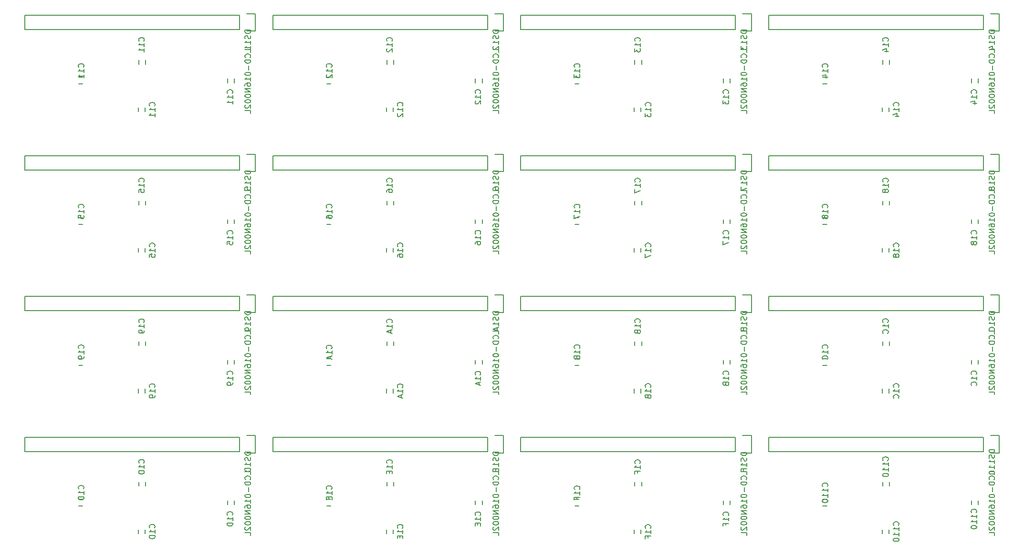
<source format=gbr>
G04 #@! TF.FileFunction,Legend,Bot*
%FSLAX46Y46*%
G04 Gerber Fmt 4.6, Leading zero omitted, Abs format (unit mm)*
G04 Created by KiCad (PCBNEW (2015-11-29 BZR 6336, Git 7b0d981)-product) date czw, 10 gru 2015, 08:29:52*
%MOMM*%
G01*
G04 APERTURE LIST*
%ADD10C,0.100000*%
%ADD11C,0.150000*%
G04 APERTURE END LIST*
D10*
D11*
X179724200Y-126274200D02*
X180424200Y-126274200D01*
X180424200Y-125074200D02*
X179724200Y-125074200D01*
X135724200Y-126274200D02*
X136424200Y-126274200D01*
X136424200Y-125074200D02*
X135724200Y-125074200D01*
X91724200Y-126274200D02*
X92424200Y-126274200D01*
X92424200Y-125074200D02*
X91724200Y-125074200D01*
X47724200Y-126274200D02*
X48424200Y-126274200D01*
X48424200Y-125074200D02*
X47724200Y-125074200D01*
X179724200Y-101274200D02*
X180424200Y-101274200D01*
X180424200Y-100074200D02*
X179724200Y-100074200D01*
X135724200Y-101274200D02*
X136424200Y-101274200D01*
X136424200Y-100074200D02*
X135724200Y-100074200D01*
X91724200Y-101274200D02*
X92424200Y-101274200D01*
X92424200Y-100074200D02*
X91724200Y-100074200D01*
X47724200Y-101274200D02*
X48424200Y-101274200D01*
X48424200Y-100074200D02*
X47724200Y-100074200D01*
X179724200Y-76274200D02*
X180424200Y-76274200D01*
X180424200Y-75074200D02*
X179724200Y-75074200D01*
X135724200Y-76274200D02*
X136424200Y-76274200D01*
X136424200Y-75074200D02*
X135724200Y-75074200D01*
X91724200Y-76274200D02*
X92424200Y-76274200D01*
X92424200Y-75074200D02*
X91724200Y-75074200D01*
X47724200Y-76274200D02*
X48424200Y-76274200D01*
X48424200Y-75074200D02*
X47724200Y-75074200D01*
X179724200Y-51274200D02*
X180424200Y-51274200D01*
X180424200Y-50074200D02*
X179724200Y-50074200D01*
X135724200Y-51274200D02*
X136424200Y-51274200D01*
X136424200Y-50074200D02*
X135724200Y-50074200D01*
X91724200Y-51274200D02*
X92424200Y-51274200D01*
X92424200Y-50074200D02*
X91724200Y-50074200D01*
X208237274Y-116594762D02*
X170137274Y-116594762D01*
X170137274Y-116594762D02*
X170137274Y-114054762D01*
X170137274Y-114054762D02*
X208237274Y-114054762D01*
X211057274Y-113774762D02*
X209507274Y-113774762D01*
X208237274Y-114054762D02*
X208237274Y-116594762D01*
X209507274Y-116874762D02*
X211057274Y-116874762D01*
X211057274Y-116874762D02*
X211057274Y-113774762D01*
X164237274Y-116594762D02*
X126137274Y-116594762D01*
X126137274Y-116594762D02*
X126137274Y-114054762D01*
X126137274Y-114054762D02*
X164237274Y-114054762D01*
X167057274Y-113774762D02*
X165507274Y-113774762D01*
X164237274Y-114054762D02*
X164237274Y-116594762D01*
X165507274Y-116874762D02*
X167057274Y-116874762D01*
X167057274Y-116874762D02*
X167057274Y-113774762D01*
X120237274Y-116594762D02*
X82137274Y-116594762D01*
X82137274Y-116594762D02*
X82137274Y-114054762D01*
X82137274Y-114054762D02*
X120237274Y-114054762D01*
X123057274Y-113774762D02*
X121507274Y-113774762D01*
X120237274Y-114054762D02*
X120237274Y-116594762D01*
X121507274Y-116874762D02*
X123057274Y-116874762D01*
X123057274Y-116874762D02*
X123057274Y-113774762D01*
X76237274Y-116594762D02*
X38137274Y-116594762D01*
X38137274Y-116594762D02*
X38137274Y-114054762D01*
X38137274Y-114054762D02*
X76237274Y-114054762D01*
X79057274Y-113774762D02*
X77507274Y-113774762D01*
X76237274Y-114054762D02*
X76237274Y-116594762D01*
X77507274Y-116874762D02*
X79057274Y-116874762D01*
X79057274Y-116874762D02*
X79057274Y-113774762D01*
X208237274Y-91594762D02*
X170137274Y-91594762D01*
X170137274Y-91594762D02*
X170137274Y-89054762D01*
X170137274Y-89054762D02*
X208237274Y-89054762D01*
X211057274Y-88774762D02*
X209507274Y-88774762D01*
X208237274Y-89054762D02*
X208237274Y-91594762D01*
X209507274Y-91874762D02*
X211057274Y-91874762D01*
X211057274Y-91874762D02*
X211057274Y-88774762D01*
X164237274Y-91594762D02*
X126137274Y-91594762D01*
X126137274Y-91594762D02*
X126137274Y-89054762D01*
X126137274Y-89054762D02*
X164237274Y-89054762D01*
X167057274Y-88774762D02*
X165507274Y-88774762D01*
X164237274Y-89054762D02*
X164237274Y-91594762D01*
X165507274Y-91874762D02*
X167057274Y-91874762D01*
X167057274Y-91874762D02*
X167057274Y-88774762D01*
X120237274Y-91594762D02*
X82137274Y-91594762D01*
X82137274Y-91594762D02*
X82137274Y-89054762D01*
X82137274Y-89054762D02*
X120237274Y-89054762D01*
X123057274Y-88774762D02*
X121507274Y-88774762D01*
X120237274Y-89054762D02*
X120237274Y-91594762D01*
X121507274Y-91874762D02*
X123057274Y-91874762D01*
X123057274Y-91874762D02*
X123057274Y-88774762D01*
X76237274Y-91594762D02*
X38137274Y-91594762D01*
X38137274Y-91594762D02*
X38137274Y-89054762D01*
X38137274Y-89054762D02*
X76237274Y-89054762D01*
X79057274Y-88774762D02*
X77507274Y-88774762D01*
X76237274Y-89054762D02*
X76237274Y-91594762D01*
X77507274Y-91874762D02*
X79057274Y-91874762D01*
X79057274Y-91874762D02*
X79057274Y-88774762D01*
X208237274Y-66594762D02*
X170137274Y-66594762D01*
X170137274Y-66594762D02*
X170137274Y-64054762D01*
X170137274Y-64054762D02*
X208237274Y-64054762D01*
X211057274Y-63774762D02*
X209507274Y-63774762D01*
X208237274Y-64054762D02*
X208237274Y-66594762D01*
X209507274Y-66874762D02*
X211057274Y-66874762D01*
X211057274Y-66874762D02*
X211057274Y-63774762D01*
X164237274Y-66594762D02*
X126137274Y-66594762D01*
X126137274Y-66594762D02*
X126137274Y-64054762D01*
X126137274Y-64054762D02*
X164237274Y-64054762D01*
X167057274Y-63774762D02*
X165507274Y-63774762D01*
X164237274Y-64054762D02*
X164237274Y-66594762D01*
X165507274Y-66874762D02*
X167057274Y-66874762D01*
X167057274Y-66874762D02*
X167057274Y-63774762D01*
X120237274Y-66594762D02*
X82137274Y-66594762D01*
X82137274Y-66594762D02*
X82137274Y-64054762D01*
X82137274Y-64054762D02*
X120237274Y-64054762D01*
X123057274Y-63774762D02*
X121507274Y-63774762D01*
X120237274Y-64054762D02*
X120237274Y-66594762D01*
X121507274Y-66874762D02*
X123057274Y-66874762D01*
X123057274Y-66874762D02*
X123057274Y-63774762D01*
X76237274Y-66594762D02*
X38137274Y-66594762D01*
X38137274Y-66594762D02*
X38137274Y-64054762D01*
X38137274Y-64054762D02*
X76237274Y-64054762D01*
X79057274Y-63774762D02*
X77507274Y-63774762D01*
X76237274Y-64054762D02*
X76237274Y-66594762D01*
X77507274Y-66874762D02*
X79057274Y-66874762D01*
X79057274Y-66874762D02*
X79057274Y-63774762D01*
X208237274Y-41594762D02*
X170137274Y-41594762D01*
X170137274Y-41594762D02*
X170137274Y-39054762D01*
X170137274Y-39054762D02*
X208237274Y-39054762D01*
X211057274Y-38774762D02*
X209507274Y-38774762D01*
X208237274Y-39054762D02*
X208237274Y-41594762D01*
X209507274Y-41874762D02*
X211057274Y-41874762D01*
X211057274Y-41874762D02*
X211057274Y-38774762D01*
X164237274Y-41594762D02*
X126137274Y-41594762D01*
X126137274Y-41594762D02*
X126137274Y-39054762D01*
X126137274Y-39054762D02*
X164237274Y-39054762D01*
X167057274Y-38774762D02*
X165507274Y-38774762D01*
X164237274Y-39054762D02*
X164237274Y-41594762D01*
X165507274Y-41874762D02*
X167057274Y-41874762D01*
X167057274Y-41874762D02*
X167057274Y-38774762D01*
X120237274Y-41594762D02*
X82137274Y-41594762D01*
X82137274Y-41594762D02*
X82137274Y-39054762D01*
X82137274Y-39054762D02*
X120237274Y-39054762D01*
X123057274Y-38774762D02*
X121507274Y-38774762D01*
X120237274Y-39054762D02*
X120237274Y-41594762D01*
X121507274Y-41874762D02*
X123057274Y-41874762D01*
X123057274Y-41874762D02*
X123057274Y-38774762D01*
X191477200Y-131179200D02*
X191477200Y-130479200D01*
X190277200Y-130479200D02*
X190277200Y-131179200D01*
X147477200Y-131179200D02*
X147477200Y-130479200D01*
X146277200Y-130479200D02*
X146277200Y-131179200D01*
X103477200Y-131179200D02*
X103477200Y-130479200D01*
X102277200Y-130479200D02*
X102277200Y-131179200D01*
X59477200Y-131179200D02*
X59477200Y-130479200D01*
X58277200Y-130479200D02*
X58277200Y-131179200D01*
X191477200Y-106179200D02*
X191477200Y-105479200D01*
X190277200Y-105479200D02*
X190277200Y-106179200D01*
X147477200Y-106179200D02*
X147477200Y-105479200D01*
X146277200Y-105479200D02*
X146277200Y-106179200D01*
X103477200Y-106179200D02*
X103477200Y-105479200D01*
X102277200Y-105479200D02*
X102277200Y-106179200D01*
X59477200Y-106179200D02*
X59477200Y-105479200D01*
X58277200Y-105479200D02*
X58277200Y-106179200D01*
X191477200Y-81179200D02*
X191477200Y-80479200D01*
X190277200Y-80479200D02*
X190277200Y-81179200D01*
X147477200Y-81179200D02*
X147477200Y-80479200D01*
X146277200Y-80479200D02*
X146277200Y-81179200D01*
X103477200Y-81179200D02*
X103477200Y-80479200D01*
X102277200Y-80479200D02*
X102277200Y-81179200D01*
X59477200Y-81179200D02*
X59477200Y-80479200D01*
X58277200Y-80479200D02*
X58277200Y-81179200D01*
X191477200Y-56179200D02*
X191477200Y-55479200D01*
X190277200Y-55479200D02*
X190277200Y-56179200D01*
X147477200Y-56179200D02*
X147477200Y-55479200D01*
X146277200Y-55479200D02*
X146277200Y-56179200D01*
X103477200Y-56179200D02*
X103477200Y-55479200D01*
X102277200Y-55479200D02*
X102277200Y-56179200D01*
X206099200Y-125349200D02*
X206099200Y-126049200D01*
X207299200Y-126049200D02*
X207299200Y-125349200D01*
X162099200Y-125349200D02*
X162099200Y-126049200D01*
X163299200Y-126049200D02*
X163299200Y-125349200D01*
X118099200Y-125349200D02*
X118099200Y-126049200D01*
X119299200Y-126049200D02*
X119299200Y-125349200D01*
X74099200Y-125349200D02*
X74099200Y-126049200D01*
X75299200Y-126049200D02*
X75299200Y-125349200D01*
X206099200Y-100349200D02*
X206099200Y-101049200D01*
X207299200Y-101049200D02*
X207299200Y-100349200D01*
X162099200Y-100349200D02*
X162099200Y-101049200D01*
X163299200Y-101049200D02*
X163299200Y-100349200D01*
X118099200Y-100349200D02*
X118099200Y-101049200D01*
X119299200Y-101049200D02*
X119299200Y-100349200D01*
X74099200Y-100349200D02*
X74099200Y-101049200D01*
X75299200Y-101049200D02*
X75299200Y-100349200D01*
X206099200Y-75349200D02*
X206099200Y-76049200D01*
X207299200Y-76049200D02*
X207299200Y-75349200D01*
X162099200Y-75349200D02*
X162099200Y-76049200D01*
X163299200Y-76049200D02*
X163299200Y-75349200D01*
X118099200Y-75349200D02*
X118099200Y-76049200D01*
X119299200Y-76049200D02*
X119299200Y-75349200D01*
X74099200Y-75349200D02*
X74099200Y-76049200D01*
X75299200Y-76049200D02*
X75299200Y-75349200D01*
X206099200Y-50349200D02*
X206099200Y-51049200D01*
X207299200Y-51049200D02*
X207299200Y-50349200D01*
X162099200Y-50349200D02*
X162099200Y-51049200D01*
X163299200Y-51049200D02*
X163299200Y-50349200D01*
X118099200Y-50349200D02*
X118099200Y-51049200D01*
X119299200Y-51049200D02*
X119299200Y-50349200D01*
X191574200Y-122749200D02*
X191574200Y-122049200D01*
X190374200Y-122049200D02*
X190374200Y-122749200D01*
X147574200Y-122749200D02*
X147574200Y-122049200D01*
X146374200Y-122049200D02*
X146374200Y-122749200D01*
X103574200Y-122749200D02*
X103574200Y-122049200D01*
X102374200Y-122049200D02*
X102374200Y-122749200D01*
X59574200Y-122749200D02*
X59574200Y-122049200D01*
X58374200Y-122049200D02*
X58374200Y-122749200D01*
X191574200Y-97749200D02*
X191574200Y-97049200D01*
X190374200Y-97049200D02*
X190374200Y-97749200D01*
X147574200Y-97749200D02*
X147574200Y-97049200D01*
X146374200Y-97049200D02*
X146374200Y-97749200D01*
X103574200Y-97749200D02*
X103574200Y-97049200D01*
X102374200Y-97049200D02*
X102374200Y-97749200D01*
X59574200Y-97749200D02*
X59574200Y-97049200D01*
X58374200Y-97049200D02*
X58374200Y-97749200D01*
X191574200Y-72749200D02*
X191574200Y-72049200D01*
X190374200Y-72049200D02*
X190374200Y-72749200D01*
X147574200Y-72749200D02*
X147574200Y-72049200D01*
X146374200Y-72049200D02*
X146374200Y-72749200D01*
X103574200Y-72749200D02*
X103574200Y-72049200D01*
X102374200Y-72049200D02*
X102374200Y-72749200D01*
X59574200Y-72749200D02*
X59574200Y-72049200D01*
X58374200Y-72049200D02*
X58374200Y-72749200D01*
X191574200Y-47749200D02*
X191574200Y-47049200D01*
X190374200Y-47049200D02*
X190374200Y-47749200D01*
X147574200Y-47749200D02*
X147574200Y-47049200D01*
X146374200Y-47049200D02*
X146374200Y-47749200D01*
X103574200Y-47749200D02*
X103574200Y-47049200D01*
X102374200Y-47049200D02*
X102374200Y-47749200D01*
X76237274Y-41594762D02*
X38137274Y-41594762D01*
X38137274Y-41594762D02*
X38137274Y-39054762D01*
X38137274Y-39054762D02*
X76237274Y-39054762D01*
X79057274Y-38774762D02*
X77507274Y-38774762D01*
X76237274Y-39054762D02*
X76237274Y-41594762D01*
X77507274Y-41874762D02*
X79057274Y-41874762D01*
X79057274Y-41874762D02*
X79057274Y-38774762D01*
X59574200Y-47749200D02*
X59574200Y-47049200D01*
X58374200Y-47049200D02*
X58374200Y-47749200D01*
X59477200Y-56179200D02*
X59477200Y-55479200D01*
X58277200Y-55479200D02*
X58277200Y-56179200D01*
X47724200Y-51274200D02*
X48424200Y-51274200D01*
X48424200Y-50074200D02*
X47724200Y-50074200D01*
X74099200Y-50349200D02*
X74099200Y-51049200D01*
X75299200Y-51049200D02*
X75299200Y-50349200D01*
X180531343Y-122805153D02*
X180578962Y-122757534D01*
X180626581Y-122614677D01*
X180626581Y-122519439D01*
X180578962Y-122376581D01*
X180483724Y-122281343D01*
X180388486Y-122233724D01*
X180198010Y-122186105D01*
X180055152Y-122186105D01*
X179864676Y-122233724D01*
X179769438Y-122281343D01*
X179674200Y-122376581D01*
X179626581Y-122519439D01*
X179626581Y-122614677D01*
X179674200Y-122757534D01*
X179721819Y-122805153D01*
X180626581Y-123757534D02*
X180626581Y-123186105D01*
X180626581Y-123471819D02*
X179626581Y-123471819D01*
X179769438Y-123376581D01*
X179864676Y-123281343D01*
X179912295Y-123186105D01*
X180626581Y-124709915D02*
X180626581Y-124138486D01*
X180626581Y-124424200D02*
X179626581Y-124424200D01*
X179769438Y-124328962D01*
X179864676Y-124233724D01*
X179912295Y-124138486D01*
X179626581Y-125328962D02*
X179626581Y-125424201D01*
X179674200Y-125519439D01*
X179721819Y-125567058D01*
X179817057Y-125614677D01*
X180007533Y-125662296D01*
X180245629Y-125662296D01*
X180436105Y-125614677D01*
X180531343Y-125567058D01*
X180578962Y-125519439D01*
X180626581Y-125424201D01*
X180626581Y-125328962D01*
X180578962Y-125233724D01*
X180531343Y-125186105D01*
X180436105Y-125138486D01*
X180245629Y-125090867D01*
X180007533Y-125090867D01*
X179817057Y-125138486D01*
X179721819Y-125186105D01*
X179674200Y-125233724D01*
X179626581Y-125328962D01*
X136531343Y-123328962D02*
X136578962Y-123281343D01*
X136626581Y-123138486D01*
X136626581Y-123043248D01*
X136578962Y-122900390D01*
X136483724Y-122805152D01*
X136388486Y-122757533D01*
X136198010Y-122709914D01*
X136055152Y-122709914D01*
X135864676Y-122757533D01*
X135769438Y-122805152D01*
X135674200Y-122900390D01*
X135626581Y-123043248D01*
X135626581Y-123138486D01*
X135674200Y-123281343D01*
X135721819Y-123328962D01*
X136626581Y-124281343D02*
X136626581Y-123709914D01*
X136626581Y-123995628D02*
X135626581Y-123995628D01*
X135769438Y-123900390D01*
X135864676Y-123805152D01*
X135912295Y-123709914D01*
X136102771Y-125043248D02*
X136102771Y-124709914D01*
X136626581Y-124709914D02*
X135626581Y-124709914D01*
X135626581Y-125186105D01*
X92531343Y-123305153D02*
X92578962Y-123257534D01*
X92626581Y-123114677D01*
X92626581Y-123019439D01*
X92578962Y-122876581D01*
X92483724Y-122781343D01*
X92388486Y-122733724D01*
X92198010Y-122686105D01*
X92055152Y-122686105D01*
X91864676Y-122733724D01*
X91769438Y-122781343D01*
X91674200Y-122876581D01*
X91626581Y-123019439D01*
X91626581Y-123114677D01*
X91674200Y-123257534D01*
X91721819Y-123305153D01*
X92626581Y-124257534D02*
X92626581Y-123686105D01*
X92626581Y-123971819D02*
X91626581Y-123971819D01*
X91769438Y-123876581D01*
X91864676Y-123781343D01*
X91912295Y-123686105D01*
X92102771Y-124686105D02*
X92102771Y-125019439D01*
X92626581Y-125162296D02*
X92626581Y-124686105D01*
X91626581Y-124686105D01*
X91626581Y-125162296D01*
X48531343Y-123257534D02*
X48578962Y-123209915D01*
X48626581Y-123067058D01*
X48626581Y-122971820D01*
X48578962Y-122828962D01*
X48483724Y-122733724D01*
X48388486Y-122686105D01*
X48198010Y-122638486D01*
X48055152Y-122638486D01*
X47864676Y-122686105D01*
X47769438Y-122733724D01*
X47674200Y-122828962D01*
X47626581Y-122971820D01*
X47626581Y-123067058D01*
X47674200Y-123209915D01*
X47721819Y-123257534D01*
X48626581Y-124209915D02*
X48626581Y-123638486D01*
X48626581Y-123924200D02*
X47626581Y-123924200D01*
X47769438Y-123828962D01*
X47864676Y-123733724D01*
X47912295Y-123638486D01*
X48626581Y-124638486D02*
X47626581Y-124638486D01*
X47626581Y-124876581D01*
X47674200Y-125019439D01*
X47769438Y-125114677D01*
X47864676Y-125162296D01*
X48055152Y-125209915D01*
X48198010Y-125209915D01*
X48388486Y-125162296D01*
X48483724Y-125114677D01*
X48578962Y-125019439D01*
X48626581Y-124876581D01*
X48626581Y-124638486D01*
X180531343Y-98257534D02*
X180578962Y-98209915D01*
X180626581Y-98067058D01*
X180626581Y-97971820D01*
X180578962Y-97828962D01*
X180483724Y-97733724D01*
X180388486Y-97686105D01*
X180198010Y-97638486D01*
X180055152Y-97638486D01*
X179864676Y-97686105D01*
X179769438Y-97733724D01*
X179674200Y-97828962D01*
X179626581Y-97971820D01*
X179626581Y-98067058D01*
X179674200Y-98209915D01*
X179721819Y-98257534D01*
X180626581Y-99209915D02*
X180626581Y-98638486D01*
X180626581Y-98924200D02*
X179626581Y-98924200D01*
X179769438Y-98828962D01*
X179864676Y-98733724D01*
X179912295Y-98638486D01*
X180531343Y-100209915D02*
X180578962Y-100162296D01*
X180626581Y-100019439D01*
X180626581Y-99924201D01*
X180578962Y-99781343D01*
X180483724Y-99686105D01*
X180388486Y-99638486D01*
X180198010Y-99590867D01*
X180055152Y-99590867D01*
X179864676Y-99638486D01*
X179769438Y-99686105D01*
X179674200Y-99781343D01*
X179626581Y-99924201D01*
X179626581Y-100019439D01*
X179674200Y-100162296D01*
X179721819Y-100209915D01*
X136531343Y-98257534D02*
X136578962Y-98209915D01*
X136626581Y-98067058D01*
X136626581Y-97971820D01*
X136578962Y-97828962D01*
X136483724Y-97733724D01*
X136388486Y-97686105D01*
X136198010Y-97638486D01*
X136055152Y-97638486D01*
X135864676Y-97686105D01*
X135769438Y-97733724D01*
X135674200Y-97828962D01*
X135626581Y-97971820D01*
X135626581Y-98067058D01*
X135674200Y-98209915D01*
X135721819Y-98257534D01*
X136626581Y-99209915D02*
X136626581Y-98638486D01*
X136626581Y-98924200D02*
X135626581Y-98924200D01*
X135769438Y-98828962D01*
X135864676Y-98733724D01*
X135912295Y-98638486D01*
X136102771Y-99971820D02*
X136150390Y-100114677D01*
X136198010Y-100162296D01*
X136293248Y-100209915D01*
X136436105Y-100209915D01*
X136531343Y-100162296D01*
X136578962Y-100114677D01*
X136626581Y-100019439D01*
X136626581Y-99638486D01*
X135626581Y-99638486D01*
X135626581Y-99971820D01*
X135674200Y-100067058D01*
X135721819Y-100114677D01*
X135817057Y-100162296D01*
X135912295Y-100162296D01*
X136007533Y-100114677D01*
X136055152Y-100067058D01*
X136102771Y-99971820D01*
X136102771Y-99638486D01*
X92531343Y-98328962D02*
X92578962Y-98281343D01*
X92626581Y-98138486D01*
X92626581Y-98043248D01*
X92578962Y-97900390D01*
X92483724Y-97805152D01*
X92388486Y-97757533D01*
X92198010Y-97709914D01*
X92055152Y-97709914D01*
X91864676Y-97757533D01*
X91769438Y-97805152D01*
X91674200Y-97900390D01*
X91626581Y-98043248D01*
X91626581Y-98138486D01*
X91674200Y-98281343D01*
X91721819Y-98328962D01*
X92626581Y-99281343D02*
X92626581Y-98709914D01*
X92626581Y-98995628D02*
X91626581Y-98995628D01*
X91769438Y-98900390D01*
X91864676Y-98805152D01*
X91912295Y-98709914D01*
X92340867Y-99662295D02*
X92340867Y-100138486D01*
X92626581Y-99567057D02*
X91626581Y-99900390D01*
X92626581Y-100233724D01*
X48531343Y-98281343D02*
X48578962Y-98233724D01*
X48626581Y-98090867D01*
X48626581Y-97995629D01*
X48578962Y-97852771D01*
X48483724Y-97757533D01*
X48388486Y-97709914D01*
X48198010Y-97662295D01*
X48055152Y-97662295D01*
X47864676Y-97709914D01*
X47769438Y-97757533D01*
X47674200Y-97852771D01*
X47626581Y-97995629D01*
X47626581Y-98090867D01*
X47674200Y-98233724D01*
X47721819Y-98281343D01*
X48626581Y-99233724D02*
X48626581Y-98662295D01*
X48626581Y-98948009D02*
X47626581Y-98948009D01*
X47769438Y-98852771D01*
X47864676Y-98757533D01*
X47912295Y-98662295D01*
X48626581Y-99709914D02*
X48626581Y-99900390D01*
X48578962Y-99995629D01*
X48531343Y-100043248D01*
X48388486Y-100138486D01*
X48198010Y-100186105D01*
X47817057Y-100186105D01*
X47721819Y-100138486D01*
X47674200Y-100090867D01*
X47626581Y-99995629D01*
X47626581Y-99805152D01*
X47674200Y-99709914D01*
X47721819Y-99662295D01*
X47817057Y-99614676D01*
X48055152Y-99614676D01*
X48150390Y-99662295D01*
X48198010Y-99709914D01*
X48245629Y-99805152D01*
X48245629Y-99995629D01*
X48198010Y-100090867D01*
X48150390Y-100138486D01*
X48055152Y-100186105D01*
X180531343Y-73281343D02*
X180578962Y-73233724D01*
X180626581Y-73090867D01*
X180626581Y-72995629D01*
X180578962Y-72852771D01*
X180483724Y-72757533D01*
X180388486Y-72709914D01*
X180198010Y-72662295D01*
X180055152Y-72662295D01*
X179864676Y-72709914D01*
X179769438Y-72757533D01*
X179674200Y-72852771D01*
X179626581Y-72995629D01*
X179626581Y-73090867D01*
X179674200Y-73233724D01*
X179721819Y-73281343D01*
X180626581Y-74233724D02*
X180626581Y-73662295D01*
X180626581Y-73948009D02*
X179626581Y-73948009D01*
X179769438Y-73852771D01*
X179864676Y-73757533D01*
X179912295Y-73662295D01*
X180055152Y-74805152D02*
X180007533Y-74709914D01*
X179959914Y-74662295D01*
X179864676Y-74614676D01*
X179817057Y-74614676D01*
X179721819Y-74662295D01*
X179674200Y-74709914D01*
X179626581Y-74805152D01*
X179626581Y-74995629D01*
X179674200Y-75090867D01*
X179721819Y-75138486D01*
X179817057Y-75186105D01*
X179864676Y-75186105D01*
X179959914Y-75138486D01*
X180007533Y-75090867D01*
X180055152Y-74995629D01*
X180055152Y-74805152D01*
X180102771Y-74709914D01*
X180150390Y-74662295D01*
X180245629Y-74614676D01*
X180436105Y-74614676D01*
X180531343Y-74662295D01*
X180578962Y-74709914D01*
X180626581Y-74805152D01*
X180626581Y-74995629D01*
X180578962Y-75090867D01*
X180531343Y-75138486D01*
X180436105Y-75186105D01*
X180245629Y-75186105D01*
X180150390Y-75138486D01*
X180102771Y-75090867D01*
X180055152Y-74995629D01*
X136531343Y-73281343D02*
X136578962Y-73233724D01*
X136626581Y-73090867D01*
X136626581Y-72995629D01*
X136578962Y-72852771D01*
X136483724Y-72757533D01*
X136388486Y-72709914D01*
X136198010Y-72662295D01*
X136055152Y-72662295D01*
X135864676Y-72709914D01*
X135769438Y-72757533D01*
X135674200Y-72852771D01*
X135626581Y-72995629D01*
X135626581Y-73090867D01*
X135674200Y-73233724D01*
X135721819Y-73281343D01*
X136626581Y-74233724D02*
X136626581Y-73662295D01*
X136626581Y-73948009D02*
X135626581Y-73948009D01*
X135769438Y-73852771D01*
X135864676Y-73757533D01*
X135912295Y-73662295D01*
X135626581Y-74567057D02*
X135626581Y-75233724D01*
X136626581Y-74805152D01*
X92531343Y-73281343D02*
X92578962Y-73233724D01*
X92626581Y-73090867D01*
X92626581Y-72995629D01*
X92578962Y-72852771D01*
X92483724Y-72757533D01*
X92388486Y-72709914D01*
X92198010Y-72662295D01*
X92055152Y-72662295D01*
X91864676Y-72709914D01*
X91769438Y-72757533D01*
X91674200Y-72852771D01*
X91626581Y-72995629D01*
X91626581Y-73090867D01*
X91674200Y-73233724D01*
X91721819Y-73281343D01*
X92626581Y-74233724D02*
X92626581Y-73662295D01*
X92626581Y-73948009D02*
X91626581Y-73948009D01*
X91769438Y-73852771D01*
X91864676Y-73757533D01*
X91912295Y-73662295D01*
X91626581Y-75090867D02*
X91626581Y-74900390D01*
X91674200Y-74805152D01*
X91721819Y-74757533D01*
X91864676Y-74662295D01*
X92055152Y-74614676D01*
X92436105Y-74614676D01*
X92531343Y-74662295D01*
X92578962Y-74709914D01*
X92626581Y-74805152D01*
X92626581Y-74995629D01*
X92578962Y-75090867D01*
X92531343Y-75138486D01*
X92436105Y-75186105D01*
X92198010Y-75186105D01*
X92102771Y-75138486D01*
X92055152Y-75090867D01*
X92007533Y-74995629D01*
X92007533Y-74805152D01*
X92055152Y-74709914D01*
X92102771Y-74662295D01*
X92198010Y-74614676D01*
X48531343Y-73281343D02*
X48578962Y-73233724D01*
X48626581Y-73090867D01*
X48626581Y-72995629D01*
X48578962Y-72852771D01*
X48483724Y-72757533D01*
X48388486Y-72709914D01*
X48198010Y-72662295D01*
X48055152Y-72662295D01*
X47864676Y-72709914D01*
X47769438Y-72757533D01*
X47674200Y-72852771D01*
X47626581Y-72995629D01*
X47626581Y-73090867D01*
X47674200Y-73233724D01*
X47721819Y-73281343D01*
X48626581Y-74233724D02*
X48626581Y-73662295D01*
X48626581Y-73948009D02*
X47626581Y-73948009D01*
X47769438Y-73852771D01*
X47864676Y-73757533D01*
X47912295Y-73662295D01*
X47626581Y-75138486D02*
X47626581Y-74662295D01*
X48102771Y-74614676D01*
X48055152Y-74662295D01*
X48007533Y-74757533D01*
X48007533Y-74995629D01*
X48055152Y-75090867D01*
X48102771Y-75138486D01*
X48198010Y-75186105D01*
X48436105Y-75186105D01*
X48531343Y-75138486D01*
X48578962Y-75090867D01*
X48626581Y-74995629D01*
X48626581Y-74757533D01*
X48578962Y-74662295D01*
X48531343Y-74614676D01*
X180531343Y-48281343D02*
X180578962Y-48233724D01*
X180626581Y-48090867D01*
X180626581Y-47995629D01*
X180578962Y-47852771D01*
X180483724Y-47757533D01*
X180388486Y-47709914D01*
X180198010Y-47662295D01*
X180055152Y-47662295D01*
X179864676Y-47709914D01*
X179769438Y-47757533D01*
X179674200Y-47852771D01*
X179626581Y-47995629D01*
X179626581Y-48090867D01*
X179674200Y-48233724D01*
X179721819Y-48281343D01*
X180626581Y-49233724D02*
X180626581Y-48662295D01*
X180626581Y-48948009D02*
X179626581Y-48948009D01*
X179769438Y-48852771D01*
X179864676Y-48757533D01*
X179912295Y-48662295D01*
X179959914Y-50090867D02*
X180626581Y-50090867D01*
X179578962Y-49852771D02*
X180293248Y-49614676D01*
X180293248Y-50233724D01*
X136531343Y-48281343D02*
X136578962Y-48233724D01*
X136626581Y-48090867D01*
X136626581Y-47995629D01*
X136578962Y-47852771D01*
X136483724Y-47757533D01*
X136388486Y-47709914D01*
X136198010Y-47662295D01*
X136055152Y-47662295D01*
X135864676Y-47709914D01*
X135769438Y-47757533D01*
X135674200Y-47852771D01*
X135626581Y-47995629D01*
X135626581Y-48090867D01*
X135674200Y-48233724D01*
X135721819Y-48281343D01*
X136626581Y-49233724D02*
X136626581Y-48662295D01*
X136626581Y-48948009D02*
X135626581Y-48948009D01*
X135769438Y-48852771D01*
X135864676Y-48757533D01*
X135912295Y-48662295D01*
X135626581Y-49567057D02*
X135626581Y-50186105D01*
X136007533Y-49852771D01*
X136007533Y-49995629D01*
X136055152Y-50090867D01*
X136102771Y-50138486D01*
X136198010Y-50186105D01*
X136436105Y-50186105D01*
X136531343Y-50138486D01*
X136578962Y-50090867D01*
X136626581Y-49995629D01*
X136626581Y-49709914D01*
X136578962Y-49614676D01*
X136531343Y-49567057D01*
X92531343Y-48281343D02*
X92578962Y-48233724D01*
X92626581Y-48090867D01*
X92626581Y-47995629D01*
X92578962Y-47852771D01*
X92483724Y-47757533D01*
X92388486Y-47709914D01*
X92198010Y-47662295D01*
X92055152Y-47662295D01*
X91864676Y-47709914D01*
X91769438Y-47757533D01*
X91674200Y-47852771D01*
X91626581Y-47995629D01*
X91626581Y-48090867D01*
X91674200Y-48233724D01*
X91721819Y-48281343D01*
X92626581Y-49233724D02*
X92626581Y-48662295D01*
X92626581Y-48948009D02*
X91626581Y-48948009D01*
X91769438Y-48852771D01*
X91864676Y-48757533D01*
X91912295Y-48662295D01*
X91721819Y-49614676D02*
X91674200Y-49662295D01*
X91626581Y-49757533D01*
X91626581Y-49995629D01*
X91674200Y-50090867D01*
X91721819Y-50138486D01*
X91817057Y-50186105D01*
X91912295Y-50186105D01*
X92055152Y-50138486D01*
X92626581Y-49567057D01*
X92626581Y-50186105D01*
X210209655Y-116240095D02*
X209209655Y-116240095D01*
X209209655Y-116478190D01*
X209257274Y-116621048D01*
X209352512Y-116716286D01*
X209447750Y-116763905D01*
X209638226Y-116811524D01*
X209781084Y-116811524D01*
X209971560Y-116763905D01*
X210066798Y-116716286D01*
X210162036Y-116621048D01*
X210209655Y-116478190D01*
X210209655Y-116240095D01*
X210162036Y-117192476D02*
X210209655Y-117335333D01*
X210209655Y-117573429D01*
X210162036Y-117668667D01*
X210114417Y-117716286D01*
X210019179Y-117763905D01*
X209923941Y-117763905D01*
X209828703Y-117716286D01*
X209781084Y-117668667D01*
X209733464Y-117573429D01*
X209685845Y-117382952D01*
X209638226Y-117287714D01*
X209590607Y-117240095D01*
X209495369Y-117192476D01*
X209400131Y-117192476D01*
X209304893Y-117240095D01*
X209257274Y-117287714D01*
X209209655Y-117382952D01*
X209209655Y-117621048D01*
X209257274Y-117763905D01*
X210209655Y-118716286D02*
X210209655Y-118144857D01*
X210209655Y-118430571D02*
X209209655Y-118430571D01*
X209352512Y-118335333D01*
X209447750Y-118240095D01*
X209495369Y-118144857D01*
X210209655Y-119668667D02*
X210209655Y-119097238D01*
X210209655Y-119382952D02*
X209209655Y-119382952D01*
X209352512Y-119287714D01*
X209447750Y-119192476D01*
X209495369Y-119097238D01*
X209209655Y-120287714D02*
X209209655Y-120382953D01*
X209257274Y-120478191D01*
X209304893Y-120525810D01*
X209400131Y-120573429D01*
X209590607Y-120621048D01*
X209828703Y-120621048D01*
X210019179Y-120573429D01*
X210114417Y-120525810D01*
X210162036Y-120478191D01*
X210209655Y-120382953D01*
X210209655Y-120287714D01*
X210162036Y-120192476D01*
X210114417Y-120144857D01*
X210019179Y-120097238D01*
X209828703Y-120049619D01*
X209590607Y-120049619D01*
X209400131Y-120097238D01*
X209304893Y-120144857D01*
X209257274Y-120192476D01*
X209209655Y-120287714D01*
X210209655Y-120677524D02*
X210209655Y-120201333D01*
X209209655Y-120201333D01*
X210114417Y-121582286D02*
X210162036Y-121534667D01*
X210209655Y-121391810D01*
X210209655Y-121296572D01*
X210162036Y-121153714D01*
X210066798Y-121058476D01*
X209971560Y-121010857D01*
X209781084Y-120963238D01*
X209638226Y-120963238D01*
X209447750Y-121010857D01*
X209352512Y-121058476D01*
X209257274Y-121153714D01*
X209209655Y-121296572D01*
X209209655Y-121391810D01*
X209257274Y-121534667D01*
X209304893Y-121582286D01*
X210209655Y-122010857D02*
X209209655Y-122010857D01*
X209209655Y-122248952D01*
X209257274Y-122391810D01*
X209352512Y-122487048D01*
X209447750Y-122534667D01*
X209638226Y-122582286D01*
X209781084Y-122582286D01*
X209971560Y-122534667D01*
X210066798Y-122487048D01*
X210162036Y-122391810D01*
X210209655Y-122248952D01*
X210209655Y-122010857D01*
X209828703Y-123010857D02*
X209828703Y-123772762D01*
X209209655Y-124439428D02*
X209209655Y-124534667D01*
X209257274Y-124629905D01*
X209304893Y-124677524D01*
X209400131Y-124725143D01*
X209590607Y-124772762D01*
X209828703Y-124772762D01*
X210019179Y-124725143D01*
X210114417Y-124677524D01*
X210162036Y-124629905D01*
X210209655Y-124534667D01*
X210209655Y-124439428D01*
X210162036Y-124344190D01*
X210114417Y-124296571D01*
X210019179Y-124248952D01*
X209828703Y-124201333D01*
X209590607Y-124201333D01*
X209400131Y-124248952D01*
X209304893Y-124296571D01*
X209257274Y-124344190D01*
X209209655Y-124439428D01*
X210209655Y-125725143D02*
X210209655Y-125153714D01*
X210209655Y-125439428D02*
X209209655Y-125439428D01*
X209352512Y-125344190D01*
X209447750Y-125248952D01*
X209495369Y-125153714D01*
X209209655Y-126582286D02*
X209209655Y-126391809D01*
X209257274Y-126296571D01*
X209304893Y-126248952D01*
X209447750Y-126153714D01*
X209638226Y-126106095D01*
X210019179Y-126106095D01*
X210114417Y-126153714D01*
X210162036Y-126201333D01*
X210209655Y-126296571D01*
X210209655Y-126487048D01*
X210162036Y-126582286D01*
X210114417Y-126629905D01*
X210019179Y-126677524D01*
X209781084Y-126677524D01*
X209685845Y-126629905D01*
X209638226Y-126582286D01*
X209590607Y-126487048D01*
X209590607Y-126296571D01*
X209638226Y-126201333D01*
X209685845Y-126153714D01*
X209781084Y-126106095D01*
X210209655Y-127106095D02*
X209209655Y-127106095D01*
X210209655Y-127677524D01*
X209209655Y-127677524D01*
X209209655Y-128344190D02*
X209209655Y-128439429D01*
X209257274Y-128534667D01*
X209304893Y-128582286D01*
X209400131Y-128629905D01*
X209590607Y-128677524D01*
X209828703Y-128677524D01*
X210019179Y-128629905D01*
X210114417Y-128582286D01*
X210162036Y-128534667D01*
X210209655Y-128439429D01*
X210209655Y-128344190D01*
X210162036Y-128248952D01*
X210114417Y-128201333D01*
X210019179Y-128153714D01*
X209828703Y-128106095D01*
X209590607Y-128106095D01*
X209400131Y-128153714D01*
X209304893Y-128201333D01*
X209257274Y-128248952D01*
X209209655Y-128344190D01*
X209209655Y-129296571D02*
X209209655Y-129391810D01*
X209257274Y-129487048D01*
X209304893Y-129534667D01*
X209400131Y-129582286D01*
X209590607Y-129629905D01*
X209828703Y-129629905D01*
X210019179Y-129582286D01*
X210114417Y-129534667D01*
X210162036Y-129487048D01*
X210209655Y-129391810D01*
X210209655Y-129296571D01*
X210162036Y-129201333D01*
X210114417Y-129153714D01*
X210019179Y-129106095D01*
X209828703Y-129058476D01*
X209590607Y-129058476D01*
X209400131Y-129106095D01*
X209304893Y-129153714D01*
X209257274Y-129201333D01*
X209209655Y-129296571D01*
X209304893Y-130010857D02*
X209257274Y-130058476D01*
X209209655Y-130153714D01*
X209209655Y-130391810D01*
X209257274Y-130487048D01*
X209304893Y-130534667D01*
X209400131Y-130582286D01*
X209495369Y-130582286D01*
X209638226Y-130534667D01*
X210209655Y-129963238D01*
X210209655Y-130582286D01*
X210209655Y-131487048D02*
X210209655Y-131010857D01*
X209209655Y-131010857D01*
X166209655Y-116763905D02*
X165209655Y-116763905D01*
X165209655Y-117002000D01*
X165257274Y-117144858D01*
X165352512Y-117240096D01*
X165447750Y-117287715D01*
X165638226Y-117335334D01*
X165781084Y-117335334D01*
X165971560Y-117287715D01*
X166066798Y-117240096D01*
X166162036Y-117144858D01*
X166209655Y-117002000D01*
X166209655Y-116763905D01*
X166162036Y-117716286D02*
X166209655Y-117859143D01*
X166209655Y-118097239D01*
X166162036Y-118192477D01*
X166114417Y-118240096D01*
X166019179Y-118287715D01*
X165923941Y-118287715D01*
X165828703Y-118240096D01*
X165781084Y-118192477D01*
X165733464Y-118097239D01*
X165685845Y-117906762D01*
X165638226Y-117811524D01*
X165590607Y-117763905D01*
X165495369Y-117716286D01*
X165400131Y-117716286D01*
X165304893Y-117763905D01*
X165257274Y-117811524D01*
X165209655Y-117906762D01*
X165209655Y-118144858D01*
X165257274Y-118287715D01*
X166209655Y-119240096D02*
X166209655Y-118668667D01*
X166209655Y-118954381D02*
X165209655Y-118954381D01*
X165352512Y-118859143D01*
X165447750Y-118763905D01*
X165495369Y-118668667D01*
X165685845Y-120002001D02*
X165685845Y-119668667D01*
X166209655Y-119668667D02*
X165209655Y-119668667D01*
X165209655Y-120144858D01*
X166209655Y-120677524D02*
X166209655Y-120201333D01*
X165209655Y-120201333D01*
X166114417Y-121582286D02*
X166162036Y-121534667D01*
X166209655Y-121391810D01*
X166209655Y-121296572D01*
X166162036Y-121153714D01*
X166066798Y-121058476D01*
X165971560Y-121010857D01*
X165781084Y-120963238D01*
X165638226Y-120963238D01*
X165447750Y-121010857D01*
X165352512Y-121058476D01*
X165257274Y-121153714D01*
X165209655Y-121296572D01*
X165209655Y-121391810D01*
X165257274Y-121534667D01*
X165304893Y-121582286D01*
X166209655Y-122010857D02*
X165209655Y-122010857D01*
X165209655Y-122248952D01*
X165257274Y-122391810D01*
X165352512Y-122487048D01*
X165447750Y-122534667D01*
X165638226Y-122582286D01*
X165781084Y-122582286D01*
X165971560Y-122534667D01*
X166066798Y-122487048D01*
X166162036Y-122391810D01*
X166209655Y-122248952D01*
X166209655Y-122010857D01*
X165828703Y-123010857D02*
X165828703Y-123772762D01*
X165209655Y-124439428D02*
X165209655Y-124534667D01*
X165257274Y-124629905D01*
X165304893Y-124677524D01*
X165400131Y-124725143D01*
X165590607Y-124772762D01*
X165828703Y-124772762D01*
X166019179Y-124725143D01*
X166114417Y-124677524D01*
X166162036Y-124629905D01*
X166209655Y-124534667D01*
X166209655Y-124439428D01*
X166162036Y-124344190D01*
X166114417Y-124296571D01*
X166019179Y-124248952D01*
X165828703Y-124201333D01*
X165590607Y-124201333D01*
X165400131Y-124248952D01*
X165304893Y-124296571D01*
X165257274Y-124344190D01*
X165209655Y-124439428D01*
X166209655Y-125725143D02*
X166209655Y-125153714D01*
X166209655Y-125439428D02*
X165209655Y-125439428D01*
X165352512Y-125344190D01*
X165447750Y-125248952D01*
X165495369Y-125153714D01*
X165209655Y-126582286D02*
X165209655Y-126391809D01*
X165257274Y-126296571D01*
X165304893Y-126248952D01*
X165447750Y-126153714D01*
X165638226Y-126106095D01*
X166019179Y-126106095D01*
X166114417Y-126153714D01*
X166162036Y-126201333D01*
X166209655Y-126296571D01*
X166209655Y-126487048D01*
X166162036Y-126582286D01*
X166114417Y-126629905D01*
X166019179Y-126677524D01*
X165781084Y-126677524D01*
X165685845Y-126629905D01*
X165638226Y-126582286D01*
X165590607Y-126487048D01*
X165590607Y-126296571D01*
X165638226Y-126201333D01*
X165685845Y-126153714D01*
X165781084Y-126106095D01*
X166209655Y-127106095D02*
X165209655Y-127106095D01*
X166209655Y-127677524D01*
X165209655Y-127677524D01*
X165209655Y-128344190D02*
X165209655Y-128439429D01*
X165257274Y-128534667D01*
X165304893Y-128582286D01*
X165400131Y-128629905D01*
X165590607Y-128677524D01*
X165828703Y-128677524D01*
X166019179Y-128629905D01*
X166114417Y-128582286D01*
X166162036Y-128534667D01*
X166209655Y-128439429D01*
X166209655Y-128344190D01*
X166162036Y-128248952D01*
X166114417Y-128201333D01*
X166019179Y-128153714D01*
X165828703Y-128106095D01*
X165590607Y-128106095D01*
X165400131Y-128153714D01*
X165304893Y-128201333D01*
X165257274Y-128248952D01*
X165209655Y-128344190D01*
X165209655Y-129296571D02*
X165209655Y-129391810D01*
X165257274Y-129487048D01*
X165304893Y-129534667D01*
X165400131Y-129582286D01*
X165590607Y-129629905D01*
X165828703Y-129629905D01*
X166019179Y-129582286D01*
X166114417Y-129534667D01*
X166162036Y-129487048D01*
X166209655Y-129391810D01*
X166209655Y-129296571D01*
X166162036Y-129201333D01*
X166114417Y-129153714D01*
X166019179Y-129106095D01*
X165828703Y-129058476D01*
X165590607Y-129058476D01*
X165400131Y-129106095D01*
X165304893Y-129153714D01*
X165257274Y-129201333D01*
X165209655Y-129296571D01*
X165304893Y-130010857D02*
X165257274Y-130058476D01*
X165209655Y-130153714D01*
X165209655Y-130391810D01*
X165257274Y-130487048D01*
X165304893Y-130534667D01*
X165400131Y-130582286D01*
X165495369Y-130582286D01*
X165638226Y-130534667D01*
X166209655Y-129963238D01*
X166209655Y-130582286D01*
X166209655Y-131487048D02*
X166209655Y-131010857D01*
X165209655Y-131010857D01*
X122209655Y-116740095D02*
X121209655Y-116740095D01*
X121209655Y-116978190D01*
X121257274Y-117121048D01*
X121352512Y-117216286D01*
X121447750Y-117263905D01*
X121638226Y-117311524D01*
X121781084Y-117311524D01*
X121971560Y-117263905D01*
X122066798Y-117216286D01*
X122162036Y-117121048D01*
X122209655Y-116978190D01*
X122209655Y-116740095D01*
X122162036Y-117692476D02*
X122209655Y-117835333D01*
X122209655Y-118073429D01*
X122162036Y-118168667D01*
X122114417Y-118216286D01*
X122019179Y-118263905D01*
X121923941Y-118263905D01*
X121828703Y-118216286D01*
X121781084Y-118168667D01*
X121733464Y-118073429D01*
X121685845Y-117882952D01*
X121638226Y-117787714D01*
X121590607Y-117740095D01*
X121495369Y-117692476D01*
X121400131Y-117692476D01*
X121304893Y-117740095D01*
X121257274Y-117787714D01*
X121209655Y-117882952D01*
X121209655Y-118121048D01*
X121257274Y-118263905D01*
X122209655Y-119216286D02*
X122209655Y-118644857D01*
X122209655Y-118930571D02*
X121209655Y-118930571D01*
X121352512Y-118835333D01*
X121447750Y-118740095D01*
X121495369Y-118644857D01*
X121685845Y-119644857D02*
X121685845Y-119978191D01*
X122209655Y-120121048D02*
X122209655Y-119644857D01*
X121209655Y-119644857D01*
X121209655Y-120121048D01*
X122209655Y-120677524D02*
X122209655Y-120201333D01*
X121209655Y-120201333D01*
X122114417Y-121582286D02*
X122162036Y-121534667D01*
X122209655Y-121391810D01*
X122209655Y-121296572D01*
X122162036Y-121153714D01*
X122066798Y-121058476D01*
X121971560Y-121010857D01*
X121781084Y-120963238D01*
X121638226Y-120963238D01*
X121447750Y-121010857D01*
X121352512Y-121058476D01*
X121257274Y-121153714D01*
X121209655Y-121296572D01*
X121209655Y-121391810D01*
X121257274Y-121534667D01*
X121304893Y-121582286D01*
X122209655Y-122010857D02*
X121209655Y-122010857D01*
X121209655Y-122248952D01*
X121257274Y-122391810D01*
X121352512Y-122487048D01*
X121447750Y-122534667D01*
X121638226Y-122582286D01*
X121781084Y-122582286D01*
X121971560Y-122534667D01*
X122066798Y-122487048D01*
X122162036Y-122391810D01*
X122209655Y-122248952D01*
X122209655Y-122010857D01*
X121828703Y-123010857D02*
X121828703Y-123772762D01*
X121209655Y-124439428D02*
X121209655Y-124534667D01*
X121257274Y-124629905D01*
X121304893Y-124677524D01*
X121400131Y-124725143D01*
X121590607Y-124772762D01*
X121828703Y-124772762D01*
X122019179Y-124725143D01*
X122114417Y-124677524D01*
X122162036Y-124629905D01*
X122209655Y-124534667D01*
X122209655Y-124439428D01*
X122162036Y-124344190D01*
X122114417Y-124296571D01*
X122019179Y-124248952D01*
X121828703Y-124201333D01*
X121590607Y-124201333D01*
X121400131Y-124248952D01*
X121304893Y-124296571D01*
X121257274Y-124344190D01*
X121209655Y-124439428D01*
X122209655Y-125725143D02*
X122209655Y-125153714D01*
X122209655Y-125439428D02*
X121209655Y-125439428D01*
X121352512Y-125344190D01*
X121447750Y-125248952D01*
X121495369Y-125153714D01*
X121209655Y-126582286D02*
X121209655Y-126391809D01*
X121257274Y-126296571D01*
X121304893Y-126248952D01*
X121447750Y-126153714D01*
X121638226Y-126106095D01*
X122019179Y-126106095D01*
X122114417Y-126153714D01*
X122162036Y-126201333D01*
X122209655Y-126296571D01*
X122209655Y-126487048D01*
X122162036Y-126582286D01*
X122114417Y-126629905D01*
X122019179Y-126677524D01*
X121781084Y-126677524D01*
X121685845Y-126629905D01*
X121638226Y-126582286D01*
X121590607Y-126487048D01*
X121590607Y-126296571D01*
X121638226Y-126201333D01*
X121685845Y-126153714D01*
X121781084Y-126106095D01*
X122209655Y-127106095D02*
X121209655Y-127106095D01*
X122209655Y-127677524D01*
X121209655Y-127677524D01*
X121209655Y-128344190D02*
X121209655Y-128439429D01*
X121257274Y-128534667D01*
X121304893Y-128582286D01*
X121400131Y-128629905D01*
X121590607Y-128677524D01*
X121828703Y-128677524D01*
X122019179Y-128629905D01*
X122114417Y-128582286D01*
X122162036Y-128534667D01*
X122209655Y-128439429D01*
X122209655Y-128344190D01*
X122162036Y-128248952D01*
X122114417Y-128201333D01*
X122019179Y-128153714D01*
X121828703Y-128106095D01*
X121590607Y-128106095D01*
X121400131Y-128153714D01*
X121304893Y-128201333D01*
X121257274Y-128248952D01*
X121209655Y-128344190D01*
X121209655Y-129296571D02*
X121209655Y-129391810D01*
X121257274Y-129487048D01*
X121304893Y-129534667D01*
X121400131Y-129582286D01*
X121590607Y-129629905D01*
X121828703Y-129629905D01*
X122019179Y-129582286D01*
X122114417Y-129534667D01*
X122162036Y-129487048D01*
X122209655Y-129391810D01*
X122209655Y-129296571D01*
X122162036Y-129201333D01*
X122114417Y-129153714D01*
X122019179Y-129106095D01*
X121828703Y-129058476D01*
X121590607Y-129058476D01*
X121400131Y-129106095D01*
X121304893Y-129153714D01*
X121257274Y-129201333D01*
X121209655Y-129296571D01*
X121304893Y-130010857D02*
X121257274Y-130058476D01*
X121209655Y-130153714D01*
X121209655Y-130391810D01*
X121257274Y-130487048D01*
X121304893Y-130534667D01*
X121400131Y-130582286D01*
X121495369Y-130582286D01*
X121638226Y-130534667D01*
X122209655Y-129963238D01*
X122209655Y-130582286D01*
X122209655Y-131487048D02*
X122209655Y-131010857D01*
X121209655Y-131010857D01*
X78209655Y-116692476D02*
X77209655Y-116692476D01*
X77209655Y-116930571D01*
X77257274Y-117073429D01*
X77352512Y-117168667D01*
X77447750Y-117216286D01*
X77638226Y-117263905D01*
X77781084Y-117263905D01*
X77971560Y-117216286D01*
X78066798Y-117168667D01*
X78162036Y-117073429D01*
X78209655Y-116930571D01*
X78209655Y-116692476D01*
X78162036Y-117644857D02*
X78209655Y-117787714D01*
X78209655Y-118025810D01*
X78162036Y-118121048D01*
X78114417Y-118168667D01*
X78019179Y-118216286D01*
X77923941Y-118216286D01*
X77828703Y-118168667D01*
X77781084Y-118121048D01*
X77733464Y-118025810D01*
X77685845Y-117835333D01*
X77638226Y-117740095D01*
X77590607Y-117692476D01*
X77495369Y-117644857D01*
X77400131Y-117644857D01*
X77304893Y-117692476D01*
X77257274Y-117740095D01*
X77209655Y-117835333D01*
X77209655Y-118073429D01*
X77257274Y-118216286D01*
X78209655Y-119168667D02*
X78209655Y-118597238D01*
X78209655Y-118882952D02*
X77209655Y-118882952D01*
X77352512Y-118787714D01*
X77447750Y-118692476D01*
X77495369Y-118597238D01*
X78209655Y-119597238D02*
X77209655Y-119597238D01*
X77209655Y-119835333D01*
X77257274Y-119978191D01*
X77352512Y-120073429D01*
X77447750Y-120121048D01*
X77638226Y-120168667D01*
X77781084Y-120168667D01*
X77971560Y-120121048D01*
X78066798Y-120073429D01*
X78162036Y-119978191D01*
X78209655Y-119835333D01*
X78209655Y-119597238D01*
X78209655Y-120677524D02*
X78209655Y-120201333D01*
X77209655Y-120201333D01*
X78114417Y-121582286D02*
X78162036Y-121534667D01*
X78209655Y-121391810D01*
X78209655Y-121296572D01*
X78162036Y-121153714D01*
X78066798Y-121058476D01*
X77971560Y-121010857D01*
X77781084Y-120963238D01*
X77638226Y-120963238D01*
X77447750Y-121010857D01*
X77352512Y-121058476D01*
X77257274Y-121153714D01*
X77209655Y-121296572D01*
X77209655Y-121391810D01*
X77257274Y-121534667D01*
X77304893Y-121582286D01*
X78209655Y-122010857D02*
X77209655Y-122010857D01*
X77209655Y-122248952D01*
X77257274Y-122391810D01*
X77352512Y-122487048D01*
X77447750Y-122534667D01*
X77638226Y-122582286D01*
X77781084Y-122582286D01*
X77971560Y-122534667D01*
X78066798Y-122487048D01*
X78162036Y-122391810D01*
X78209655Y-122248952D01*
X78209655Y-122010857D01*
X77828703Y-123010857D02*
X77828703Y-123772762D01*
X77209655Y-124439428D02*
X77209655Y-124534667D01*
X77257274Y-124629905D01*
X77304893Y-124677524D01*
X77400131Y-124725143D01*
X77590607Y-124772762D01*
X77828703Y-124772762D01*
X78019179Y-124725143D01*
X78114417Y-124677524D01*
X78162036Y-124629905D01*
X78209655Y-124534667D01*
X78209655Y-124439428D01*
X78162036Y-124344190D01*
X78114417Y-124296571D01*
X78019179Y-124248952D01*
X77828703Y-124201333D01*
X77590607Y-124201333D01*
X77400131Y-124248952D01*
X77304893Y-124296571D01*
X77257274Y-124344190D01*
X77209655Y-124439428D01*
X78209655Y-125725143D02*
X78209655Y-125153714D01*
X78209655Y-125439428D02*
X77209655Y-125439428D01*
X77352512Y-125344190D01*
X77447750Y-125248952D01*
X77495369Y-125153714D01*
X77209655Y-126582286D02*
X77209655Y-126391809D01*
X77257274Y-126296571D01*
X77304893Y-126248952D01*
X77447750Y-126153714D01*
X77638226Y-126106095D01*
X78019179Y-126106095D01*
X78114417Y-126153714D01*
X78162036Y-126201333D01*
X78209655Y-126296571D01*
X78209655Y-126487048D01*
X78162036Y-126582286D01*
X78114417Y-126629905D01*
X78019179Y-126677524D01*
X77781084Y-126677524D01*
X77685845Y-126629905D01*
X77638226Y-126582286D01*
X77590607Y-126487048D01*
X77590607Y-126296571D01*
X77638226Y-126201333D01*
X77685845Y-126153714D01*
X77781084Y-126106095D01*
X78209655Y-127106095D02*
X77209655Y-127106095D01*
X78209655Y-127677524D01*
X77209655Y-127677524D01*
X77209655Y-128344190D02*
X77209655Y-128439429D01*
X77257274Y-128534667D01*
X77304893Y-128582286D01*
X77400131Y-128629905D01*
X77590607Y-128677524D01*
X77828703Y-128677524D01*
X78019179Y-128629905D01*
X78114417Y-128582286D01*
X78162036Y-128534667D01*
X78209655Y-128439429D01*
X78209655Y-128344190D01*
X78162036Y-128248952D01*
X78114417Y-128201333D01*
X78019179Y-128153714D01*
X77828703Y-128106095D01*
X77590607Y-128106095D01*
X77400131Y-128153714D01*
X77304893Y-128201333D01*
X77257274Y-128248952D01*
X77209655Y-128344190D01*
X77209655Y-129296571D02*
X77209655Y-129391810D01*
X77257274Y-129487048D01*
X77304893Y-129534667D01*
X77400131Y-129582286D01*
X77590607Y-129629905D01*
X77828703Y-129629905D01*
X78019179Y-129582286D01*
X78114417Y-129534667D01*
X78162036Y-129487048D01*
X78209655Y-129391810D01*
X78209655Y-129296571D01*
X78162036Y-129201333D01*
X78114417Y-129153714D01*
X78019179Y-129106095D01*
X77828703Y-129058476D01*
X77590607Y-129058476D01*
X77400131Y-129106095D01*
X77304893Y-129153714D01*
X77257274Y-129201333D01*
X77209655Y-129296571D01*
X77304893Y-130010857D02*
X77257274Y-130058476D01*
X77209655Y-130153714D01*
X77209655Y-130391810D01*
X77257274Y-130487048D01*
X77304893Y-130534667D01*
X77400131Y-130582286D01*
X77495369Y-130582286D01*
X77638226Y-130534667D01*
X78209655Y-129963238D01*
X78209655Y-130582286D01*
X78209655Y-131487048D02*
X78209655Y-131010857D01*
X77209655Y-131010857D01*
X210209655Y-91692476D02*
X209209655Y-91692476D01*
X209209655Y-91930571D01*
X209257274Y-92073429D01*
X209352512Y-92168667D01*
X209447750Y-92216286D01*
X209638226Y-92263905D01*
X209781084Y-92263905D01*
X209971560Y-92216286D01*
X210066798Y-92168667D01*
X210162036Y-92073429D01*
X210209655Y-91930571D01*
X210209655Y-91692476D01*
X210162036Y-92644857D02*
X210209655Y-92787714D01*
X210209655Y-93025810D01*
X210162036Y-93121048D01*
X210114417Y-93168667D01*
X210019179Y-93216286D01*
X209923941Y-93216286D01*
X209828703Y-93168667D01*
X209781084Y-93121048D01*
X209733464Y-93025810D01*
X209685845Y-92835333D01*
X209638226Y-92740095D01*
X209590607Y-92692476D01*
X209495369Y-92644857D01*
X209400131Y-92644857D01*
X209304893Y-92692476D01*
X209257274Y-92740095D01*
X209209655Y-92835333D01*
X209209655Y-93073429D01*
X209257274Y-93216286D01*
X210209655Y-94168667D02*
X210209655Y-93597238D01*
X210209655Y-93882952D02*
X209209655Y-93882952D01*
X209352512Y-93787714D01*
X209447750Y-93692476D01*
X209495369Y-93597238D01*
X210114417Y-95168667D02*
X210162036Y-95121048D01*
X210209655Y-94978191D01*
X210209655Y-94882953D01*
X210162036Y-94740095D01*
X210066798Y-94644857D01*
X209971560Y-94597238D01*
X209781084Y-94549619D01*
X209638226Y-94549619D01*
X209447750Y-94597238D01*
X209352512Y-94644857D01*
X209257274Y-94740095D01*
X209209655Y-94882953D01*
X209209655Y-94978191D01*
X209257274Y-95121048D01*
X209304893Y-95168667D01*
X210209655Y-95677524D02*
X210209655Y-95201333D01*
X209209655Y-95201333D01*
X210114417Y-96582286D02*
X210162036Y-96534667D01*
X210209655Y-96391810D01*
X210209655Y-96296572D01*
X210162036Y-96153714D01*
X210066798Y-96058476D01*
X209971560Y-96010857D01*
X209781084Y-95963238D01*
X209638226Y-95963238D01*
X209447750Y-96010857D01*
X209352512Y-96058476D01*
X209257274Y-96153714D01*
X209209655Y-96296572D01*
X209209655Y-96391810D01*
X209257274Y-96534667D01*
X209304893Y-96582286D01*
X210209655Y-97010857D02*
X209209655Y-97010857D01*
X209209655Y-97248952D01*
X209257274Y-97391810D01*
X209352512Y-97487048D01*
X209447750Y-97534667D01*
X209638226Y-97582286D01*
X209781084Y-97582286D01*
X209971560Y-97534667D01*
X210066798Y-97487048D01*
X210162036Y-97391810D01*
X210209655Y-97248952D01*
X210209655Y-97010857D01*
X209828703Y-98010857D02*
X209828703Y-98772762D01*
X209209655Y-99439428D02*
X209209655Y-99534667D01*
X209257274Y-99629905D01*
X209304893Y-99677524D01*
X209400131Y-99725143D01*
X209590607Y-99772762D01*
X209828703Y-99772762D01*
X210019179Y-99725143D01*
X210114417Y-99677524D01*
X210162036Y-99629905D01*
X210209655Y-99534667D01*
X210209655Y-99439428D01*
X210162036Y-99344190D01*
X210114417Y-99296571D01*
X210019179Y-99248952D01*
X209828703Y-99201333D01*
X209590607Y-99201333D01*
X209400131Y-99248952D01*
X209304893Y-99296571D01*
X209257274Y-99344190D01*
X209209655Y-99439428D01*
X210209655Y-100725143D02*
X210209655Y-100153714D01*
X210209655Y-100439428D02*
X209209655Y-100439428D01*
X209352512Y-100344190D01*
X209447750Y-100248952D01*
X209495369Y-100153714D01*
X209209655Y-101582286D02*
X209209655Y-101391809D01*
X209257274Y-101296571D01*
X209304893Y-101248952D01*
X209447750Y-101153714D01*
X209638226Y-101106095D01*
X210019179Y-101106095D01*
X210114417Y-101153714D01*
X210162036Y-101201333D01*
X210209655Y-101296571D01*
X210209655Y-101487048D01*
X210162036Y-101582286D01*
X210114417Y-101629905D01*
X210019179Y-101677524D01*
X209781084Y-101677524D01*
X209685845Y-101629905D01*
X209638226Y-101582286D01*
X209590607Y-101487048D01*
X209590607Y-101296571D01*
X209638226Y-101201333D01*
X209685845Y-101153714D01*
X209781084Y-101106095D01*
X210209655Y-102106095D02*
X209209655Y-102106095D01*
X210209655Y-102677524D01*
X209209655Y-102677524D01*
X209209655Y-103344190D02*
X209209655Y-103439429D01*
X209257274Y-103534667D01*
X209304893Y-103582286D01*
X209400131Y-103629905D01*
X209590607Y-103677524D01*
X209828703Y-103677524D01*
X210019179Y-103629905D01*
X210114417Y-103582286D01*
X210162036Y-103534667D01*
X210209655Y-103439429D01*
X210209655Y-103344190D01*
X210162036Y-103248952D01*
X210114417Y-103201333D01*
X210019179Y-103153714D01*
X209828703Y-103106095D01*
X209590607Y-103106095D01*
X209400131Y-103153714D01*
X209304893Y-103201333D01*
X209257274Y-103248952D01*
X209209655Y-103344190D01*
X209209655Y-104296571D02*
X209209655Y-104391810D01*
X209257274Y-104487048D01*
X209304893Y-104534667D01*
X209400131Y-104582286D01*
X209590607Y-104629905D01*
X209828703Y-104629905D01*
X210019179Y-104582286D01*
X210114417Y-104534667D01*
X210162036Y-104487048D01*
X210209655Y-104391810D01*
X210209655Y-104296571D01*
X210162036Y-104201333D01*
X210114417Y-104153714D01*
X210019179Y-104106095D01*
X209828703Y-104058476D01*
X209590607Y-104058476D01*
X209400131Y-104106095D01*
X209304893Y-104153714D01*
X209257274Y-104201333D01*
X209209655Y-104296571D01*
X209304893Y-105010857D02*
X209257274Y-105058476D01*
X209209655Y-105153714D01*
X209209655Y-105391810D01*
X209257274Y-105487048D01*
X209304893Y-105534667D01*
X209400131Y-105582286D01*
X209495369Y-105582286D01*
X209638226Y-105534667D01*
X210209655Y-104963238D01*
X210209655Y-105582286D01*
X210209655Y-106487048D02*
X210209655Y-106010857D01*
X209209655Y-106010857D01*
X166209655Y-91692476D02*
X165209655Y-91692476D01*
X165209655Y-91930571D01*
X165257274Y-92073429D01*
X165352512Y-92168667D01*
X165447750Y-92216286D01*
X165638226Y-92263905D01*
X165781084Y-92263905D01*
X165971560Y-92216286D01*
X166066798Y-92168667D01*
X166162036Y-92073429D01*
X166209655Y-91930571D01*
X166209655Y-91692476D01*
X166162036Y-92644857D02*
X166209655Y-92787714D01*
X166209655Y-93025810D01*
X166162036Y-93121048D01*
X166114417Y-93168667D01*
X166019179Y-93216286D01*
X165923941Y-93216286D01*
X165828703Y-93168667D01*
X165781084Y-93121048D01*
X165733464Y-93025810D01*
X165685845Y-92835333D01*
X165638226Y-92740095D01*
X165590607Y-92692476D01*
X165495369Y-92644857D01*
X165400131Y-92644857D01*
X165304893Y-92692476D01*
X165257274Y-92740095D01*
X165209655Y-92835333D01*
X165209655Y-93073429D01*
X165257274Y-93216286D01*
X166209655Y-94168667D02*
X166209655Y-93597238D01*
X166209655Y-93882952D02*
X165209655Y-93882952D01*
X165352512Y-93787714D01*
X165447750Y-93692476D01*
X165495369Y-93597238D01*
X165685845Y-94930572D02*
X165733464Y-95073429D01*
X165781084Y-95121048D01*
X165876322Y-95168667D01*
X166019179Y-95168667D01*
X166114417Y-95121048D01*
X166162036Y-95073429D01*
X166209655Y-94978191D01*
X166209655Y-94597238D01*
X165209655Y-94597238D01*
X165209655Y-94930572D01*
X165257274Y-95025810D01*
X165304893Y-95073429D01*
X165400131Y-95121048D01*
X165495369Y-95121048D01*
X165590607Y-95073429D01*
X165638226Y-95025810D01*
X165685845Y-94930572D01*
X165685845Y-94597238D01*
X166209655Y-95677524D02*
X166209655Y-95201333D01*
X165209655Y-95201333D01*
X166114417Y-96582286D02*
X166162036Y-96534667D01*
X166209655Y-96391810D01*
X166209655Y-96296572D01*
X166162036Y-96153714D01*
X166066798Y-96058476D01*
X165971560Y-96010857D01*
X165781084Y-95963238D01*
X165638226Y-95963238D01*
X165447750Y-96010857D01*
X165352512Y-96058476D01*
X165257274Y-96153714D01*
X165209655Y-96296572D01*
X165209655Y-96391810D01*
X165257274Y-96534667D01*
X165304893Y-96582286D01*
X166209655Y-97010857D02*
X165209655Y-97010857D01*
X165209655Y-97248952D01*
X165257274Y-97391810D01*
X165352512Y-97487048D01*
X165447750Y-97534667D01*
X165638226Y-97582286D01*
X165781084Y-97582286D01*
X165971560Y-97534667D01*
X166066798Y-97487048D01*
X166162036Y-97391810D01*
X166209655Y-97248952D01*
X166209655Y-97010857D01*
X165828703Y-98010857D02*
X165828703Y-98772762D01*
X165209655Y-99439428D02*
X165209655Y-99534667D01*
X165257274Y-99629905D01*
X165304893Y-99677524D01*
X165400131Y-99725143D01*
X165590607Y-99772762D01*
X165828703Y-99772762D01*
X166019179Y-99725143D01*
X166114417Y-99677524D01*
X166162036Y-99629905D01*
X166209655Y-99534667D01*
X166209655Y-99439428D01*
X166162036Y-99344190D01*
X166114417Y-99296571D01*
X166019179Y-99248952D01*
X165828703Y-99201333D01*
X165590607Y-99201333D01*
X165400131Y-99248952D01*
X165304893Y-99296571D01*
X165257274Y-99344190D01*
X165209655Y-99439428D01*
X166209655Y-100725143D02*
X166209655Y-100153714D01*
X166209655Y-100439428D02*
X165209655Y-100439428D01*
X165352512Y-100344190D01*
X165447750Y-100248952D01*
X165495369Y-100153714D01*
X165209655Y-101582286D02*
X165209655Y-101391809D01*
X165257274Y-101296571D01*
X165304893Y-101248952D01*
X165447750Y-101153714D01*
X165638226Y-101106095D01*
X166019179Y-101106095D01*
X166114417Y-101153714D01*
X166162036Y-101201333D01*
X166209655Y-101296571D01*
X166209655Y-101487048D01*
X166162036Y-101582286D01*
X166114417Y-101629905D01*
X166019179Y-101677524D01*
X165781084Y-101677524D01*
X165685845Y-101629905D01*
X165638226Y-101582286D01*
X165590607Y-101487048D01*
X165590607Y-101296571D01*
X165638226Y-101201333D01*
X165685845Y-101153714D01*
X165781084Y-101106095D01*
X166209655Y-102106095D02*
X165209655Y-102106095D01*
X166209655Y-102677524D01*
X165209655Y-102677524D01*
X165209655Y-103344190D02*
X165209655Y-103439429D01*
X165257274Y-103534667D01*
X165304893Y-103582286D01*
X165400131Y-103629905D01*
X165590607Y-103677524D01*
X165828703Y-103677524D01*
X166019179Y-103629905D01*
X166114417Y-103582286D01*
X166162036Y-103534667D01*
X166209655Y-103439429D01*
X166209655Y-103344190D01*
X166162036Y-103248952D01*
X166114417Y-103201333D01*
X166019179Y-103153714D01*
X165828703Y-103106095D01*
X165590607Y-103106095D01*
X165400131Y-103153714D01*
X165304893Y-103201333D01*
X165257274Y-103248952D01*
X165209655Y-103344190D01*
X165209655Y-104296571D02*
X165209655Y-104391810D01*
X165257274Y-104487048D01*
X165304893Y-104534667D01*
X165400131Y-104582286D01*
X165590607Y-104629905D01*
X165828703Y-104629905D01*
X166019179Y-104582286D01*
X166114417Y-104534667D01*
X166162036Y-104487048D01*
X166209655Y-104391810D01*
X166209655Y-104296571D01*
X166162036Y-104201333D01*
X166114417Y-104153714D01*
X166019179Y-104106095D01*
X165828703Y-104058476D01*
X165590607Y-104058476D01*
X165400131Y-104106095D01*
X165304893Y-104153714D01*
X165257274Y-104201333D01*
X165209655Y-104296571D01*
X165304893Y-105010857D02*
X165257274Y-105058476D01*
X165209655Y-105153714D01*
X165209655Y-105391810D01*
X165257274Y-105487048D01*
X165304893Y-105534667D01*
X165400131Y-105582286D01*
X165495369Y-105582286D01*
X165638226Y-105534667D01*
X166209655Y-104963238D01*
X166209655Y-105582286D01*
X166209655Y-106487048D02*
X166209655Y-106010857D01*
X165209655Y-106010857D01*
X122209655Y-91763905D02*
X121209655Y-91763905D01*
X121209655Y-92002000D01*
X121257274Y-92144858D01*
X121352512Y-92240096D01*
X121447750Y-92287715D01*
X121638226Y-92335334D01*
X121781084Y-92335334D01*
X121971560Y-92287715D01*
X122066798Y-92240096D01*
X122162036Y-92144858D01*
X122209655Y-92002000D01*
X122209655Y-91763905D01*
X122162036Y-92716286D02*
X122209655Y-92859143D01*
X122209655Y-93097239D01*
X122162036Y-93192477D01*
X122114417Y-93240096D01*
X122019179Y-93287715D01*
X121923941Y-93287715D01*
X121828703Y-93240096D01*
X121781084Y-93192477D01*
X121733464Y-93097239D01*
X121685845Y-92906762D01*
X121638226Y-92811524D01*
X121590607Y-92763905D01*
X121495369Y-92716286D01*
X121400131Y-92716286D01*
X121304893Y-92763905D01*
X121257274Y-92811524D01*
X121209655Y-92906762D01*
X121209655Y-93144858D01*
X121257274Y-93287715D01*
X122209655Y-94240096D02*
X122209655Y-93668667D01*
X122209655Y-93954381D02*
X121209655Y-93954381D01*
X121352512Y-93859143D01*
X121447750Y-93763905D01*
X121495369Y-93668667D01*
X121923941Y-94621048D02*
X121923941Y-95097239D01*
X122209655Y-94525810D02*
X121209655Y-94859143D01*
X122209655Y-95192477D01*
X122209655Y-95677524D02*
X122209655Y-95201333D01*
X121209655Y-95201333D01*
X122114417Y-96582286D02*
X122162036Y-96534667D01*
X122209655Y-96391810D01*
X122209655Y-96296572D01*
X122162036Y-96153714D01*
X122066798Y-96058476D01*
X121971560Y-96010857D01*
X121781084Y-95963238D01*
X121638226Y-95963238D01*
X121447750Y-96010857D01*
X121352512Y-96058476D01*
X121257274Y-96153714D01*
X121209655Y-96296572D01*
X121209655Y-96391810D01*
X121257274Y-96534667D01*
X121304893Y-96582286D01*
X122209655Y-97010857D02*
X121209655Y-97010857D01*
X121209655Y-97248952D01*
X121257274Y-97391810D01*
X121352512Y-97487048D01*
X121447750Y-97534667D01*
X121638226Y-97582286D01*
X121781084Y-97582286D01*
X121971560Y-97534667D01*
X122066798Y-97487048D01*
X122162036Y-97391810D01*
X122209655Y-97248952D01*
X122209655Y-97010857D01*
X121828703Y-98010857D02*
X121828703Y-98772762D01*
X121209655Y-99439428D02*
X121209655Y-99534667D01*
X121257274Y-99629905D01*
X121304893Y-99677524D01*
X121400131Y-99725143D01*
X121590607Y-99772762D01*
X121828703Y-99772762D01*
X122019179Y-99725143D01*
X122114417Y-99677524D01*
X122162036Y-99629905D01*
X122209655Y-99534667D01*
X122209655Y-99439428D01*
X122162036Y-99344190D01*
X122114417Y-99296571D01*
X122019179Y-99248952D01*
X121828703Y-99201333D01*
X121590607Y-99201333D01*
X121400131Y-99248952D01*
X121304893Y-99296571D01*
X121257274Y-99344190D01*
X121209655Y-99439428D01*
X122209655Y-100725143D02*
X122209655Y-100153714D01*
X122209655Y-100439428D02*
X121209655Y-100439428D01*
X121352512Y-100344190D01*
X121447750Y-100248952D01*
X121495369Y-100153714D01*
X121209655Y-101582286D02*
X121209655Y-101391809D01*
X121257274Y-101296571D01*
X121304893Y-101248952D01*
X121447750Y-101153714D01*
X121638226Y-101106095D01*
X122019179Y-101106095D01*
X122114417Y-101153714D01*
X122162036Y-101201333D01*
X122209655Y-101296571D01*
X122209655Y-101487048D01*
X122162036Y-101582286D01*
X122114417Y-101629905D01*
X122019179Y-101677524D01*
X121781084Y-101677524D01*
X121685845Y-101629905D01*
X121638226Y-101582286D01*
X121590607Y-101487048D01*
X121590607Y-101296571D01*
X121638226Y-101201333D01*
X121685845Y-101153714D01*
X121781084Y-101106095D01*
X122209655Y-102106095D02*
X121209655Y-102106095D01*
X122209655Y-102677524D01*
X121209655Y-102677524D01*
X121209655Y-103344190D02*
X121209655Y-103439429D01*
X121257274Y-103534667D01*
X121304893Y-103582286D01*
X121400131Y-103629905D01*
X121590607Y-103677524D01*
X121828703Y-103677524D01*
X122019179Y-103629905D01*
X122114417Y-103582286D01*
X122162036Y-103534667D01*
X122209655Y-103439429D01*
X122209655Y-103344190D01*
X122162036Y-103248952D01*
X122114417Y-103201333D01*
X122019179Y-103153714D01*
X121828703Y-103106095D01*
X121590607Y-103106095D01*
X121400131Y-103153714D01*
X121304893Y-103201333D01*
X121257274Y-103248952D01*
X121209655Y-103344190D01*
X121209655Y-104296571D02*
X121209655Y-104391810D01*
X121257274Y-104487048D01*
X121304893Y-104534667D01*
X121400131Y-104582286D01*
X121590607Y-104629905D01*
X121828703Y-104629905D01*
X122019179Y-104582286D01*
X122114417Y-104534667D01*
X122162036Y-104487048D01*
X122209655Y-104391810D01*
X122209655Y-104296571D01*
X122162036Y-104201333D01*
X122114417Y-104153714D01*
X122019179Y-104106095D01*
X121828703Y-104058476D01*
X121590607Y-104058476D01*
X121400131Y-104106095D01*
X121304893Y-104153714D01*
X121257274Y-104201333D01*
X121209655Y-104296571D01*
X121304893Y-105010857D02*
X121257274Y-105058476D01*
X121209655Y-105153714D01*
X121209655Y-105391810D01*
X121257274Y-105487048D01*
X121304893Y-105534667D01*
X121400131Y-105582286D01*
X121495369Y-105582286D01*
X121638226Y-105534667D01*
X122209655Y-104963238D01*
X122209655Y-105582286D01*
X122209655Y-106487048D02*
X122209655Y-106010857D01*
X121209655Y-106010857D01*
X78209655Y-91716286D02*
X77209655Y-91716286D01*
X77209655Y-91954381D01*
X77257274Y-92097239D01*
X77352512Y-92192477D01*
X77447750Y-92240096D01*
X77638226Y-92287715D01*
X77781084Y-92287715D01*
X77971560Y-92240096D01*
X78066798Y-92192477D01*
X78162036Y-92097239D01*
X78209655Y-91954381D01*
X78209655Y-91716286D01*
X78162036Y-92668667D02*
X78209655Y-92811524D01*
X78209655Y-93049620D01*
X78162036Y-93144858D01*
X78114417Y-93192477D01*
X78019179Y-93240096D01*
X77923941Y-93240096D01*
X77828703Y-93192477D01*
X77781084Y-93144858D01*
X77733464Y-93049620D01*
X77685845Y-92859143D01*
X77638226Y-92763905D01*
X77590607Y-92716286D01*
X77495369Y-92668667D01*
X77400131Y-92668667D01*
X77304893Y-92716286D01*
X77257274Y-92763905D01*
X77209655Y-92859143D01*
X77209655Y-93097239D01*
X77257274Y-93240096D01*
X78209655Y-94192477D02*
X78209655Y-93621048D01*
X78209655Y-93906762D02*
X77209655Y-93906762D01*
X77352512Y-93811524D01*
X77447750Y-93716286D01*
X77495369Y-93621048D01*
X78209655Y-94668667D02*
X78209655Y-94859143D01*
X78162036Y-94954382D01*
X78114417Y-95002001D01*
X77971560Y-95097239D01*
X77781084Y-95144858D01*
X77400131Y-95144858D01*
X77304893Y-95097239D01*
X77257274Y-95049620D01*
X77209655Y-94954382D01*
X77209655Y-94763905D01*
X77257274Y-94668667D01*
X77304893Y-94621048D01*
X77400131Y-94573429D01*
X77638226Y-94573429D01*
X77733464Y-94621048D01*
X77781084Y-94668667D01*
X77828703Y-94763905D01*
X77828703Y-94954382D01*
X77781084Y-95049620D01*
X77733464Y-95097239D01*
X77638226Y-95144858D01*
X78209655Y-95677524D02*
X78209655Y-95201333D01*
X77209655Y-95201333D01*
X78114417Y-96582286D02*
X78162036Y-96534667D01*
X78209655Y-96391810D01*
X78209655Y-96296572D01*
X78162036Y-96153714D01*
X78066798Y-96058476D01*
X77971560Y-96010857D01*
X77781084Y-95963238D01*
X77638226Y-95963238D01*
X77447750Y-96010857D01*
X77352512Y-96058476D01*
X77257274Y-96153714D01*
X77209655Y-96296572D01*
X77209655Y-96391810D01*
X77257274Y-96534667D01*
X77304893Y-96582286D01*
X78209655Y-97010857D02*
X77209655Y-97010857D01*
X77209655Y-97248952D01*
X77257274Y-97391810D01*
X77352512Y-97487048D01*
X77447750Y-97534667D01*
X77638226Y-97582286D01*
X77781084Y-97582286D01*
X77971560Y-97534667D01*
X78066798Y-97487048D01*
X78162036Y-97391810D01*
X78209655Y-97248952D01*
X78209655Y-97010857D01*
X77828703Y-98010857D02*
X77828703Y-98772762D01*
X77209655Y-99439428D02*
X77209655Y-99534667D01*
X77257274Y-99629905D01*
X77304893Y-99677524D01*
X77400131Y-99725143D01*
X77590607Y-99772762D01*
X77828703Y-99772762D01*
X78019179Y-99725143D01*
X78114417Y-99677524D01*
X78162036Y-99629905D01*
X78209655Y-99534667D01*
X78209655Y-99439428D01*
X78162036Y-99344190D01*
X78114417Y-99296571D01*
X78019179Y-99248952D01*
X77828703Y-99201333D01*
X77590607Y-99201333D01*
X77400131Y-99248952D01*
X77304893Y-99296571D01*
X77257274Y-99344190D01*
X77209655Y-99439428D01*
X78209655Y-100725143D02*
X78209655Y-100153714D01*
X78209655Y-100439428D02*
X77209655Y-100439428D01*
X77352512Y-100344190D01*
X77447750Y-100248952D01*
X77495369Y-100153714D01*
X77209655Y-101582286D02*
X77209655Y-101391809D01*
X77257274Y-101296571D01*
X77304893Y-101248952D01*
X77447750Y-101153714D01*
X77638226Y-101106095D01*
X78019179Y-101106095D01*
X78114417Y-101153714D01*
X78162036Y-101201333D01*
X78209655Y-101296571D01*
X78209655Y-101487048D01*
X78162036Y-101582286D01*
X78114417Y-101629905D01*
X78019179Y-101677524D01*
X77781084Y-101677524D01*
X77685845Y-101629905D01*
X77638226Y-101582286D01*
X77590607Y-101487048D01*
X77590607Y-101296571D01*
X77638226Y-101201333D01*
X77685845Y-101153714D01*
X77781084Y-101106095D01*
X78209655Y-102106095D02*
X77209655Y-102106095D01*
X78209655Y-102677524D01*
X77209655Y-102677524D01*
X77209655Y-103344190D02*
X77209655Y-103439429D01*
X77257274Y-103534667D01*
X77304893Y-103582286D01*
X77400131Y-103629905D01*
X77590607Y-103677524D01*
X77828703Y-103677524D01*
X78019179Y-103629905D01*
X78114417Y-103582286D01*
X78162036Y-103534667D01*
X78209655Y-103439429D01*
X78209655Y-103344190D01*
X78162036Y-103248952D01*
X78114417Y-103201333D01*
X78019179Y-103153714D01*
X77828703Y-103106095D01*
X77590607Y-103106095D01*
X77400131Y-103153714D01*
X77304893Y-103201333D01*
X77257274Y-103248952D01*
X77209655Y-103344190D01*
X77209655Y-104296571D02*
X77209655Y-104391810D01*
X77257274Y-104487048D01*
X77304893Y-104534667D01*
X77400131Y-104582286D01*
X77590607Y-104629905D01*
X77828703Y-104629905D01*
X78019179Y-104582286D01*
X78114417Y-104534667D01*
X78162036Y-104487048D01*
X78209655Y-104391810D01*
X78209655Y-104296571D01*
X78162036Y-104201333D01*
X78114417Y-104153714D01*
X78019179Y-104106095D01*
X77828703Y-104058476D01*
X77590607Y-104058476D01*
X77400131Y-104106095D01*
X77304893Y-104153714D01*
X77257274Y-104201333D01*
X77209655Y-104296571D01*
X77304893Y-105010857D02*
X77257274Y-105058476D01*
X77209655Y-105153714D01*
X77209655Y-105391810D01*
X77257274Y-105487048D01*
X77304893Y-105534667D01*
X77400131Y-105582286D01*
X77495369Y-105582286D01*
X77638226Y-105534667D01*
X78209655Y-104963238D01*
X78209655Y-105582286D01*
X78209655Y-106487048D02*
X78209655Y-106010857D01*
X77209655Y-106010857D01*
X210209655Y-66716286D02*
X209209655Y-66716286D01*
X209209655Y-66954381D01*
X209257274Y-67097239D01*
X209352512Y-67192477D01*
X209447750Y-67240096D01*
X209638226Y-67287715D01*
X209781084Y-67287715D01*
X209971560Y-67240096D01*
X210066798Y-67192477D01*
X210162036Y-67097239D01*
X210209655Y-66954381D01*
X210209655Y-66716286D01*
X210162036Y-67668667D02*
X210209655Y-67811524D01*
X210209655Y-68049620D01*
X210162036Y-68144858D01*
X210114417Y-68192477D01*
X210019179Y-68240096D01*
X209923941Y-68240096D01*
X209828703Y-68192477D01*
X209781084Y-68144858D01*
X209733464Y-68049620D01*
X209685845Y-67859143D01*
X209638226Y-67763905D01*
X209590607Y-67716286D01*
X209495369Y-67668667D01*
X209400131Y-67668667D01*
X209304893Y-67716286D01*
X209257274Y-67763905D01*
X209209655Y-67859143D01*
X209209655Y-68097239D01*
X209257274Y-68240096D01*
X210209655Y-69192477D02*
X210209655Y-68621048D01*
X210209655Y-68906762D02*
X209209655Y-68906762D01*
X209352512Y-68811524D01*
X209447750Y-68716286D01*
X209495369Y-68621048D01*
X209638226Y-69763905D02*
X209590607Y-69668667D01*
X209542988Y-69621048D01*
X209447750Y-69573429D01*
X209400131Y-69573429D01*
X209304893Y-69621048D01*
X209257274Y-69668667D01*
X209209655Y-69763905D01*
X209209655Y-69954382D01*
X209257274Y-70049620D01*
X209304893Y-70097239D01*
X209400131Y-70144858D01*
X209447750Y-70144858D01*
X209542988Y-70097239D01*
X209590607Y-70049620D01*
X209638226Y-69954382D01*
X209638226Y-69763905D01*
X209685845Y-69668667D01*
X209733464Y-69621048D01*
X209828703Y-69573429D01*
X210019179Y-69573429D01*
X210114417Y-69621048D01*
X210162036Y-69668667D01*
X210209655Y-69763905D01*
X210209655Y-69954382D01*
X210162036Y-70049620D01*
X210114417Y-70097239D01*
X210019179Y-70144858D01*
X209828703Y-70144858D01*
X209733464Y-70097239D01*
X209685845Y-70049620D01*
X209638226Y-69954382D01*
X210209655Y-70677524D02*
X210209655Y-70201333D01*
X209209655Y-70201333D01*
X210114417Y-71582286D02*
X210162036Y-71534667D01*
X210209655Y-71391810D01*
X210209655Y-71296572D01*
X210162036Y-71153714D01*
X210066798Y-71058476D01*
X209971560Y-71010857D01*
X209781084Y-70963238D01*
X209638226Y-70963238D01*
X209447750Y-71010857D01*
X209352512Y-71058476D01*
X209257274Y-71153714D01*
X209209655Y-71296572D01*
X209209655Y-71391810D01*
X209257274Y-71534667D01*
X209304893Y-71582286D01*
X210209655Y-72010857D02*
X209209655Y-72010857D01*
X209209655Y-72248952D01*
X209257274Y-72391810D01*
X209352512Y-72487048D01*
X209447750Y-72534667D01*
X209638226Y-72582286D01*
X209781084Y-72582286D01*
X209971560Y-72534667D01*
X210066798Y-72487048D01*
X210162036Y-72391810D01*
X210209655Y-72248952D01*
X210209655Y-72010857D01*
X209828703Y-73010857D02*
X209828703Y-73772762D01*
X209209655Y-74439428D02*
X209209655Y-74534667D01*
X209257274Y-74629905D01*
X209304893Y-74677524D01*
X209400131Y-74725143D01*
X209590607Y-74772762D01*
X209828703Y-74772762D01*
X210019179Y-74725143D01*
X210114417Y-74677524D01*
X210162036Y-74629905D01*
X210209655Y-74534667D01*
X210209655Y-74439428D01*
X210162036Y-74344190D01*
X210114417Y-74296571D01*
X210019179Y-74248952D01*
X209828703Y-74201333D01*
X209590607Y-74201333D01*
X209400131Y-74248952D01*
X209304893Y-74296571D01*
X209257274Y-74344190D01*
X209209655Y-74439428D01*
X210209655Y-75725143D02*
X210209655Y-75153714D01*
X210209655Y-75439428D02*
X209209655Y-75439428D01*
X209352512Y-75344190D01*
X209447750Y-75248952D01*
X209495369Y-75153714D01*
X209209655Y-76582286D02*
X209209655Y-76391809D01*
X209257274Y-76296571D01*
X209304893Y-76248952D01*
X209447750Y-76153714D01*
X209638226Y-76106095D01*
X210019179Y-76106095D01*
X210114417Y-76153714D01*
X210162036Y-76201333D01*
X210209655Y-76296571D01*
X210209655Y-76487048D01*
X210162036Y-76582286D01*
X210114417Y-76629905D01*
X210019179Y-76677524D01*
X209781084Y-76677524D01*
X209685845Y-76629905D01*
X209638226Y-76582286D01*
X209590607Y-76487048D01*
X209590607Y-76296571D01*
X209638226Y-76201333D01*
X209685845Y-76153714D01*
X209781084Y-76106095D01*
X210209655Y-77106095D02*
X209209655Y-77106095D01*
X210209655Y-77677524D01*
X209209655Y-77677524D01*
X209209655Y-78344190D02*
X209209655Y-78439429D01*
X209257274Y-78534667D01*
X209304893Y-78582286D01*
X209400131Y-78629905D01*
X209590607Y-78677524D01*
X209828703Y-78677524D01*
X210019179Y-78629905D01*
X210114417Y-78582286D01*
X210162036Y-78534667D01*
X210209655Y-78439429D01*
X210209655Y-78344190D01*
X210162036Y-78248952D01*
X210114417Y-78201333D01*
X210019179Y-78153714D01*
X209828703Y-78106095D01*
X209590607Y-78106095D01*
X209400131Y-78153714D01*
X209304893Y-78201333D01*
X209257274Y-78248952D01*
X209209655Y-78344190D01*
X209209655Y-79296571D02*
X209209655Y-79391810D01*
X209257274Y-79487048D01*
X209304893Y-79534667D01*
X209400131Y-79582286D01*
X209590607Y-79629905D01*
X209828703Y-79629905D01*
X210019179Y-79582286D01*
X210114417Y-79534667D01*
X210162036Y-79487048D01*
X210209655Y-79391810D01*
X210209655Y-79296571D01*
X210162036Y-79201333D01*
X210114417Y-79153714D01*
X210019179Y-79106095D01*
X209828703Y-79058476D01*
X209590607Y-79058476D01*
X209400131Y-79106095D01*
X209304893Y-79153714D01*
X209257274Y-79201333D01*
X209209655Y-79296571D01*
X209304893Y-80010857D02*
X209257274Y-80058476D01*
X209209655Y-80153714D01*
X209209655Y-80391810D01*
X209257274Y-80487048D01*
X209304893Y-80534667D01*
X209400131Y-80582286D01*
X209495369Y-80582286D01*
X209638226Y-80534667D01*
X210209655Y-79963238D01*
X210209655Y-80582286D01*
X210209655Y-81487048D02*
X210209655Y-81010857D01*
X209209655Y-81010857D01*
X166209655Y-66716286D02*
X165209655Y-66716286D01*
X165209655Y-66954381D01*
X165257274Y-67097239D01*
X165352512Y-67192477D01*
X165447750Y-67240096D01*
X165638226Y-67287715D01*
X165781084Y-67287715D01*
X165971560Y-67240096D01*
X166066798Y-67192477D01*
X166162036Y-67097239D01*
X166209655Y-66954381D01*
X166209655Y-66716286D01*
X166162036Y-67668667D02*
X166209655Y-67811524D01*
X166209655Y-68049620D01*
X166162036Y-68144858D01*
X166114417Y-68192477D01*
X166019179Y-68240096D01*
X165923941Y-68240096D01*
X165828703Y-68192477D01*
X165781084Y-68144858D01*
X165733464Y-68049620D01*
X165685845Y-67859143D01*
X165638226Y-67763905D01*
X165590607Y-67716286D01*
X165495369Y-67668667D01*
X165400131Y-67668667D01*
X165304893Y-67716286D01*
X165257274Y-67763905D01*
X165209655Y-67859143D01*
X165209655Y-68097239D01*
X165257274Y-68240096D01*
X166209655Y-69192477D02*
X166209655Y-68621048D01*
X166209655Y-68906762D02*
X165209655Y-68906762D01*
X165352512Y-68811524D01*
X165447750Y-68716286D01*
X165495369Y-68621048D01*
X165209655Y-69525810D02*
X165209655Y-70192477D01*
X166209655Y-69763905D01*
X166209655Y-70677524D02*
X166209655Y-70201333D01*
X165209655Y-70201333D01*
X166114417Y-71582286D02*
X166162036Y-71534667D01*
X166209655Y-71391810D01*
X166209655Y-71296572D01*
X166162036Y-71153714D01*
X166066798Y-71058476D01*
X165971560Y-71010857D01*
X165781084Y-70963238D01*
X165638226Y-70963238D01*
X165447750Y-71010857D01*
X165352512Y-71058476D01*
X165257274Y-71153714D01*
X165209655Y-71296572D01*
X165209655Y-71391810D01*
X165257274Y-71534667D01*
X165304893Y-71582286D01*
X166209655Y-72010857D02*
X165209655Y-72010857D01*
X165209655Y-72248952D01*
X165257274Y-72391810D01*
X165352512Y-72487048D01*
X165447750Y-72534667D01*
X165638226Y-72582286D01*
X165781084Y-72582286D01*
X165971560Y-72534667D01*
X166066798Y-72487048D01*
X166162036Y-72391810D01*
X166209655Y-72248952D01*
X166209655Y-72010857D01*
X165828703Y-73010857D02*
X165828703Y-73772762D01*
X165209655Y-74439428D02*
X165209655Y-74534667D01*
X165257274Y-74629905D01*
X165304893Y-74677524D01*
X165400131Y-74725143D01*
X165590607Y-74772762D01*
X165828703Y-74772762D01*
X166019179Y-74725143D01*
X166114417Y-74677524D01*
X166162036Y-74629905D01*
X166209655Y-74534667D01*
X166209655Y-74439428D01*
X166162036Y-74344190D01*
X166114417Y-74296571D01*
X166019179Y-74248952D01*
X165828703Y-74201333D01*
X165590607Y-74201333D01*
X165400131Y-74248952D01*
X165304893Y-74296571D01*
X165257274Y-74344190D01*
X165209655Y-74439428D01*
X166209655Y-75725143D02*
X166209655Y-75153714D01*
X166209655Y-75439428D02*
X165209655Y-75439428D01*
X165352512Y-75344190D01*
X165447750Y-75248952D01*
X165495369Y-75153714D01*
X165209655Y-76582286D02*
X165209655Y-76391809D01*
X165257274Y-76296571D01*
X165304893Y-76248952D01*
X165447750Y-76153714D01*
X165638226Y-76106095D01*
X166019179Y-76106095D01*
X166114417Y-76153714D01*
X166162036Y-76201333D01*
X166209655Y-76296571D01*
X166209655Y-76487048D01*
X166162036Y-76582286D01*
X166114417Y-76629905D01*
X166019179Y-76677524D01*
X165781084Y-76677524D01*
X165685845Y-76629905D01*
X165638226Y-76582286D01*
X165590607Y-76487048D01*
X165590607Y-76296571D01*
X165638226Y-76201333D01*
X165685845Y-76153714D01*
X165781084Y-76106095D01*
X166209655Y-77106095D02*
X165209655Y-77106095D01*
X166209655Y-77677524D01*
X165209655Y-77677524D01*
X165209655Y-78344190D02*
X165209655Y-78439429D01*
X165257274Y-78534667D01*
X165304893Y-78582286D01*
X165400131Y-78629905D01*
X165590607Y-78677524D01*
X165828703Y-78677524D01*
X166019179Y-78629905D01*
X166114417Y-78582286D01*
X166162036Y-78534667D01*
X166209655Y-78439429D01*
X166209655Y-78344190D01*
X166162036Y-78248952D01*
X166114417Y-78201333D01*
X166019179Y-78153714D01*
X165828703Y-78106095D01*
X165590607Y-78106095D01*
X165400131Y-78153714D01*
X165304893Y-78201333D01*
X165257274Y-78248952D01*
X165209655Y-78344190D01*
X165209655Y-79296571D02*
X165209655Y-79391810D01*
X165257274Y-79487048D01*
X165304893Y-79534667D01*
X165400131Y-79582286D01*
X165590607Y-79629905D01*
X165828703Y-79629905D01*
X166019179Y-79582286D01*
X166114417Y-79534667D01*
X166162036Y-79487048D01*
X166209655Y-79391810D01*
X166209655Y-79296571D01*
X166162036Y-79201333D01*
X166114417Y-79153714D01*
X166019179Y-79106095D01*
X165828703Y-79058476D01*
X165590607Y-79058476D01*
X165400131Y-79106095D01*
X165304893Y-79153714D01*
X165257274Y-79201333D01*
X165209655Y-79296571D01*
X165304893Y-80010857D02*
X165257274Y-80058476D01*
X165209655Y-80153714D01*
X165209655Y-80391810D01*
X165257274Y-80487048D01*
X165304893Y-80534667D01*
X165400131Y-80582286D01*
X165495369Y-80582286D01*
X165638226Y-80534667D01*
X166209655Y-79963238D01*
X166209655Y-80582286D01*
X166209655Y-81487048D02*
X166209655Y-81010857D01*
X165209655Y-81010857D01*
X122209655Y-66716286D02*
X121209655Y-66716286D01*
X121209655Y-66954381D01*
X121257274Y-67097239D01*
X121352512Y-67192477D01*
X121447750Y-67240096D01*
X121638226Y-67287715D01*
X121781084Y-67287715D01*
X121971560Y-67240096D01*
X122066798Y-67192477D01*
X122162036Y-67097239D01*
X122209655Y-66954381D01*
X122209655Y-66716286D01*
X122162036Y-67668667D02*
X122209655Y-67811524D01*
X122209655Y-68049620D01*
X122162036Y-68144858D01*
X122114417Y-68192477D01*
X122019179Y-68240096D01*
X121923941Y-68240096D01*
X121828703Y-68192477D01*
X121781084Y-68144858D01*
X121733464Y-68049620D01*
X121685845Y-67859143D01*
X121638226Y-67763905D01*
X121590607Y-67716286D01*
X121495369Y-67668667D01*
X121400131Y-67668667D01*
X121304893Y-67716286D01*
X121257274Y-67763905D01*
X121209655Y-67859143D01*
X121209655Y-68097239D01*
X121257274Y-68240096D01*
X122209655Y-69192477D02*
X122209655Y-68621048D01*
X122209655Y-68906762D02*
X121209655Y-68906762D01*
X121352512Y-68811524D01*
X121447750Y-68716286D01*
X121495369Y-68621048D01*
X121209655Y-70049620D02*
X121209655Y-69859143D01*
X121257274Y-69763905D01*
X121304893Y-69716286D01*
X121447750Y-69621048D01*
X121638226Y-69573429D01*
X122019179Y-69573429D01*
X122114417Y-69621048D01*
X122162036Y-69668667D01*
X122209655Y-69763905D01*
X122209655Y-69954382D01*
X122162036Y-70049620D01*
X122114417Y-70097239D01*
X122019179Y-70144858D01*
X121781084Y-70144858D01*
X121685845Y-70097239D01*
X121638226Y-70049620D01*
X121590607Y-69954382D01*
X121590607Y-69763905D01*
X121638226Y-69668667D01*
X121685845Y-69621048D01*
X121781084Y-69573429D01*
X122209655Y-70677524D02*
X122209655Y-70201333D01*
X121209655Y-70201333D01*
X122114417Y-71582286D02*
X122162036Y-71534667D01*
X122209655Y-71391810D01*
X122209655Y-71296572D01*
X122162036Y-71153714D01*
X122066798Y-71058476D01*
X121971560Y-71010857D01*
X121781084Y-70963238D01*
X121638226Y-70963238D01*
X121447750Y-71010857D01*
X121352512Y-71058476D01*
X121257274Y-71153714D01*
X121209655Y-71296572D01*
X121209655Y-71391810D01*
X121257274Y-71534667D01*
X121304893Y-71582286D01*
X122209655Y-72010857D02*
X121209655Y-72010857D01*
X121209655Y-72248952D01*
X121257274Y-72391810D01*
X121352512Y-72487048D01*
X121447750Y-72534667D01*
X121638226Y-72582286D01*
X121781084Y-72582286D01*
X121971560Y-72534667D01*
X122066798Y-72487048D01*
X122162036Y-72391810D01*
X122209655Y-72248952D01*
X122209655Y-72010857D01*
X121828703Y-73010857D02*
X121828703Y-73772762D01*
X121209655Y-74439428D02*
X121209655Y-74534667D01*
X121257274Y-74629905D01*
X121304893Y-74677524D01*
X121400131Y-74725143D01*
X121590607Y-74772762D01*
X121828703Y-74772762D01*
X122019179Y-74725143D01*
X122114417Y-74677524D01*
X122162036Y-74629905D01*
X122209655Y-74534667D01*
X122209655Y-74439428D01*
X122162036Y-74344190D01*
X122114417Y-74296571D01*
X122019179Y-74248952D01*
X121828703Y-74201333D01*
X121590607Y-74201333D01*
X121400131Y-74248952D01*
X121304893Y-74296571D01*
X121257274Y-74344190D01*
X121209655Y-74439428D01*
X122209655Y-75725143D02*
X122209655Y-75153714D01*
X122209655Y-75439428D02*
X121209655Y-75439428D01*
X121352512Y-75344190D01*
X121447750Y-75248952D01*
X121495369Y-75153714D01*
X121209655Y-76582286D02*
X121209655Y-76391809D01*
X121257274Y-76296571D01*
X121304893Y-76248952D01*
X121447750Y-76153714D01*
X121638226Y-76106095D01*
X122019179Y-76106095D01*
X122114417Y-76153714D01*
X122162036Y-76201333D01*
X122209655Y-76296571D01*
X122209655Y-76487048D01*
X122162036Y-76582286D01*
X122114417Y-76629905D01*
X122019179Y-76677524D01*
X121781084Y-76677524D01*
X121685845Y-76629905D01*
X121638226Y-76582286D01*
X121590607Y-76487048D01*
X121590607Y-76296571D01*
X121638226Y-76201333D01*
X121685845Y-76153714D01*
X121781084Y-76106095D01*
X122209655Y-77106095D02*
X121209655Y-77106095D01*
X122209655Y-77677524D01*
X121209655Y-77677524D01*
X121209655Y-78344190D02*
X121209655Y-78439429D01*
X121257274Y-78534667D01*
X121304893Y-78582286D01*
X121400131Y-78629905D01*
X121590607Y-78677524D01*
X121828703Y-78677524D01*
X122019179Y-78629905D01*
X122114417Y-78582286D01*
X122162036Y-78534667D01*
X122209655Y-78439429D01*
X122209655Y-78344190D01*
X122162036Y-78248952D01*
X122114417Y-78201333D01*
X122019179Y-78153714D01*
X121828703Y-78106095D01*
X121590607Y-78106095D01*
X121400131Y-78153714D01*
X121304893Y-78201333D01*
X121257274Y-78248952D01*
X121209655Y-78344190D01*
X121209655Y-79296571D02*
X121209655Y-79391810D01*
X121257274Y-79487048D01*
X121304893Y-79534667D01*
X121400131Y-79582286D01*
X121590607Y-79629905D01*
X121828703Y-79629905D01*
X122019179Y-79582286D01*
X122114417Y-79534667D01*
X122162036Y-79487048D01*
X122209655Y-79391810D01*
X122209655Y-79296571D01*
X122162036Y-79201333D01*
X122114417Y-79153714D01*
X122019179Y-79106095D01*
X121828703Y-79058476D01*
X121590607Y-79058476D01*
X121400131Y-79106095D01*
X121304893Y-79153714D01*
X121257274Y-79201333D01*
X121209655Y-79296571D01*
X121304893Y-80010857D02*
X121257274Y-80058476D01*
X121209655Y-80153714D01*
X121209655Y-80391810D01*
X121257274Y-80487048D01*
X121304893Y-80534667D01*
X121400131Y-80582286D01*
X121495369Y-80582286D01*
X121638226Y-80534667D01*
X122209655Y-79963238D01*
X122209655Y-80582286D01*
X122209655Y-81487048D02*
X122209655Y-81010857D01*
X121209655Y-81010857D01*
X78209655Y-66716286D02*
X77209655Y-66716286D01*
X77209655Y-66954381D01*
X77257274Y-67097239D01*
X77352512Y-67192477D01*
X77447750Y-67240096D01*
X77638226Y-67287715D01*
X77781084Y-67287715D01*
X77971560Y-67240096D01*
X78066798Y-67192477D01*
X78162036Y-67097239D01*
X78209655Y-66954381D01*
X78209655Y-66716286D01*
X78162036Y-67668667D02*
X78209655Y-67811524D01*
X78209655Y-68049620D01*
X78162036Y-68144858D01*
X78114417Y-68192477D01*
X78019179Y-68240096D01*
X77923941Y-68240096D01*
X77828703Y-68192477D01*
X77781084Y-68144858D01*
X77733464Y-68049620D01*
X77685845Y-67859143D01*
X77638226Y-67763905D01*
X77590607Y-67716286D01*
X77495369Y-67668667D01*
X77400131Y-67668667D01*
X77304893Y-67716286D01*
X77257274Y-67763905D01*
X77209655Y-67859143D01*
X77209655Y-68097239D01*
X77257274Y-68240096D01*
X78209655Y-69192477D02*
X78209655Y-68621048D01*
X78209655Y-68906762D02*
X77209655Y-68906762D01*
X77352512Y-68811524D01*
X77447750Y-68716286D01*
X77495369Y-68621048D01*
X77209655Y-70097239D02*
X77209655Y-69621048D01*
X77685845Y-69573429D01*
X77638226Y-69621048D01*
X77590607Y-69716286D01*
X77590607Y-69954382D01*
X77638226Y-70049620D01*
X77685845Y-70097239D01*
X77781084Y-70144858D01*
X78019179Y-70144858D01*
X78114417Y-70097239D01*
X78162036Y-70049620D01*
X78209655Y-69954382D01*
X78209655Y-69716286D01*
X78162036Y-69621048D01*
X78114417Y-69573429D01*
X78209655Y-70677524D02*
X78209655Y-70201333D01*
X77209655Y-70201333D01*
X78114417Y-71582286D02*
X78162036Y-71534667D01*
X78209655Y-71391810D01*
X78209655Y-71296572D01*
X78162036Y-71153714D01*
X78066798Y-71058476D01*
X77971560Y-71010857D01*
X77781084Y-70963238D01*
X77638226Y-70963238D01*
X77447750Y-71010857D01*
X77352512Y-71058476D01*
X77257274Y-71153714D01*
X77209655Y-71296572D01*
X77209655Y-71391810D01*
X77257274Y-71534667D01*
X77304893Y-71582286D01*
X78209655Y-72010857D02*
X77209655Y-72010857D01*
X77209655Y-72248952D01*
X77257274Y-72391810D01*
X77352512Y-72487048D01*
X77447750Y-72534667D01*
X77638226Y-72582286D01*
X77781084Y-72582286D01*
X77971560Y-72534667D01*
X78066798Y-72487048D01*
X78162036Y-72391810D01*
X78209655Y-72248952D01*
X78209655Y-72010857D01*
X77828703Y-73010857D02*
X77828703Y-73772762D01*
X77209655Y-74439428D02*
X77209655Y-74534667D01*
X77257274Y-74629905D01*
X77304893Y-74677524D01*
X77400131Y-74725143D01*
X77590607Y-74772762D01*
X77828703Y-74772762D01*
X78019179Y-74725143D01*
X78114417Y-74677524D01*
X78162036Y-74629905D01*
X78209655Y-74534667D01*
X78209655Y-74439428D01*
X78162036Y-74344190D01*
X78114417Y-74296571D01*
X78019179Y-74248952D01*
X77828703Y-74201333D01*
X77590607Y-74201333D01*
X77400131Y-74248952D01*
X77304893Y-74296571D01*
X77257274Y-74344190D01*
X77209655Y-74439428D01*
X78209655Y-75725143D02*
X78209655Y-75153714D01*
X78209655Y-75439428D02*
X77209655Y-75439428D01*
X77352512Y-75344190D01*
X77447750Y-75248952D01*
X77495369Y-75153714D01*
X77209655Y-76582286D02*
X77209655Y-76391809D01*
X77257274Y-76296571D01*
X77304893Y-76248952D01*
X77447750Y-76153714D01*
X77638226Y-76106095D01*
X78019179Y-76106095D01*
X78114417Y-76153714D01*
X78162036Y-76201333D01*
X78209655Y-76296571D01*
X78209655Y-76487048D01*
X78162036Y-76582286D01*
X78114417Y-76629905D01*
X78019179Y-76677524D01*
X77781084Y-76677524D01*
X77685845Y-76629905D01*
X77638226Y-76582286D01*
X77590607Y-76487048D01*
X77590607Y-76296571D01*
X77638226Y-76201333D01*
X77685845Y-76153714D01*
X77781084Y-76106095D01*
X78209655Y-77106095D02*
X77209655Y-77106095D01*
X78209655Y-77677524D01*
X77209655Y-77677524D01*
X77209655Y-78344190D02*
X77209655Y-78439429D01*
X77257274Y-78534667D01*
X77304893Y-78582286D01*
X77400131Y-78629905D01*
X77590607Y-78677524D01*
X77828703Y-78677524D01*
X78019179Y-78629905D01*
X78114417Y-78582286D01*
X78162036Y-78534667D01*
X78209655Y-78439429D01*
X78209655Y-78344190D01*
X78162036Y-78248952D01*
X78114417Y-78201333D01*
X78019179Y-78153714D01*
X77828703Y-78106095D01*
X77590607Y-78106095D01*
X77400131Y-78153714D01*
X77304893Y-78201333D01*
X77257274Y-78248952D01*
X77209655Y-78344190D01*
X77209655Y-79296571D02*
X77209655Y-79391810D01*
X77257274Y-79487048D01*
X77304893Y-79534667D01*
X77400131Y-79582286D01*
X77590607Y-79629905D01*
X77828703Y-79629905D01*
X78019179Y-79582286D01*
X78114417Y-79534667D01*
X78162036Y-79487048D01*
X78209655Y-79391810D01*
X78209655Y-79296571D01*
X78162036Y-79201333D01*
X78114417Y-79153714D01*
X78019179Y-79106095D01*
X77828703Y-79058476D01*
X77590607Y-79058476D01*
X77400131Y-79106095D01*
X77304893Y-79153714D01*
X77257274Y-79201333D01*
X77209655Y-79296571D01*
X77304893Y-80010857D02*
X77257274Y-80058476D01*
X77209655Y-80153714D01*
X77209655Y-80391810D01*
X77257274Y-80487048D01*
X77304893Y-80534667D01*
X77400131Y-80582286D01*
X77495369Y-80582286D01*
X77638226Y-80534667D01*
X78209655Y-79963238D01*
X78209655Y-80582286D01*
X78209655Y-81487048D02*
X78209655Y-81010857D01*
X77209655Y-81010857D01*
X210209655Y-41716286D02*
X209209655Y-41716286D01*
X209209655Y-41954381D01*
X209257274Y-42097239D01*
X209352512Y-42192477D01*
X209447750Y-42240096D01*
X209638226Y-42287715D01*
X209781084Y-42287715D01*
X209971560Y-42240096D01*
X210066798Y-42192477D01*
X210162036Y-42097239D01*
X210209655Y-41954381D01*
X210209655Y-41716286D01*
X210162036Y-42668667D02*
X210209655Y-42811524D01*
X210209655Y-43049620D01*
X210162036Y-43144858D01*
X210114417Y-43192477D01*
X210019179Y-43240096D01*
X209923941Y-43240096D01*
X209828703Y-43192477D01*
X209781084Y-43144858D01*
X209733464Y-43049620D01*
X209685845Y-42859143D01*
X209638226Y-42763905D01*
X209590607Y-42716286D01*
X209495369Y-42668667D01*
X209400131Y-42668667D01*
X209304893Y-42716286D01*
X209257274Y-42763905D01*
X209209655Y-42859143D01*
X209209655Y-43097239D01*
X209257274Y-43240096D01*
X210209655Y-44192477D02*
X210209655Y-43621048D01*
X210209655Y-43906762D02*
X209209655Y-43906762D01*
X209352512Y-43811524D01*
X209447750Y-43716286D01*
X209495369Y-43621048D01*
X209542988Y-45049620D02*
X210209655Y-45049620D01*
X209162036Y-44811524D02*
X209876322Y-44573429D01*
X209876322Y-45192477D01*
X210209655Y-45677524D02*
X210209655Y-45201333D01*
X209209655Y-45201333D01*
X210114417Y-46582286D02*
X210162036Y-46534667D01*
X210209655Y-46391810D01*
X210209655Y-46296572D01*
X210162036Y-46153714D01*
X210066798Y-46058476D01*
X209971560Y-46010857D01*
X209781084Y-45963238D01*
X209638226Y-45963238D01*
X209447750Y-46010857D01*
X209352512Y-46058476D01*
X209257274Y-46153714D01*
X209209655Y-46296572D01*
X209209655Y-46391810D01*
X209257274Y-46534667D01*
X209304893Y-46582286D01*
X210209655Y-47010857D02*
X209209655Y-47010857D01*
X209209655Y-47248952D01*
X209257274Y-47391810D01*
X209352512Y-47487048D01*
X209447750Y-47534667D01*
X209638226Y-47582286D01*
X209781084Y-47582286D01*
X209971560Y-47534667D01*
X210066798Y-47487048D01*
X210162036Y-47391810D01*
X210209655Y-47248952D01*
X210209655Y-47010857D01*
X209828703Y-48010857D02*
X209828703Y-48772762D01*
X209209655Y-49439428D02*
X209209655Y-49534667D01*
X209257274Y-49629905D01*
X209304893Y-49677524D01*
X209400131Y-49725143D01*
X209590607Y-49772762D01*
X209828703Y-49772762D01*
X210019179Y-49725143D01*
X210114417Y-49677524D01*
X210162036Y-49629905D01*
X210209655Y-49534667D01*
X210209655Y-49439428D01*
X210162036Y-49344190D01*
X210114417Y-49296571D01*
X210019179Y-49248952D01*
X209828703Y-49201333D01*
X209590607Y-49201333D01*
X209400131Y-49248952D01*
X209304893Y-49296571D01*
X209257274Y-49344190D01*
X209209655Y-49439428D01*
X210209655Y-50725143D02*
X210209655Y-50153714D01*
X210209655Y-50439428D02*
X209209655Y-50439428D01*
X209352512Y-50344190D01*
X209447750Y-50248952D01*
X209495369Y-50153714D01*
X209209655Y-51582286D02*
X209209655Y-51391809D01*
X209257274Y-51296571D01*
X209304893Y-51248952D01*
X209447750Y-51153714D01*
X209638226Y-51106095D01*
X210019179Y-51106095D01*
X210114417Y-51153714D01*
X210162036Y-51201333D01*
X210209655Y-51296571D01*
X210209655Y-51487048D01*
X210162036Y-51582286D01*
X210114417Y-51629905D01*
X210019179Y-51677524D01*
X209781084Y-51677524D01*
X209685845Y-51629905D01*
X209638226Y-51582286D01*
X209590607Y-51487048D01*
X209590607Y-51296571D01*
X209638226Y-51201333D01*
X209685845Y-51153714D01*
X209781084Y-51106095D01*
X210209655Y-52106095D02*
X209209655Y-52106095D01*
X210209655Y-52677524D01*
X209209655Y-52677524D01*
X209209655Y-53344190D02*
X209209655Y-53439429D01*
X209257274Y-53534667D01*
X209304893Y-53582286D01*
X209400131Y-53629905D01*
X209590607Y-53677524D01*
X209828703Y-53677524D01*
X210019179Y-53629905D01*
X210114417Y-53582286D01*
X210162036Y-53534667D01*
X210209655Y-53439429D01*
X210209655Y-53344190D01*
X210162036Y-53248952D01*
X210114417Y-53201333D01*
X210019179Y-53153714D01*
X209828703Y-53106095D01*
X209590607Y-53106095D01*
X209400131Y-53153714D01*
X209304893Y-53201333D01*
X209257274Y-53248952D01*
X209209655Y-53344190D01*
X209209655Y-54296571D02*
X209209655Y-54391810D01*
X209257274Y-54487048D01*
X209304893Y-54534667D01*
X209400131Y-54582286D01*
X209590607Y-54629905D01*
X209828703Y-54629905D01*
X210019179Y-54582286D01*
X210114417Y-54534667D01*
X210162036Y-54487048D01*
X210209655Y-54391810D01*
X210209655Y-54296571D01*
X210162036Y-54201333D01*
X210114417Y-54153714D01*
X210019179Y-54106095D01*
X209828703Y-54058476D01*
X209590607Y-54058476D01*
X209400131Y-54106095D01*
X209304893Y-54153714D01*
X209257274Y-54201333D01*
X209209655Y-54296571D01*
X209304893Y-55010857D02*
X209257274Y-55058476D01*
X209209655Y-55153714D01*
X209209655Y-55391810D01*
X209257274Y-55487048D01*
X209304893Y-55534667D01*
X209400131Y-55582286D01*
X209495369Y-55582286D01*
X209638226Y-55534667D01*
X210209655Y-54963238D01*
X210209655Y-55582286D01*
X210209655Y-56487048D02*
X210209655Y-56010857D01*
X209209655Y-56010857D01*
X166209655Y-41716286D02*
X165209655Y-41716286D01*
X165209655Y-41954381D01*
X165257274Y-42097239D01*
X165352512Y-42192477D01*
X165447750Y-42240096D01*
X165638226Y-42287715D01*
X165781084Y-42287715D01*
X165971560Y-42240096D01*
X166066798Y-42192477D01*
X166162036Y-42097239D01*
X166209655Y-41954381D01*
X166209655Y-41716286D01*
X166162036Y-42668667D02*
X166209655Y-42811524D01*
X166209655Y-43049620D01*
X166162036Y-43144858D01*
X166114417Y-43192477D01*
X166019179Y-43240096D01*
X165923941Y-43240096D01*
X165828703Y-43192477D01*
X165781084Y-43144858D01*
X165733464Y-43049620D01*
X165685845Y-42859143D01*
X165638226Y-42763905D01*
X165590607Y-42716286D01*
X165495369Y-42668667D01*
X165400131Y-42668667D01*
X165304893Y-42716286D01*
X165257274Y-42763905D01*
X165209655Y-42859143D01*
X165209655Y-43097239D01*
X165257274Y-43240096D01*
X166209655Y-44192477D02*
X166209655Y-43621048D01*
X166209655Y-43906762D02*
X165209655Y-43906762D01*
X165352512Y-43811524D01*
X165447750Y-43716286D01*
X165495369Y-43621048D01*
X165209655Y-44525810D02*
X165209655Y-45144858D01*
X165590607Y-44811524D01*
X165590607Y-44954382D01*
X165638226Y-45049620D01*
X165685845Y-45097239D01*
X165781084Y-45144858D01*
X166019179Y-45144858D01*
X166114417Y-45097239D01*
X166162036Y-45049620D01*
X166209655Y-44954382D01*
X166209655Y-44668667D01*
X166162036Y-44573429D01*
X166114417Y-44525810D01*
X166209655Y-45677524D02*
X166209655Y-45201333D01*
X165209655Y-45201333D01*
X166114417Y-46582286D02*
X166162036Y-46534667D01*
X166209655Y-46391810D01*
X166209655Y-46296572D01*
X166162036Y-46153714D01*
X166066798Y-46058476D01*
X165971560Y-46010857D01*
X165781084Y-45963238D01*
X165638226Y-45963238D01*
X165447750Y-46010857D01*
X165352512Y-46058476D01*
X165257274Y-46153714D01*
X165209655Y-46296572D01*
X165209655Y-46391810D01*
X165257274Y-46534667D01*
X165304893Y-46582286D01*
X166209655Y-47010857D02*
X165209655Y-47010857D01*
X165209655Y-47248952D01*
X165257274Y-47391810D01*
X165352512Y-47487048D01*
X165447750Y-47534667D01*
X165638226Y-47582286D01*
X165781084Y-47582286D01*
X165971560Y-47534667D01*
X166066798Y-47487048D01*
X166162036Y-47391810D01*
X166209655Y-47248952D01*
X166209655Y-47010857D01*
X165828703Y-48010857D02*
X165828703Y-48772762D01*
X165209655Y-49439428D02*
X165209655Y-49534667D01*
X165257274Y-49629905D01*
X165304893Y-49677524D01*
X165400131Y-49725143D01*
X165590607Y-49772762D01*
X165828703Y-49772762D01*
X166019179Y-49725143D01*
X166114417Y-49677524D01*
X166162036Y-49629905D01*
X166209655Y-49534667D01*
X166209655Y-49439428D01*
X166162036Y-49344190D01*
X166114417Y-49296571D01*
X166019179Y-49248952D01*
X165828703Y-49201333D01*
X165590607Y-49201333D01*
X165400131Y-49248952D01*
X165304893Y-49296571D01*
X165257274Y-49344190D01*
X165209655Y-49439428D01*
X166209655Y-50725143D02*
X166209655Y-50153714D01*
X166209655Y-50439428D02*
X165209655Y-50439428D01*
X165352512Y-50344190D01*
X165447750Y-50248952D01*
X165495369Y-50153714D01*
X165209655Y-51582286D02*
X165209655Y-51391809D01*
X165257274Y-51296571D01*
X165304893Y-51248952D01*
X165447750Y-51153714D01*
X165638226Y-51106095D01*
X166019179Y-51106095D01*
X166114417Y-51153714D01*
X166162036Y-51201333D01*
X166209655Y-51296571D01*
X166209655Y-51487048D01*
X166162036Y-51582286D01*
X166114417Y-51629905D01*
X166019179Y-51677524D01*
X165781084Y-51677524D01*
X165685845Y-51629905D01*
X165638226Y-51582286D01*
X165590607Y-51487048D01*
X165590607Y-51296571D01*
X165638226Y-51201333D01*
X165685845Y-51153714D01*
X165781084Y-51106095D01*
X166209655Y-52106095D02*
X165209655Y-52106095D01*
X166209655Y-52677524D01*
X165209655Y-52677524D01*
X165209655Y-53344190D02*
X165209655Y-53439429D01*
X165257274Y-53534667D01*
X165304893Y-53582286D01*
X165400131Y-53629905D01*
X165590607Y-53677524D01*
X165828703Y-53677524D01*
X166019179Y-53629905D01*
X166114417Y-53582286D01*
X166162036Y-53534667D01*
X166209655Y-53439429D01*
X166209655Y-53344190D01*
X166162036Y-53248952D01*
X166114417Y-53201333D01*
X166019179Y-53153714D01*
X165828703Y-53106095D01*
X165590607Y-53106095D01*
X165400131Y-53153714D01*
X165304893Y-53201333D01*
X165257274Y-53248952D01*
X165209655Y-53344190D01*
X165209655Y-54296571D02*
X165209655Y-54391810D01*
X165257274Y-54487048D01*
X165304893Y-54534667D01*
X165400131Y-54582286D01*
X165590607Y-54629905D01*
X165828703Y-54629905D01*
X166019179Y-54582286D01*
X166114417Y-54534667D01*
X166162036Y-54487048D01*
X166209655Y-54391810D01*
X166209655Y-54296571D01*
X166162036Y-54201333D01*
X166114417Y-54153714D01*
X166019179Y-54106095D01*
X165828703Y-54058476D01*
X165590607Y-54058476D01*
X165400131Y-54106095D01*
X165304893Y-54153714D01*
X165257274Y-54201333D01*
X165209655Y-54296571D01*
X165304893Y-55010857D02*
X165257274Y-55058476D01*
X165209655Y-55153714D01*
X165209655Y-55391810D01*
X165257274Y-55487048D01*
X165304893Y-55534667D01*
X165400131Y-55582286D01*
X165495369Y-55582286D01*
X165638226Y-55534667D01*
X166209655Y-54963238D01*
X166209655Y-55582286D01*
X166209655Y-56487048D02*
X166209655Y-56010857D01*
X165209655Y-56010857D01*
X122209655Y-41716286D02*
X121209655Y-41716286D01*
X121209655Y-41954381D01*
X121257274Y-42097239D01*
X121352512Y-42192477D01*
X121447750Y-42240096D01*
X121638226Y-42287715D01*
X121781084Y-42287715D01*
X121971560Y-42240096D01*
X122066798Y-42192477D01*
X122162036Y-42097239D01*
X122209655Y-41954381D01*
X122209655Y-41716286D01*
X122162036Y-42668667D02*
X122209655Y-42811524D01*
X122209655Y-43049620D01*
X122162036Y-43144858D01*
X122114417Y-43192477D01*
X122019179Y-43240096D01*
X121923941Y-43240096D01*
X121828703Y-43192477D01*
X121781084Y-43144858D01*
X121733464Y-43049620D01*
X121685845Y-42859143D01*
X121638226Y-42763905D01*
X121590607Y-42716286D01*
X121495369Y-42668667D01*
X121400131Y-42668667D01*
X121304893Y-42716286D01*
X121257274Y-42763905D01*
X121209655Y-42859143D01*
X121209655Y-43097239D01*
X121257274Y-43240096D01*
X122209655Y-44192477D02*
X122209655Y-43621048D01*
X122209655Y-43906762D02*
X121209655Y-43906762D01*
X121352512Y-43811524D01*
X121447750Y-43716286D01*
X121495369Y-43621048D01*
X121304893Y-44573429D02*
X121257274Y-44621048D01*
X121209655Y-44716286D01*
X121209655Y-44954382D01*
X121257274Y-45049620D01*
X121304893Y-45097239D01*
X121400131Y-45144858D01*
X121495369Y-45144858D01*
X121638226Y-45097239D01*
X122209655Y-44525810D01*
X122209655Y-45144858D01*
X122209655Y-45677524D02*
X122209655Y-45201333D01*
X121209655Y-45201333D01*
X122114417Y-46582286D02*
X122162036Y-46534667D01*
X122209655Y-46391810D01*
X122209655Y-46296572D01*
X122162036Y-46153714D01*
X122066798Y-46058476D01*
X121971560Y-46010857D01*
X121781084Y-45963238D01*
X121638226Y-45963238D01*
X121447750Y-46010857D01*
X121352512Y-46058476D01*
X121257274Y-46153714D01*
X121209655Y-46296572D01*
X121209655Y-46391810D01*
X121257274Y-46534667D01*
X121304893Y-46582286D01*
X122209655Y-47010857D02*
X121209655Y-47010857D01*
X121209655Y-47248952D01*
X121257274Y-47391810D01*
X121352512Y-47487048D01*
X121447750Y-47534667D01*
X121638226Y-47582286D01*
X121781084Y-47582286D01*
X121971560Y-47534667D01*
X122066798Y-47487048D01*
X122162036Y-47391810D01*
X122209655Y-47248952D01*
X122209655Y-47010857D01*
X121828703Y-48010857D02*
X121828703Y-48772762D01*
X121209655Y-49439428D02*
X121209655Y-49534667D01*
X121257274Y-49629905D01*
X121304893Y-49677524D01*
X121400131Y-49725143D01*
X121590607Y-49772762D01*
X121828703Y-49772762D01*
X122019179Y-49725143D01*
X122114417Y-49677524D01*
X122162036Y-49629905D01*
X122209655Y-49534667D01*
X122209655Y-49439428D01*
X122162036Y-49344190D01*
X122114417Y-49296571D01*
X122019179Y-49248952D01*
X121828703Y-49201333D01*
X121590607Y-49201333D01*
X121400131Y-49248952D01*
X121304893Y-49296571D01*
X121257274Y-49344190D01*
X121209655Y-49439428D01*
X122209655Y-50725143D02*
X122209655Y-50153714D01*
X122209655Y-50439428D02*
X121209655Y-50439428D01*
X121352512Y-50344190D01*
X121447750Y-50248952D01*
X121495369Y-50153714D01*
X121209655Y-51582286D02*
X121209655Y-51391809D01*
X121257274Y-51296571D01*
X121304893Y-51248952D01*
X121447750Y-51153714D01*
X121638226Y-51106095D01*
X122019179Y-51106095D01*
X122114417Y-51153714D01*
X122162036Y-51201333D01*
X122209655Y-51296571D01*
X122209655Y-51487048D01*
X122162036Y-51582286D01*
X122114417Y-51629905D01*
X122019179Y-51677524D01*
X121781084Y-51677524D01*
X121685845Y-51629905D01*
X121638226Y-51582286D01*
X121590607Y-51487048D01*
X121590607Y-51296571D01*
X121638226Y-51201333D01*
X121685845Y-51153714D01*
X121781084Y-51106095D01*
X122209655Y-52106095D02*
X121209655Y-52106095D01*
X122209655Y-52677524D01*
X121209655Y-52677524D01*
X121209655Y-53344190D02*
X121209655Y-53439429D01*
X121257274Y-53534667D01*
X121304893Y-53582286D01*
X121400131Y-53629905D01*
X121590607Y-53677524D01*
X121828703Y-53677524D01*
X122019179Y-53629905D01*
X122114417Y-53582286D01*
X122162036Y-53534667D01*
X122209655Y-53439429D01*
X122209655Y-53344190D01*
X122162036Y-53248952D01*
X122114417Y-53201333D01*
X122019179Y-53153714D01*
X121828703Y-53106095D01*
X121590607Y-53106095D01*
X121400131Y-53153714D01*
X121304893Y-53201333D01*
X121257274Y-53248952D01*
X121209655Y-53344190D01*
X121209655Y-54296571D02*
X121209655Y-54391810D01*
X121257274Y-54487048D01*
X121304893Y-54534667D01*
X121400131Y-54582286D01*
X121590607Y-54629905D01*
X121828703Y-54629905D01*
X122019179Y-54582286D01*
X122114417Y-54534667D01*
X122162036Y-54487048D01*
X122209655Y-54391810D01*
X122209655Y-54296571D01*
X122162036Y-54201333D01*
X122114417Y-54153714D01*
X122019179Y-54106095D01*
X121828703Y-54058476D01*
X121590607Y-54058476D01*
X121400131Y-54106095D01*
X121304893Y-54153714D01*
X121257274Y-54201333D01*
X121209655Y-54296571D01*
X121304893Y-55010857D02*
X121257274Y-55058476D01*
X121209655Y-55153714D01*
X121209655Y-55391810D01*
X121257274Y-55487048D01*
X121304893Y-55534667D01*
X121400131Y-55582286D01*
X121495369Y-55582286D01*
X121638226Y-55534667D01*
X122209655Y-54963238D01*
X122209655Y-55582286D01*
X122209655Y-56487048D02*
X122209655Y-56010857D01*
X121209655Y-56010857D01*
X193134343Y-129710153D02*
X193181962Y-129662534D01*
X193229581Y-129519677D01*
X193229581Y-129424439D01*
X193181962Y-129281581D01*
X193086724Y-129186343D01*
X192991486Y-129138724D01*
X192801010Y-129091105D01*
X192658152Y-129091105D01*
X192467676Y-129138724D01*
X192372438Y-129186343D01*
X192277200Y-129281581D01*
X192229581Y-129424439D01*
X192229581Y-129519677D01*
X192277200Y-129662534D01*
X192324819Y-129710153D01*
X193229581Y-130662534D02*
X193229581Y-130091105D01*
X193229581Y-130376819D02*
X192229581Y-130376819D01*
X192372438Y-130281581D01*
X192467676Y-130186343D01*
X192515295Y-130091105D01*
X193229581Y-131614915D02*
X193229581Y-131043486D01*
X193229581Y-131329200D02*
X192229581Y-131329200D01*
X192372438Y-131233962D01*
X192467676Y-131138724D01*
X192515295Y-131043486D01*
X192229581Y-132233962D02*
X192229581Y-132329201D01*
X192277200Y-132424439D01*
X192324819Y-132472058D01*
X192420057Y-132519677D01*
X192610533Y-132567296D01*
X192848629Y-132567296D01*
X193039105Y-132519677D01*
X193134343Y-132472058D01*
X193181962Y-132424439D01*
X193229581Y-132329201D01*
X193229581Y-132233962D01*
X193181962Y-132138724D01*
X193134343Y-132091105D01*
X193039105Y-132043486D01*
X192848629Y-131995867D01*
X192610533Y-131995867D01*
X192420057Y-132043486D01*
X192324819Y-132091105D01*
X192277200Y-132138724D01*
X192229581Y-132233962D01*
X149134343Y-130233962D02*
X149181962Y-130186343D01*
X149229581Y-130043486D01*
X149229581Y-129948248D01*
X149181962Y-129805390D01*
X149086724Y-129710152D01*
X148991486Y-129662533D01*
X148801010Y-129614914D01*
X148658152Y-129614914D01*
X148467676Y-129662533D01*
X148372438Y-129710152D01*
X148277200Y-129805390D01*
X148229581Y-129948248D01*
X148229581Y-130043486D01*
X148277200Y-130186343D01*
X148324819Y-130233962D01*
X149229581Y-131186343D02*
X149229581Y-130614914D01*
X149229581Y-130900628D02*
X148229581Y-130900628D01*
X148372438Y-130805390D01*
X148467676Y-130710152D01*
X148515295Y-130614914D01*
X148705771Y-131948248D02*
X148705771Y-131614914D01*
X149229581Y-131614914D02*
X148229581Y-131614914D01*
X148229581Y-132091105D01*
X105134343Y-130210153D02*
X105181962Y-130162534D01*
X105229581Y-130019677D01*
X105229581Y-129924439D01*
X105181962Y-129781581D01*
X105086724Y-129686343D01*
X104991486Y-129638724D01*
X104801010Y-129591105D01*
X104658152Y-129591105D01*
X104467676Y-129638724D01*
X104372438Y-129686343D01*
X104277200Y-129781581D01*
X104229581Y-129924439D01*
X104229581Y-130019677D01*
X104277200Y-130162534D01*
X104324819Y-130210153D01*
X105229581Y-131162534D02*
X105229581Y-130591105D01*
X105229581Y-130876819D02*
X104229581Y-130876819D01*
X104372438Y-130781581D01*
X104467676Y-130686343D01*
X104515295Y-130591105D01*
X104705771Y-131591105D02*
X104705771Y-131924439D01*
X105229581Y-132067296D02*
X105229581Y-131591105D01*
X104229581Y-131591105D01*
X104229581Y-132067296D01*
X61134343Y-130162534D02*
X61181962Y-130114915D01*
X61229581Y-129972058D01*
X61229581Y-129876820D01*
X61181962Y-129733962D01*
X61086724Y-129638724D01*
X60991486Y-129591105D01*
X60801010Y-129543486D01*
X60658152Y-129543486D01*
X60467676Y-129591105D01*
X60372438Y-129638724D01*
X60277200Y-129733962D01*
X60229581Y-129876820D01*
X60229581Y-129972058D01*
X60277200Y-130114915D01*
X60324819Y-130162534D01*
X61229581Y-131114915D02*
X61229581Y-130543486D01*
X61229581Y-130829200D02*
X60229581Y-130829200D01*
X60372438Y-130733962D01*
X60467676Y-130638724D01*
X60515295Y-130543486D01*
X61229581Y-131543486D02*
X60229581Y-131543486D01*
X60229581Y-131781581D01*
X60277200Y-131924439D01*
X60372438Y-132019677D01*
X60467676Y-132067296D01*
X60658152Y-132114915D01*
X60801010Y-132114915D01*
X60991486Y-132067296D01*
X61086724Y-132019677D01*
X61181962Y-131924439D01*
X61229581Y-131781581D01*
X61229581Y-131543486D01*
X193134343Y-105162534D02*
X193181962Y-105114915D01*
X193229581Y-104972058D01*
X193229581Y-104876820D01*
X193181962Y-104733962D01*
X193086724Y-104638724D01*
X192991486Y-104591105D01*
X192801010Y-104543486D01*
X192658152Y-104543486D01*
X192467676Y-104591105D01*
X192372438Y-104638724D01*
X192277200Y-104733962D01*
X192229581Y-104876820D01*
X192229581Y-104972058D01*
X192277200Y-105114915D01*
X192324819Y-105162534D01*
X193229581Y-106114915D02*
X193229581Y-105543486D01*
X193229581Y-105829200D02*
X192229581Y-105829200D01*
X192372438Y-105733962D01*
X192467676Y-105638724D01*
X192515295Y-105543486D01*
X193134343Y-107114915D02*
X193181962Y-107067296D01*
X193229581Y-106924439D01*
X193229581Y-106829201D01*
X193181962Y-106686343D01*
X193086724Y-106591105D01*
X192991486Y-106543486D01*
X192801010Y-106495867D01*
X192658152Y-106495867D01*
X192467676Y-106543486D01*
X192372438Y-106591105D01*
X192277200Y-106686343D01*
X192229581Y-106829201D01*
X192229581Y-106924439D01*
X192277200Y-107067296D01*
X192324819Y-107114915D01*
X149134343Y-105162534D02*
X149181962Y-105114915D01*
X149229581Y-104972058D01*
X149229581Y-104876820D01*
X149181962Y-104733962D01*
X149086724Y-104638724D01*
X148991486Y-104591105D01*
X148801010Y-104543486D01*
X148658152Y-104543486D01*
X148467676Y-104591105D01*
X148372438Y-104638724D01*
X148277200Y-104733962D01*
X148229581Y-104876820D01*
X148229581Y-104972058D01*
X148277200Y-105114915D01*
X148324819Y-105162534D01*
X149229581Y-106114915D02*
X149229581Y-105543486D01*
X149229581Y-105829200D02*
X148229581Y-105829200D01*
X148372438Y-105733962D01*
X148467676Y-105638724D01*
X148515295Y-105543486D01*
X148705771Y-106876820D02*
X148753390Y-107019677D01*
X148801010Y-107067296D01*
X148896248Y-107114915D01*
X149039105Y-107114915D01*
X149134343Y-107067296D01*
X149181962Y-107019677D01*
X149229581Y-106924439D01*
X149229581Y-106543486D01*
X148229581Y-106543486D01*
X148229581Y-106876820D01*
X148277200Y-106972058D01*
X148324819Y-107019677D01*
X148420057Y-107067296D01*
X148515295Y-107067296D01*
X148610533Y-107019677D01*
X148658152Y-106972058D01*
X148705771Y-106876820D01*
X148705771Y-106543486D01*
X105134343Y-105233962D02*
X105181962Y-105186343D01*
X105229581Y-105043486D01*
X105229581Y-104948248D01*
X105181962Y-104805390D01*
X105086724Y-104710152D01*
X104991486Y-104662533D01*
X104801010Y-104614914D01*
X104658152Y-104614914D01*
X104467676Y-104662533D01*
X104372438Y-104710152D01*
X104277200Y-104805390D01*
X104229581Y-104948248D01*
X104229581Y-105043486D01*
X104277200Y-105186343D01*
X104324819Y-105233962D01*
X105229581Y-106186343D02*
X105229581Y-105614914D01*
X105229581Y-105900628D02*
X104229581Y-105900628D01*
X104372438Y-105805390D01*
X104467676Y-105710152D01*
X104515295Y-105614914D01*
X104943867Y-106567295D02*
X104943867Y-107043486D01*
X105229581Y-106472057D02*
X104229581Y-106805390D01*
X105229581Y-107138724D01*
X61134343Y-105186343D02*
X61181962Y-105138724D01*
X61229581Y-104995867D01*
X61229581Y-104900629D01*
X61181962Y-104757771D01*
X61086724Y-104662533D01*
X60991486Y-104614914D01*
X60801010Y-104567295D01*
X60658152Y-104567295D01*
X60467676Y-104614914D01*
X60372438Y-104662533D01*
X60277200Y-104757771D01*
X60229581Y-104900629D01*
X60229581Y-104995867D01*
X60277200Y-105138724D01*
X60324819Y-105186343D01*
X61229581Y-106138724D02*
X61229581Y-105567295D01*
X61229581Y-105853009D02*
X60229581Y-105853009D01*
X60372438Y-105757771D01*
X60467676Y-105662533D01*
X60515295Y-105567295D01*
X61229581Y-106614914D02*
X61229581Y-106805390D01*
X61181962Y-106900629D01*
X61134343Y-106948248D01*
X60991486Y-107043486D01*
X60801010Y-107091105D01*
X60420057Y-107091105D01*
X60324819Y-107043486D01*
X60277200Y-106995867D01*
X60229581Y-106900629D01*
X60229581Y-106710152D01*
X60277200Y-106614914D01*
X60324819Y-106567295D01*
X60420057Y-106519676D01*
X60658152Y-106519676D01*
X60753390Y-106567295D01*
X60801010Y-106614914D01*
X60848629Y-106710152D01*
X60848629Y-106900629D01*
X60801010Y-106995867D01*
X60753390Y-107043486D01*
X60658152Y-107091105D01*
X193134343Y-80186343D02*
X193181962Y-80138724D01*
X193229581Y-79995867D01*
X193229581Y-79900629D01*
X193181962Y-79757771D01*
X193086724Y-79662533D01*
X192991486Y-79614914D01*
X192801010Y-79567295D01*
X192658152Y-79567295D01*
X192467676Y-79614914D01*
X192372438Y-79662533D01*
X192277200Y-79757771D01*
X192229581Y-79900629D01*
X192229581Y-79995867D01*
X192277200Y-80138724D01*
X192324819Y-80186343D01*
X193229581Y-81138724D02*
X193229581Y-80567295D01*
X193229581Y-80853009D02*
X192229581Y-80853009D01*
X192372438Y-80757771D01*
X192467676Y-80662533D01*
X192515295Y-80567295D01*
X192658152Y-81710152D02*
X192610533Y-81614914D01*
X192562914Y-81567295D01*
X192467676Y-81519676D01*
X192420057Y-81519676D01*
X192324819Y-81567295D01*
X192277200Y-81614914D01*
X192229581Y-81710152D01*
X192229581Y-81900629D01*
X192277200Y-81995867D01*
X192324819Y-82043486D01*
X192420057Y-82091105D01*
X192467676Y-82091105D01*
X192562914Y-82043486D01*
X192610533Y-81995867D01*
X192658152Y-81900629D01*
X192658152Y-81710152D01*
X192705771Y-81614914D01*
X192753390Y-81567295D01*
X192848629Y-81519676D01*
X193039105Y-81519676D01*
X193134343Y-81567295D01*
X193181962Y-81614914D01*
X193229581Y-81710152D01*
X193229581Y-81900629D01*
X193181962Y-81995867D01*
X193134343Y-82043486D01*
X193039105Y-82091105D01*
X192848629Y-82091105D01*
X192753390Y-82043486D01*
X192705771Y-81995867D01*
X192658152Y-81900629D01*
X149134343Y-80186343D02*
X149181962Y-80138724D01*
X149229581Y-79995867D01*
X149229581Y-79900629D01*
X149181962Y-79757771D01*
X149086724Y-79662533D01*
X148991486Y-79614914D01*
X148801010Y-79567295D01*
X148658152Y-79567295D01*
X148467676Y-79614914D01*
X148372438Y-79662533D01*
X148277200Y-79757771D01*
X148229581Y-79900629D01*
X148229581Y-79995867D01*
X148277200Y-80138724D01*
X148324819Y-80186343D01*
X149229581Y-81138724D02*
X149229581Y-80567295D01*
X149229581Y-80853009D02*
X148229581Y-80853009D01*
X148372438Y-80757771D01*
X148467676Y-80662533D01*
X148515295Y-80567295D01*
X148229581Y-81472057D02*
X148229581Y-82138724D01*
X149229581Y-81710152D01*
X105134343Y-80186343D02*
X105181962Y-80138724D01*
X105229581Y-79995867D01*
X105229581Y-79900629D01*
X105181962Y-79757771D01*
X105086724Y-79662533D01*
X104991486Y-79614914D01*
X104801010Y-79567295D01*
X104658152Y-79567295D01*
X104467676Y-79614914D01*
X104372438Y-79662533D01*
X104277200Y-79757771D01*
X104229581Y-79900629D01*
X104229581Y-79995867D01*
X104277200Y-80138724D01*
X104324819Y-80186343D01*
X105229581Y-81138724D02*
X105229581Y-80567295D01*
X105229581Y-80853009D02*
X104229581Y-80853009D01*
X104372438Y-80757771D01*
X104467676Y-80662533D01*
X104515295Y-80567295D01*
X104229581Y-81995867D02*
X104229581Y-81805390D01*
X104277200Y-81710152D01*
X104324819Y-81662533D01*
X104467676Y-81567295D01*
X104658152Y-81519676D01*
X105039105Y-81519676D01*
X105134343Y-81567295D01*
X105181962Y-81614914D01*
X105229581Y-81710152D01*
X105229581Y-81900629D01*
X105181962Y-81995867D01*
X105134343Y-82043486D01*
X105039105Y-82091105D01*
X104801010Y-82091105D01*
X104705771Y-82043486D01*
X104658152Y-81995867D01*
X104610533Y-81900629D01*
X104610533Y-81710152D01*
X104658152Y-81614914D01*
X104705771Y-81567295D01*
X104801010Y-81519676D01*
X61134343Y-80186343D02*
X61181962Y-80138724D01*
X61229581Y-79995867D01*
X61229581Y-79900629D01*
X61181962Y-79757771D01*
X61086724Y-79662533D01*
X60991486Y-79614914D01*
X60801010Y-79567295D01*
X60658152Y-79567295D01*
X60467676Y-79614914D01*
X60372438Y-79662533D01*
X60277200Y-79757771D01*
X60229581Y-79900629D01*
X60229581Y-79995867D01*
X60277200Y-80138724D01*
X60324819Y-80186343D01*
X61229581Y-81138724D02*
X61229581Y-80567295D01*
X61229581Y-80853009D02*
X60229581Y-80853009D01*
X60372438Y-80757771D01*
X60467676Y-80662533D01*
X60515295Y-80567295D01*
X60229581Y-82043486D02*
X60229581Y-81567295D01*
X60705771Y-81519676D01*
X60658152Y-81567295D01*
X60610533Y-81662533D01*
X60610533Y-81900629D01*
X60658152Y-81995867D01*
X60705771Y-82043486D01*
X60801010Y-82091105D01*
X61039105Y-82091105D01*
X61134343Y-82043486D01*
X61181962Y-81995867D01*
X61229581Y-81900629D01*
X61229581Y-81662533D01*
X61181962Y-81567295D01*
X61134343Y-81519676D01*
X193134343Y-55186343D02*
X193181962Y-55138724D01*
X193229581Y-54995867D01*
X193229581Y-54900629D01*
X193181962Y-54757771D01*
X193086724Y-54662533D01*
X192991486Y-54614914D01*
X192801010Y-54567295D01*
X192658152Y-54567295D01*
X192467676Y-54614914D01*
X192372438Y-54662533D01*
X192277200Y-54757771D01*
X192229581Y-54900629D01*
X192229581Y-54995867D01*
X192277200Y-55138724D01*
X192324819Y-55186343D01*
X193229581Y-56138724D02*
X193229581Y-55567295D01*
X193229581Y-55853009D02*
X192229581Y-55853009D01*
X192372438Y-55757771D01*
X192467676Y-55662533D01*
X192515295Y-55567295D01*
X192562914Y-56995867D02*
X193229581Y-56995867D01*
X192181962Y-56757771D02*
X192896248Y-56519676D01*
X192896248Y-57138724D01*
X149134343Y-55186343D02*
X149181962Y-55138724D01*
X149229581Y-54995867D01*
X149229581Y-54900629D01*
X149181962Y-54757771D01*
X149086724Y-54662533D01*
X148991486Y-54614914D01*
X148801010Y-54567295D01*
X148658152Y-54567295D01*
X148467676Y-54614914D01*
X148372438Y-54662533D01*
X148277200Y-54757771D01*
X148229581Y-54900629D01*
X148229581Y-54995867D01*
X148277200Y-55138724D01*
X148324819Y-55186343D01*
X149229581Y-56138724D02*
X149229581Y-55567295D01*
X149229581Y-55853009D02*
X148229581Y-55853009D01*
X148372438Y-55757771D01*
X148467676Y-55662533D01*
X148515295Y-55567295D01*
X148229581Y-56472057D02*
X148229581Y-57091105D01*
X148610533Y-56757771D01*
X148610533Y-56900629D01*
X148658152Y-56995867D01*
X148705771Y-57043486D01*
X148801010Y-57091105D01*
X149039105Y-57091105D01*
X149134343Y-57043486D01*
X149181962Y-56995867D01*
X149229581Y-56900629D01*
X149229581Y-56614914D01*
X149181962Y-56519676D01*
X149134343Y-56472057D01*
X105134343Y-55186343D02*
X105181962Y-55138724D01*
X105229581Y-54995867D01*
X105229581Y-54900629D01*
X105181962Y-54757771D01*
X105086724Y-54662533D01*
X104991486Y-54614914D01*
X104801010Y-54567295D01*
X104658152Y-54567295D01*
X104467676Y-54614914D01*
X104372438Y-54662533D01*
X104277200Y-54757771D01*
X104229581Y-54900629D01*
X104229581Y-54995867D01*
X104277200Y-55138724D01*
X104324819Y-55186343D01*
X105229581Y-56138724D02*
X105229581Y-55567295D01*
X105229581Y-55853009D02*
X104229581Y-55853009D01*
X104372438Y-55757771D01*
X104467676Y-55662533D01*
X104515295Y-55567295D01*
X104324819Y-56519676D02*
X104277200Y-56567295D01*
X104229581Y-56662533D01*
X104229581Y-56900629D01*
X104277200Y-56995867D01*
X104324819Y-57043486D01*
X104420057Y-57091105D01*
X104515295Y-57091105D01*
X104658152Y-57043486D01*
X105229581Y-56472057D01*
X105229581Y-57091105D01*
X206935143Y-127456953D02*
X206982762Y-127409334D01*
X207030381Y-127266477D01*
X207030381Y-127171239D01*
X206982762Y-127028381D01*
X206887524Y-126933143D01*
X206792286Y-126885524D01*
X206601810Y-126837905D01*
X206458952Y-126837905D01*
X206268476Y-126885524D01*
X206173238Y-126933143D01*
X206078000Y-127028381D01*
X206030381Y-127171239D01*
X206030381Y-127266477D01*
X206078000Y-127409334D01*
X206125619Y-127456953D01*
X207030381Y-128409334D02*
X207030381Y-127837905D01*
X207030381Y-128123619D02*
X206030381Y-128123619D01*
X206173238Y-128028381D01*
X206268476Y-127933143D01*
X206316095Y-127837905D01*
X207030381Y-129361715D02*
X207030381Y-128790286D01*
X207030381Y-129076000D02*
X206030381Y-129076000D01*
X206173238Y-128980762D01*
X206268476Y-128885524D01*
X206316095Y-128790286D01*
X206030381Y-129980762D02*
X206030381Y-130076001D01*
X206078000Y-130171239D01*
X206125619Y-130218858D01*
X206220857Y-130266477D01*
X206411333Y-130314096D01*
X206649429Y-130314096D01*
X206839905Y-130266477D01*
X206935143Y-130218858D01*
X206982762Y-130171239D01*
X207030381Y-130076001D01*
X207030381Y-129980762D01*
X206982762Y-129885524D01*
X206935143Y-129837905D01*
X206839905Y-129790286D01*
X206649429Y-129742667D01*
X206411333Y-129742667D01*
X206220857Y-129790286D01*
X206125619Y-129837905D01*
X206078000Y-129885524D01*
X206030381Y-129980762D01*
X162935143Y-127980762D02*
X162982762Y-127933143D01*
X163030381Y-127790286D01*
X163030381Y-127695048D01*
X162982762Y-127552190D01*
X162887524Y-127456952D01*
X162792286Y-127409333D01*
X162601810Y-127361714D01*
X162458952Y-127361714D01*
X162268476Y-127409333D01*
X162173238Y-127456952D01*
X162078000Y-127552190D01*
X162030381Y-127695048D01*
X162030381Y-127790286D01*
X162078000Y-127933143D01*
X162125619Y-127980762D01*
X163030381Y-128933143D02*
X163030381Y-128361714D01*
X163030381Y-128647428D02*
X162030381Y-128647428D01*
X162173238Y-128552190D01*
X162268476Y-128456952D01*
X162316095Y-128361714D01*
X162506571Y-129695048D02*
X162506571Y-129361714D01*
X163030381Y-129361714D02*
X162030381Y-129361714D01*
X162030381Y-129837905D01*
X118935143Y-127956953D02*
X118982762Y-127909334D01*
X119030381Y-127766477D01*
X119030381Y-127671239D01*
X118982762Y-127528381D01*
X118887524Y-127433143D01*
X118792286Y-127385524D01*
X118601810Y-127337905D01*
X118458952Y-127337905D01*
X118268476Y-127385524D01*
X118173238Y-127433143D01*
X118078000Y-127528381D01*
X118030381Y-127671239D01*
X118030381Y-127766477D01*
X118078000Y-127909334D01*
X118125619Y-127956953D01*
X119030381Y-128909334D02*
X119030381Y-128337905D01*
X119030381Y-128623619D02*
X118030381Y-128623619D01*
X118173238Y-128528381D01*
X118268476Y-128433143D01*
X118316095Y-128337905D01*
X118506571Y-129337905D02*
X118506571Y-129671239D01*
X119030381Y-129814096D02*
X119030381Y-129337905D01*
X118030381Y-129337905D01*
X118030381Y-129814096D01*
X74935143Y-127909334D02*
X74982762Y-127861715D01*
X75030381Y-127718858D01*
X75030381Y-127623620D01*
X74982762Y-127480762D01*
X74887524Y-127385524D01*
X74792286Y-127337905D01*
X74601810Y-127290286D01*
X74458952Y-127290286D01*
X74268476Y-127337905D01*
X74173238Y-127385524D01*
X74078000Y-127480762D01*
X74030381Y-127623620D01*
X74030381Y-127718858D01*
X74078000Y-127861715D01*
X74125619Y-127909334D01*
X75030381Y-128861715D02*
X75030381Y-128290286D01*
X75030381Y-128576000D02*
X74030381Y-128576000D01*
X74173238Y-128480762D01*
X74268476Y-128385524D01*
X74316095Y-128290286D01*
X75030381Y-129290286D02*
X74030381Y-129290286D01*
X74030381Y-129528381D01*
X74078000Y-129671239D01*
X74173238Y-129766477D01*
X74268476Y-129814096D01*
X74458952Y-129861715D01*
X74601810Y-129861715D01*
X74792286Y-129814096D01*
X74887524Y-129766477D01*
X74982762Y-129671239D01*
X75030381Y-129528381D01*
X75030381Y-129290286D01*
X206935143Y-102909334D02*
X206982762Y-102861715D01*
X207030381Y-102718858D01*
X207030381Y-102623620D01*
X206982762Y-102480762D01*
X206887524Y-102385524D01*
X206792286Y-102337905D01*
X206601810Y-102290286D01*
X206458952Y-102290286D01*
X206268476Y-102337905D01*
X206173238Y-102385524D01*
X206078000Y-102480762D01*
X206030381Y-102623620D01*
X206030381Y-102718858D01*
X206078000Y-102861715D01*
X206125619Y-102909334D01*
X207030381Y-103861715D02*
X207030381Y-103290286D01*
X207030381Y-103576000D02*
X206030381Y-103576000D01*
X206173238Y-103480762D01*
X206268476Y-103385524D01*
X206316095Y-103290286D01*
X206935143Y-104861715D02*
X206982762Y-104814096D01*
X207030381Y-104671239D01*
X207030381Y-104576001D01*
X206982762Y-104433143D01*
X206887524Y-104337905D01*
X206792286Y-104290286D01*
X206601810Y-104242667D01*
X206458952Y-104242667D01*
X206268476Y-104290286D01*
X206173238Y-104337905D01*
X206078000Y-104433143D01*
X206030381Y-104576001D01*
X206030381Y-104671239D01*
X206078000Y-104814096D01*
X206125619Y-104861715D01*
X162935143Y-102909334D02*
X162982762Y-102861715D01*
X163030381Y-102718858D01*
X163030381Y-102623620D01*
X162982762Y-102480762D01*
X162887524Y-102385524D01*
X162792286Y-102337905D01*
X162601810Y-102290286D01*
X162458952Y-102290286D01*
X162268476Y-102337905D01*
X162173238Y-102385524D01*
X162078000Y-102480762D01*
X162030381Y-102623620D01*
X162030381Y-102718858D01*
X162078000Y-102861715D01*
X162125619Y-102909334D01*
X163030381Y-103861715D02*
X163030381Y-103290286D01*
X163030381Y-103576000D02*
X162030381Y-103576000D01*
X162173238Y-103480762D01*
X162268476Y-103385524D01*
X162316095Y-103290286D01*
X162506571Y-104623620D02*
X162554190Y-104766477D01*
X162601810Y-104814096D01*
X162697048Y-104861715D01*
X162839905Y-104861715D01*
X162935143Y-104814096D01*
X162982762Y-104766477D01*
X163030381Y-104671239D01*
X163030381Y-104290286D01*
X162030381Y-104290286D01*
X162030381Y-104623620D01*
X162078000Y-104718858D01*
X162125619Y-104766477D01*
X162220857Y-104814096D01*
X162316095Y-104814096D01*
X162411333Y-104766477D01*
X162458952Y-104718858D01*
X162506571Y-104623620D01*
X162506571Y-104290286D01*
X118935143Y-102980762D02*
X118982762Y-102933143D01*
X119030381Y-102790286D01*
X119030381Y-102695048D01*
X118982762Y-102552190D01*
X118887524Y-102456952D01*
X118792286Y-102409333D01*
X118601810Y-102361714D01*
X118458952Y-102361714D01*
X118268476Y-102409333D01*
X118173238Y-102456952D01*
X118078000Y-102552190D01*
X118030381Y-102695048D01*
X118030381Y-102790286D01*
X118078000Y-102933143D01*
X118125619Y-102980762D01*
X119030381Y-103933143D02*
X119030381Y-103361714D01*
X119030381Y-103647428D02*
X118030381Y-103647428D01*
X118173238Y-103552190D01*
X118268476Y-103456952D01*
X118316095Y-103361714D01*
X118744667Y-104314095D02*
X118744667Y-104790286D01*
X119030381Y-104218857D02*
X118030381Y-104552190D01*
X119030381Y-104885524D01*
X74935143Y-102933143D02*
X74982762Y-102885524D01*
X75030381Y-102742667D01*
X75030381Y-102647429D01*
X74982762Y-102504571D01*
X74887524Y-102409333D01*
X74792286Y-102361714D01*
X74601810Y-102314095D01*
X74458952Y-102314095D01*
X74268476Y-102361714D01*
X74173238Y-102409333D01*
X74078000Y-102504571D01*
X74030381Y-102647429D01*
X74030381Y-102742667D01*
X74078000Y-102885524D01*
X74125619Y-102933143D01*
X75030381Y-103885524D02*
X75030381Y-103314095D01*
X75030381Y-103599809D02*
X74030381Y-103599809D01*
X74173238Y-103504571D01*
X74268476Y-103409333D01*
X74316095Y-103314095D01*
X75030381Y-104361714D02*
X75030381Y-104552190D01*
X74982762Y-104647429D01*
X74935143Y-104695048D01*
X74792286Y-104790286D01*
X74601810Y-104837905D01*
X74220857Y-104837905D01*
X74125619Y-104790286D01*
X74078000Y-104742667D01*
X74030381Y-104647429D01*
X74030381Y-104456952D01*
X74078000Y-104361714D01*
X74125619Y-104314095D01*
X74220857Y-104266476D01*
X74458952Y-104266476D01*
X74554190Y-104314095D01*
X74601810Y-104361714D01*
X74649429Y-104456952D01*
X74649429Y-104647429D01*
X74601810Y-104742667D01*
X74554190Y-104790286D01*
X74458952Y-104837905D01*
X206935143Y-77933143D02*
X206982762Y-77885524D01*
X207030381Y-77742667D01*
X207030381Y-77647429D01*
X206982762Y-77504571D01*
X206887524Y-77409333D01*
X206792286Y-77361714D01*
X206601810Y-77314095D01*
X206458952Y-77314095D01*
X206268476Y-77361714D01*
X206173238Y-77409333D01*
X206078000Y-77504571D01*
X206030381Y-77647429D01*
X206030381Y-77742667D01*
X206078000Y-77885524D01*
X206125619Y-77933143D01*
X207030381Y-78885524D02*
X207030381Y-78314095D01*
X207030381Y-78599809D02*
X206030381Y-78599809D01*
X206173238Y-78504571D01*
X206268476Y-78409333D01*
X206316095Y-78314095D01*
X206458952Y-79456952D02*
X206411333Y-79361714D01*
X206363714Y-79314095D01*
X206268476Y-79266476D01*
X206220857Y-79266476D01*
X206125619Y-79314095D01*
X206078000Y-79361714D01*
X206030381Y-79456952D01*
X206030381Y-79647429D01*
X206078000Y-79742667D01*
X206125619Y-79790286D01*
X206220857Y-79837905D01*
X206268476Y-79837905D01*
X206363714Y-79790286D01*
X206411333Y-79742667D01*
X206458952Y-79647429D01*
X206458952Y-79456952D01*
X206506571Y-79361714D01*
X206554190Y-79314095D01*
X206649429Y-79266476D01*
X206839905Y-79266476D01*
X206935143Y-79314095D01*
X206982762Y-79361714D01*
X207030381Y-79456952D01*
X207030381Y-79647429D01*
X206982762Y-79742667D01*
X206935143Y-79790286D01*
X206839905Y-79837905D01*
X206649429Y-79837905D01*
X206554190Y-79790286D01*
X206506571Y-79742667D01*
X206458952Y-79647429D01*
X162935143Y-77933143D02*
X162982762Y-77885524D01*
X163030381Y-77742667D01*
X163030381Y-77647429D01*
X162982762Y-77504571D01*
X162887524Y-77409333D01*
X162792286Y-77361714D01*
X162601810Y-77314095D01*
X162458952Y-77314095D01*
X162268476Y-77361714D01*
X162173238Y-77409333D01*
X162078000Y-77504571D01*
X162030381Y-77647429D01*
X162030381Y-77742667D01*
X162078000Y-77885524D01*
X162125619Y-77933143D01*
X163030381Y-78885524D02*
X163030381Y-78314095D01*
X163030381Y-78599809D02*
X162030381Y-78599809D01*
X162173238Y-78504571D01*
X162268476Y-78409333D01*
X162316095Y-78314095D01*
X162030381Y-79218857D02*
X162030381Y-79885524D01*
X163030381Y-79456952D01*
X118935143Y-77933143D02*
X118982762Y-77885524D01*
X119030381Y-77742667D01*
X119030381Y-77647429D01*
X118982762Y-77504571D01*
X118887524Y-77409333D01*
X118792286Y-77361714D01*
X118601810Y-77314095D01*
X118458952Y-77314095D01*
X118268476Y-77361714D01*
X118173238Y-77409333D01*
X118078000Y-77504571D01*
X118030381Y-77647429D01*
X118030381Y-77742667D01*
X118078000Y-77885524D01*
X118125619Y-77933143D01*
X119030381Y-78885524D02*
X119030381Y-78314095D01*
X119030381Y-78599809D02*
X118030381Y-78599809D01*
X118173238Y-78504571D01*
X118268476Y-78409333D01*
X118316095Y-78314095D01*
X118030381Y-79742667D02*
X118030381Y-79552190D01*
X118078000Y-79456952D01*
X118125619Y-79409333D01*
X118268476Y-79314095D01*
X118458952Y-79266476D01*
X118839905Y-79266476D01*
X118935143Y-79314095D01*
X118982762Y-79361714D01*
X119030381Y-79456952D01*
X119030381Y-79647429D01*
X118982762Y-79742667D01*
X118935143Y-79790286D01*
X118839905Y-79837905D01*
X118601810Y-79837905D01*
X118506571Y-79790286D01*
X118458952Y-79742667D01*
X118411333Y-79647429D01*
X118411333Y-79456952D01*
X118458952Y-79361714D01*
X118506571Y-79314095D01*
X118601810Y-79266476D01*
X74935143Y-77933143D02*
X74982762Y-77885524D01*
X75030381Y-77742667D01*
X75030381Y-77647429D01*
X74982762Y-77504571D01*
X74887524Y-77409333D01*
X74792286Y-77361714D01*
X74601810Y-77314095D01*
X74458952Y-77314095D01*
X74268476Y-77361714D01*
X74173238Y-77409333D01*
X74078000Y-77504571D01*
X74030381Y-77647429D01*
X74030381Y-77742667D01*
X74078000Y-77885524D01*
X74125619Y-77933143D01*
X75030381Y-78885524D02*
X75030381Y-78314095D01*
X75030381Y-78599809D02*
X74030381Y-78599809D01*
X74173238Y-78504571D01*
X74268476Y-78409333D01*
X74316095Y-78314095D01*
X74030381Y-79790286D02*
X74030381Y-79314095D01*
X74506571Y-79266476D01*
X74458952Y-79314095D01*
X74411333Y-79409333D01*
X74411333Y-79647429D01*
X74458952Y-79742667D01*
X74506571Y-79790286D01*
X74601810Y-79837905D01*
X74839905Y-79837905D01*
X74935143Y-79790286D01*
X74982762Y-79742667D01*
X75030381Y-79647429D01*
X75030381Y-79409333D01*
X74982762Y-79314095D01*
X74935143Y-79266476D01*
X206935143Y-52933143D02*
X206982762Y-52885524D01*
X207030381Y-52742667D01*
X207030381Y-52647429D01*
X206982762Y-52504571D01*
X206887524Y-52409333D01*
X206792286Y-52361714D01*
X206601810Y-52314095D01*
X206458952Y-52314095D01*
X206268476Y-52361714D01*
X206173238Y-52409333D01*
X206078000Y-52504571D01*
X206030381Y-52647429D01*
X206030381Y-52742667D01*
X206078000Y-52885524D01*
X206125619Y-52933143D01*
X207030381Y-53885524D02*
X207030381Y-53314095D01*
X207030381Y-53599809D02*
X206030381Y-53599809D01*
X206173238Y-53504571D01*
X206268476Y-53409333D01*
X206316095Y-53314095D01*
X206363714Y-54742667D02*
X207030381Y-54742667D01*
X205982762Y-54504571D02*
X206697048Y-54266476D01*
X206697048Y-54885524D01*
X162935143Y-52933143D02*
X162982762Y-52885524D01*
X163030381Y-52742667D01*
X163030381Y-52647429D01*
X162982762Y-52504571D01*
X162887524Y-52409333D01*
X162792286Y-52361714D01*
X162601810Y-52314095D01*
X162458952Y-52314095D01*
X162268476Y-52361714D01*
X162173238Y-52409333D01*
X162078000Y-52504571D01*
X162030381Y-52647429D01*
X162030381Y-52742667D01*
X162078000Y-52885524D01*
X162125619Y-52933143D01*
X163030381Y-53885524D02*
X163030381Y-53314095D01*
X163030381Y-53599809D02*
X162030381Y-53599809D01*
X162173238Y-53504571D01*
X162268476Y-53409333D01*
X162316095Y-53314095D01*
X162030381Y-54218857D02*
X162030381Y-54837905D01*
X162411333Y-54504571D01*
X162411333Y-54647429D01*
X162458952Y-54742667D01*
X162506571Y-54790286D01*
X162601810Y-54837905D01*
X162839905Y-54837905D01*
X162935143Y-54790286D01*
X162982762Y-54742667D01*
X163030381Y-54647429D01*
X163030381Y-54361714D01*
X162982762Y-54266476D01*
X162935143Y-54218857D01*
X118935143Y-52933143D02*
X118982762Y-52885524D01*
X119030381Y-52742667D01*
X119030381Y-52647429D01*
X118982762Y-52504571D01*
X118887524Y-52409333D01*
X118792286Y-52361714D01*
X118601810Y-52314095D01*
X118458952Y-52314095D01*
X118268476Y-52361714D01*
X118173238Y-52409333D01*
X118078000Y-52504571D01*
X118030381Y-52647429D01*
X118030381Y-52742667D01*
X118078000Y-52885524D01*
X118125619Y-52933143D01*
X119030381Y-53885524D02*
X119030381Y-53314095D01*
X119030381Y-53599809D02*
X118030381Y-53599809D01*
X118173238Y-53504571D01*
X118268476Y-53409333D01*
X118316095Y-53314095D01*
X118125619Y-54266476D02*
X118078000Y-54314095D01*
X118030381Y-54409333D01*
X118030381Y-54647429D01*
X118078000Y-54742667D01*
X118125619Y-54790286D01*
X118220857Y-54837905D01*
X118316095Y-54837905D01*
X118458952Y-54790286D01*
X119030381Y-54218857D01*
X119030381Y-54837905D01*
X191249143Y-118187953D02*
X191296762Y-118140334D01*
X191344381Y-117997477D01*
X191344381Y-117902239D01*
X191296762Y-117759381D01*
X191201524Y-117664143D01*
X191106286Y-117616524D01*
X190915810Y-117568905D01*
X190772952Y-117568905D01*
X190582476Y-117616524D01*
X190487238Y-117664143D01*
X190392000Y-117759381D01*
X190344381Y-117902239D01*
X190344381Y-117997477D01*
X190392000Y-118140334D01*
X190439619Y-118187953D01*
X191344381Y-119140334D02*
X191344381Y-118568905D01*
X191344381Y-118854619D02*
X190344381Y-118854619D01*
X190487238Y-118759381D01*
X190582476Y-118664143D01*
X190630095Y-118568905D01*
X191344381Y-120092715D02*
X191344381Y-119521286D01*
X191344381Y-119807000D02*
X190344381Y-119807000D01*
X190487238Y-119711762D01*
X190582476Y-119616524D01*
X190630095Y-119521286D01*
X190344381Y-120711762D02*
X190344381Y-120807001D01*
X190392000Y-120902239D01*
X190439619Y-120949858D01*
X190534857Y-120997477D01*
X190725333Y-121045096D01*
X190963429Y-121045096D01*
X191153905Y-120997477D01*
X191249143Y-120949858D01*
X191296762Y-120902239D01*
X191344381Y-120807001D01*
X191344381Y-120711762D01*
X191296762Y-120616524D01*
X191249143Y-120568905D01*
X191153905Y-120521286D01*
X190963429Y-120473667D01*
X190725333Y-120473667D01*
X190534857Y-120521286D01*
X190439619Y-120568905D01*
X190392000Y-120616524D01*
X190344381Y-120711762D01*
X147249143Y-118711762D02*
X147296762Y-118664143D01*
X147344381Y-118521286D01*
X147344381Y-118426048D01*
X147296762Y-118283190D01*
X147201524Y-118187952D01*
X147106286Y-118140333D01*
X146915810Y-118092714D01*
X146772952Y-118092714D01*
X146582476Y-118140333D01*
X146487238Y-118187952D01*
X146392000Y-118283190D01*
X146344381Y-118426048D01*
X146344381Y-118521286D01*
X146392000Y-118664143D01*
X146439619Y-118711762D01*
X147344381Y-119664143D02*
X147344381Y-119092714D01*
X147344381Y-119378428D02*
X146344381Y-119378428D01*
X146487238Y-119283190D01*
X146582476Y-119187952D01*
X146630095Y-119092714D01*
X146820571Y-120426048D02*
X146820571Y-120092714D01*
X147344381Y-120092714D02*
X146344381Y-120092714D01*
X146344381Y-120568905D01*
X103249143Y-118687953D02*
X103296762Y-118640334D01*
X103344381Y-118497477D01*
X103344381Y-118402239D01*
X103296762Y-118259381D01*
X103201524Y-118164143D01*
X103106286Y-118116524D01*
X102915810Y-118068905D01*
X102772952Y-118068905D01*
X102582476Y-118116524D01*
X102487238Y-118164143D01*
X102392000Y-118259381D01*
X102344381Y-118402239D01*
X102344381Y-118497477D01*
X102392000Y-118640334D01*
X102439619Y-118687953D01*
X103344381Y-119640334D02*
X103344381Y-119068905D01*
X103344381Y-119354619D02*
X102344381Y-119354619D01*
X102487238Y-119259381D01*
X102582476Y-119164143D01*
X102630095Y-119068905D01*
X102820571Y-120068905D02*
X102820571Y-120402239D01*
X103344381Y-120545096D02*
X103344381Y-120068905D01*
X102344381Y-120068905D01*
X102344381Y-120545096D01*
X59249143Y-118640334D02*
X59296762Y-118592715D01*
X59344381Y-118449858D01*
X59344381Y-118354620D01*
X59296762Y-118211762D01*
X59201524Y-118116524D01*
X59106286Y-118068905D01*
X58915810Y-118021286D01*
X58772952Y-118021286D01*
X58582476Y-118068905D01*
X58487238Y-118116524D01*
X58392000Y-118211762D01*
X58344381Y-118354620D01*
X58344381Y-118449858D01*
X58392000Y-118592715D01*
X58439619Y-118640334D01*
X59344381Y-119592715D02*
X59344381Y-119021286D01*
X59344381Y-119307000D02*
X58344381Y-119307000D01*
X58487238Y-119211762D01*
X58582476Y-119116524D01*
X58630095Y-119021286D01*
X59344381Y-120021286D02*
X58344381Y-120021286D01*
X58344381Y-120259381D01*
X58392000Y-120402239D01*
X58487238Y-120497477D01*
X58582476Y-120545096D01*
X58772952Y-120592715D01*
X58915810Y-120592715D01*
X59106286Y-120545096D01*
X59201524Y-120497477D01*
X59296762Y-120402239D01*
X59344381Y-120259381D01*
X59344381Y-120021286D01*
X191249143Y-93640334D02*
X191296762Y-93592715D01*
X191344381Y-93449858D01*
X191344381Y-93354620D01*
X191296762Y-93211762D01*
X191201524Y-93116524D01*
X191106286Y-93068905D01*
X190915810Y-93021286D01*
X190772952Y-93021286D01*
X190582476Y-93068905D01*
X190487238Y-93116524D01*
X190392000Y-93211762D01*
X190344381Y-93354620D01*
X190344381Y-93449858D01*
X190392000Y-93592715D01*
X190439619Y-93640334D01*
X191344381Y-94592715D02*
X191344381Y-94021286D01*
X191344381Y-94307000D02*
X190344381Y-94307000D01*
X190487238Y-94211762D01*
X190582476Y-94116524D01*
X190630095Y-94021286D01*
X191249143Y-95592715D02*
X191296762Y-95545096D01*
X191344381Y-95402239D01*
X191344381Y-95307001D01*
X191296762Y-95164143D01*
X191201524Y-95068905D01*
X191106286Y-95021286D01*
X190915810Y-94973667D01*
X190772952Y-94973667D01*
X190582476Y-95021286D01*
X190487238Y-95068905D01*
X190392000Y-95164143D01*
X190344381Y-95307001D01*
X190344381Y-95402239D01*
X190392000Y-95545096D01*
X190439619Y-95592715D01*
X147249143Y-93640334D02*
X147296762Y-93592715D01*
X147344381Y-93449858D01*
X147344381Y-93354620D01*
X147296762Y-93211762D01*
X147201524Y-93116524D01*
X147106286Y-93068905D01*
X146915810Y-93021286D01*
X146772952Y-93021286D01*
X146582476Y-93068905D01*
X146487238Y-93116524D01*
X146392000Y-93211762D01*
X146344381Y-93354620D01*
X146344381Y-93449858D01*
X146392000Y-93592715D01*
X146439619Y-93640334D01*
X147344381Y-94592715D02*
X147344381Y-94021286D01*
X147344381Y-94307000D02*
X146344381Y-94307000D01*
X146487238Y-94211762D01*
X146582476Y-94116524D01*
X146630095Y-94021286D01*
X146820571Y-95354620D02*
X146868190Y-95497477D01*
X146915810Y-95545096D01*
X147011048Y-95592715D01*
X147153905Y-95592715D01*
X147249143Y-95545096D01*
X147296762Y-95497477D01*
X147344381Y-95402239D01*
X147344381Y-95021286D01*
X146344381Y-95021286D01*
X146344381Y-95354620D01*
X146392000Y-95449858D01*
X146439619Y-95497477D01*
X146534857Y-95545096D01*
X146630095Y-95545096D01*
X146725333Y-95497477D01*
X146772952Y-95449858D01*
X146820571Y-95354620D01*
X146820571Y-95021286D01*
X103249143Y-93711762D02*
X103296762Y-93664143D01*
X103344381Y-93521286D01*
X103344381Y-93426048D01*
X103296762Y-93283190D01*
X103201524Y-93187952D01*
X103106286Y-93140333D01*
X102915810Y-93092714D01*
X102772952Y-93092714D01*
X102582476Y-93140333D01*
X102487238Y-93187952D01*
X102392000Y-93283190D01*
X102344381Y-93426048D01*
X102344381Y-93521286D01*
X102392000Y-93664143D01*
X102439619Y-93711762D01*
X103344381Y-94664143D02*
X103344381Y-94092714D01*
X103344381Y-94378428D02*
X102344381Y-94378428D01*
X102487238Y-94283190D01*
X102582476Y-94187952D01*
X102630095Y-94092714D01*
X103058667Y-95045095D02*
X103058667Y-95521286D01*
X103344381Y-94949857D02*
X102344381Y-95283190D01*
X103344381Y-95616524D01*
X59249143Y-93664143D02*
X59296762Y-93616524D01*
X59344381Y-93473667D01*
X59344381Y-93378429D01*
X59296762Y-93235571D01*
X59201524Y-93140333D01*
X59106286Y-93092714D01*
X58915810Y-93045095D01*
X58772952Y-93045095D01*
X58582476Y-93092714D01*
X58487238Y-93140333D01*
X58392000Y-93235571D01*
X58344381Y-93378429D01*
X58344381Y-93473667D01*
X58392000Y-93616524D01*
X58439619Y-93664143D01*
X59344381Y-94616524D02*
X59344381Y-94045095D01*
X59344381Y-94330809D02*
X58344381Y-94330809D01*
X58487238Y-94235571D01*
X58582476Y-94140333D01*
X58630095Y-94045095D01*
X59344381Y-95092714D02*
X59344381Y-95283190D01*
X59296762Y-95378429D01*
X59249143Y-95426048D01*
X59106286Y-95521286D01*
X58915810Y-95568905D01*
X58534857Y-95568905D01*
X58439619Y-95521286D01*
X58392000Y-95473667D01*
X58344381Y-95378429D01*
X58344381Y-95187952D01*
X58392000Y-95092714D01*
X58439619Y-95045095D01*
X58534857Y-94997476D01*
X58772952Y-94997476D01*
X58868190Y-95045095D01*
X58915810Y-95092714D01*
X58963429Y-95187952D01*
X58963429Y-95378429D01*
X58915810Y-95473667D01*
X58868190Y-95521286D01*
X58772952Y-95568905D01*
X191249143Y-68664143D02*
X191296762Y-68616524D01*
X191344381Y-68473667D01*
X191344381Y-68378429D01*
X191296762Y-68235571D01*
X191201524Y-68140333D01*
X191106286Y-68092714D01*
X190915810Y-68045095D01*
X190772952Y-68045095D01*
X190582476Y-68092714D01*
X190487238Y-68140333D01*
X190392000Y-68235571D01*
X190344381Y-68378429D01*
X190344381Y-68473667D01*
X190392000Y-68616524D01*
X190439619Y-68664143D01*
X191344381Y-69616524D02*
X191344381Y-69045095D01*
X191344381Y-69330809D02*
X190344381Y-69330809D01*
X190487238Y-69235571D01*
X190582476Y-69140333D01*
X190630095Y-69045095D01*
X190772952Y-70187952D02*
X190725333Y-70092714D01*
X190677714Y-70045095D01*
X190582476Y-69997476D01*
X190534857Y-69997476D01*
X190439619Y-70045095D01*
X190392000Y-70092714D01*
X190344381Y-70187952D01*
X190344381Y-70378429D01*
X190392000Y-70473667D01*
X190439619Y-70521286D01*
X190534857Y-70568905D01*
X190582476Y-70568905D01*
X190677714Y-70521286D01*
X190725333Y-70473667D01*
X190772952Y-70378429D01*
X190772952Y-70187952D01*
X190820571Y-70092714D01*
X190868190Y-70045095D01*
X190963429Y-69997476D01*
X191153905Y-69997476D01*
X191249143Y-70045095D01*
X191296762Y-70092714D01*
X191344381Y-70187952D01*
X191344381Y-70378429D01*
X191296762Y-70473667D01*
X191249143Y-70521286D01*
X191153905Y-70568905D01*
X190963429Y-70568905D01*
X190868190Y-70521286D01*
X190820571Y-70473667D01*
X190772952Y-70378429D01*
X147249143Y-68664143D02*
X147296762Y-68616524D01*
X147344381Y-68473667D01*
X147344381Y-68378429D01*
X147296762Y-68235571D01*
X147201524Y-68140333D01*
X147106286Y-68092714D01*
X146915810Y-68045095D01*
X146772952Y-68045095D01*
X146582476Y-68092714D01*
X146487238Y-68140333D01*
X146392000Y-68235571D01*
X146344381Y-68378429D01*
X146344381Y-68473667D01*
X146392000Y-68616524D01*
X146439619Y-68664143D01*
X147344381Y-69616524D02*
X147344381Y-69045095D01*
X147344381Y-69330809D02*
X146344381Y-69330809D01*
X146487238Y-69235571D01*
X146582476Y-69140333D01*
X146630095Y-69045095D01*
X146344381Y-69949857D02*
X146344381Y-70616524D01*
X147344381Y-70187952D01*
X103249143Y-68664143D02*
X103296762Y-68616524D01*
X103344381Y-68473667D01*
X103344381Y-68378429D01*
X103296762Y-68235571D01*
X103201524Y-68140333D01*
X103106286Y-68092714D01*
X102915810Y-68045095D01*
X102772952Y-68045095D01*
X102582476Y-68092714D01*
X102487238Y-68140333D01*
X102392000Y-68235571D01*
X102344381Y-68378429D01*
X102344381Y-68473667D01*
X102392000Y-68616524D01*
X102439619Y-68664143D01*
X103344381Y-69616524D02*
X103344381Y-69045095D01*
X103344381Y-69330809D02*
X102344381Y-69330809D01*
X102487238Y-69235571D01*
X102582476Y-69140333D01*
X102630095Y-69045095D01*
X102344381Y-70473667D02*
X102344381Y-70283190D01*
X102392000Y-70187952D01*
X102439619Y-70140333D01*
X102582476Y-70045095D01*
X102772952Y-69997476D01*
X103153905Y-69997476D01*
X103249143Y-70045095D01*
X103296762Y-70092714D01*
X103344381Y-70187952D01*
X103344381Y-70378429D01*
X103296762Y-70473667D01*
X103249143Y-70521286D01*
X103153905Y-70568905D01*
X102915810Y-70568905D01*
X102820571Y-70521286D01*
X102772952Y-70473667D01*
X102725333Y-70378429D01*
X102725333Y-70187952D01*
X102772952Y-70092714D01*
X102820571Y-70045095D01*
X102915810Y-69997476D01*
X59249143Y-68664143D02*
X59296762Y-68616524D01*
X59344381Y-68473667D01*
X59344381Y-68378429D01*
X59296762Y-68235571D01*
X59201524Y-68140333D01*
X59106286Y-68092714D01*
X58915810Y-68045095D01*
X58772952Y-68045095D01*
X58582476Y-68092714D01*
X58487238Y-68140333D01*
X58392000Y-68235571D01*
X58344381Y-68378429D01*
X58344381Y-68473667D01*
X58392000Y-68616524D01*
X58439619Y-68664143D01*
X59344381Y-69616524D02*
X59344381Y-69045095D01*
X59344381Y-69330809D02*
X58344381Y-69330809D01*
X58487238Y-69235571D01*
X58582476Y-69140333D01*
X58630095Y-69045095D01*
X58344381Y-70521286D02*
X58344381Y-70045095D01*
X58820571Y-69997476D01*
X58772952Y-70045095D01*
X58725333Y-70140333D01*
X58725333Y-70378429D01*
X58772952Y-70473667D01*
X58820571Y-70521286D01*
X58915810Y-70568905D01*
X59153905Y-70568905D01*
X59249143Y-70521286D01*
X59296762Y-70473667D01*
X59344381Y-70378429D01*
X59344381Y-70140333D01*
X59296762Y-70045095D01*
X59249143Y-69997476D01*
X191249143Y-43664143D02*
X191296762Y-43616524D01*
X191344381Y-43473667D01*
X191344381Y-43378429D01*
X191296762Y-43235571D01*
X191201524Y-43140333D01*
X191106286Y-43092714D01*
X190915810Y-43045095D01*
X190772952Y-43045095D01*
X190582476Y-43092714D01*
X190487238Y-43140333D01*
X190392000Y-43235571D01*
X190344381Y-43378429D01*
X190344381Y-43473667D01*
X190392000Y-43616524D01*
X190439619Y-43664143D01*
X191344381Y-44616524D02*
X191344381Y-44045095D01*
X191344381Y-44330809D02*
X190344381Y-44330809D01*
X190487238Y-44235571D01*
X190582476Y-44140333D01*
X190630095Y-44045095D01*
X190677714Y-45473667D02*
X191344381Y-45473667D01*
X190296762Y-45235571D02*
X191011048Y-44997476D01*
X191011048Y-45616524D01*
X147249143Y-43664143D02*
X147296762Y-43616524D01*
X147344381Y-43473667D01*
X147344381Y-43378429D01*
X147296762Y-43235571D01*
X147201524Y-43140333D01*
X147106286Y-43092714D01*
X146915810Y-43045095D01*
X146772952Y-43045095D01*
X146582476Y-43092714D01*
X146487238Y-43140333D01*
X146392000Y-43235571D01*
X146344381Y-43378429D01*
X146344381Y-43473667D01*
X146392000Y-43616524D01*
X146439619Y-43664143D01*
X147344381Y-44616524D02*
X147344381Y-44045095D01*
X147344381Y-44330809D02*
X146344381Y-44330809D01*
X146487238Y-44235571D01*
X146582476Y-44140333D01*
X146630095Y-44045095D01*
X146344381Y-44949857D02*
X146344381Y-45568905D01*
X146725333Y-45235571D01*
X146725333Y-45378429D01*
X146772952Y-45473667D01*
X146820571Y-45521286D01*
X146915810Y-45568905D01*
X147153905Y-45568905D01*
X147249143Y-45521286D01*
X147296762Y-45473667D01*
X147344381Y-45378429D01*
X147344381Y-45092714D01*
X147296762Y-44997476D01*
X147249143Y-44949857D01*
X103249143Y-43664143D02*
X103296762Y-43616524D01*
X103344381Y-43473667D01*
X103344381Y-43378429D01*
X103296762Y-43235571D01*
X103201524Y-43140333D01*
X103106286Y-43092714D01*
X102915810Y-43045095D01*
X102772952Y-43045095D01*
X102582476Y-43092714D01*
X102487238Y-43140333D01*
X102392000Y-43235571D01*
X102344381Y-43378429D01*
X102344381Y-43473667D01*
X102392000Y-43616524D01*
X102439619Y-43664143D01*
X103344381Y-44616524D02*
X103344381Y-44045095D01*
X103344381Y-44330809D02*
X102344381Y-44330809D01*
X102487238Y-44235571D01*
X102582476Y-44140333D01*
X102630095Y-44045095D01*
X102439619Y-44997476D02*
X102392000Y-45045095D01*
X102344381Y-45140333D01*
X102344381Y-45378429D01*
X102392000Y-45473667D01*
X102439619Y-45521286D01*
X102534857Y-45568905D01*
X102630095Y-45568905D01*
X102772952Y-45521286D01*
X103344381Y-44949857D01*
X103344381Y-45568905D01*
X78209655Y-41716286D02*
X77209655Y-41716286D01*
X77209655Y-41954381D01*
X77257274Y-42097239D01*
X77352512Y-42192477D01*
X77447750Y-42240096D01*
X77638226Y-42287715D01*
X77781084Y-42287715D01*
X77971560Y-42240096D01*
X78066798Y-42192477D01*
X78162036Y-42097239D01*
X78209655Y-41954381D01*
X78209655Y-41716286D01*
X78162036Y-42668667D02*
X78209655Y-42811524D01*
X78209655Y-43049620D01*
X78162036Y-43144858D01*
X78114417Y-43192477D01*
X78019179Y-43240096D01*
X77923941Y-43240096D01*
X77828703Y-43192477D01*
X77781084Y-43144858D01*
X77733464Y-43049620D01*
X77685845Y-42859143D01*
X77638226Y-42763905D01*
X77590607Y-42716286D01*
X77495369Y-42668667D01*
X77400131Y-42668667D01*
X77304893Y-42716286D01*
X77257274Y-42763905D01*
X77209655Y-42859143D01*
X77209655Y-43097239D01*
X77257274Y-43240096D01*
X78209655Y-44192477D02*
X78209655Y-43621048D01*
X78209655Y-43906762D02*
X77209655Y-43906762D01*
X77352512Y-43811524D01*
X77447750Y-43716286D01*
X77495369Y-43621048D01*
X78209655Y-45144858D02*
X78209655Y-44573429D01*
X78209655Y-44859143D02*
X77209655Y-44859143D01*
X77352512Y-44763905D01*
X77447750Y-44668667D01*
X77495369Y-44573429D01*
X78209655Y-45677524D02*
X78209655Y-45201333D01*
X77209655Y-45201333D01*
X78114417Y-46582286D02*
X78162036Y-46534667D01*
X78209655Y-46391810D01*
X78209655Y-46296572D01*
X78162036Y-46153714D01*
X78066798Y-46058476D01*
X77971560Y-46010857D01*
X77781084Y-45963238D01*
X77638226Y-45963238D01*
X77447750Y-46010857D01*
X77352512Y-46058476D01*
X77257274Y-46153714D01*
X77209655Y-46296572D01*
X77209655Y-46391810D01*
X77257274Y-46534667D01*
X77304893Y-46582286D01*
X78209655Y-47010857D02*
X77209655Y-47010857D01*
X77209655Y-47248952D01*
X77257274Y-47391810D01*
X77352512Y-47487048D01*
X77447750Y-47534667D01*
X77638226Y-47582286D01*
X77781084Y-47582286D01*
X77971560Y-47534667D01*
X78066798Y-47487048D01*
X78162036Y-47391810D01*
X78209655Y-47248952D01*
X78209655Y-47010857D01*
X77828703Y-48010857D02*
X77828703Y-48772762D01*
X77209655Y-49439428D02*
X77209655Y-49534667D01*
X77257274Y-49629905D01*
X77304893Y-49677524D01*
X77400131Y-49725143D01*
X77590607Y-49772762D01*
X77828703Y-49772762D01*
X78019179Y-49725143D01*
X78114417Y-49677524D01*
X78162036Y-49629905D01*
X78209655Y-49534667D01*
X78209655Y-49439428D01*
X78162036Y-49344190D01*
X78114417Y-49296571D01*
X78019179Y-49248952D01*
X77828703Y-49201333D01*
X77590607Y-49201333D01*
X77400131Y-49248952D01*
X77304893Y-49296571D01*
X77257274Y-49344190D01*
X77209655Y-49439428D01*
X78209655Y-50725143D02*
X78209655Y-50153714D01*
X78209655Y-50439428D02*
X77209655Y-50439428D01*
X77352512Y-50344190D01*
X77447750Y-50248952D01*
X77495369Y-50153714D01*
X77209655Y-51582286D02*
X77209655Y-51391809D01*
X77257274Y-51296571D01*
X77304893Y-51248952D01*
X77447750Y-51153714D01*
X77638226Y-51106095D01*
X78019179Y-51106095D01*
X78114417Y-51153714D01*
X78162036Y-51201333D01*
X78209655Y-51296571D01*
X78209655Y-51487048D01*
X78162036Y-51582286D01*
X78114417Y-51629905D01*
X78019179Y-51677524D01*
X77781084Y-51677524D01*
X77685845Y-51629905D01*
X77638226Y-51582286D01*
X77590607Y-51487048D01*
X77590607Y-51296571D01*
X77638226Y-51201333D01*
X77685845Y-51153714D01*
X77781084Y-51106095D01*
X78209655Y-52106095D02*
X77209655Y-52106095D01*
X78209655Y-52677524D01*
X77209655Y-52677524D01*
X77209655Y-53344190D02*
X77209655Y-53439429D01*
X77257274Y-53534667D01*
X77304893Y-53582286D01*
X77400131Y-53629905D01*
X77590607Y-53677524D01*
X77828703Y-53677524D01*
X78019179Y-53629905D01*
X78114417Y-53582286D01*
X78162036Y-53534667D01*
X78209655Y-53439429D01*
X78209655Y-53344190D01*
X78162036Y-53248952D01*
X78114417Y-53201333D01*
X78019179Y-53153714D01*
X77828703Y-53106095D01*
X77590607Y-53106095D01*
X77400131Y-53153714D01*
X77304893Y-53201333D01*
X77257274Y-53248952D01*
X77209655Y-53344190D01*
X77209655Y-54296571D02*
X77209655Y-54391810D01*
X77257274Y-54487048D01*
X77304893Y-54534667D01*
X77400131Y-54582286D01*
X77590607Y-54629905D01*
X77828703Y-54629905D01*
X78019179Y-54582286D01*
X78114417Y-54534667D01*
X78162036Y-54487048D01*
X78209655Y-54391810D01*
X78209655Y-54296571D01*
X78162036Y-54201333D01*
X78114417Y-54153714D01*
X78019179Y-54106095D01*
X77828703Y-54058476D01*
X77590607Y-54058476D01*
X77400131Y-54106095D01*
X77304893Y-54153714D01*
X77257274Y-54201333D01*
X77209655Y-54296571D01*
X77304893Y-55010857D02*
X77257274Y-55058476D01*
X77209655Y-55153714D01*
X77209655Y-55391810D01*
X77257274Y-55487048D01*
X77304893Y-55534667D01*
X77400131Y-55582286D01*
X77495369Y-55582286D01*
X77638226Y-55534667D01*
X78209655Y-54963238D01*
X78209655Y-55582286D01*
X78209655Y-56487048D02*
X78209655Y-56010857D01*
X77209655Y-56010857D01*
X59249143Y-43664143D02*
X59296762Y-43616524D01*
X59344381Y-43473667D01*
X59344381Y-43378429D01*
X59296762Y-43235571D01*
X59201524Y-43140333D01*
X59106286Y-43092714D01*
X58915810Y-43045095D01*
X58772952Y-43045095D01*
X58582476Y-43092714D01*
X58487238Y-43140333D01*
X58392000Y-43235571D01*
X58344381Y-43378429D01*
X58344381Y-43473667D01*
X58392000Y-43616524D01*
X58439619Y-43664143D01*
X59344381Y-44616524D02*
X59344381Y-44045095D01*
X59344381Y-44330809D02*
X58344381Y-44330809D01*
X58487238Y-44235571D01*
X58582476Y-44140333D01*
X58630095Y-44045095D01*
X59344381Y-45568905D02*
X59344381Y-44997476D01*
X59344381Y-45283190D02*
X58344381Y-45283190D01*
X58487238Y-45187952D01*
X58582476Y-45092714D01*
X58630095Y-44997476D01*
X61134343Y-55186343D02*
X61181962Y-55138724D01*
X61229581Y-54995867D01*
X61229581Y-54900629D01*
X61181962Y-54757771D01*
X61086724Y-54662533D01*
X60991486Y-54614914D01*
X60801010Y-54567295D01*
X60658152Y-54567295D01*
X60467676Y-54614914D01*
X60372438Y-54662533D01*
X60277200Y-54757771D01*
X60229581Y-54900629D01*
X60229581Y-54995867D01*
X60277200Y-55138724D01*
X60324819Y-55186343D01*
X61229581Y-56138724D02*
X61229581Y-55567295D01*
X61229581Y-55853009D02*
X60229581Y-55853009D01*
X60372438Y-55757771D01*
X60467676Y-55662533D01*
X60515295Y-55567295D01*
X61229581Y-57091105D02*
X61229581Y-56519676D01*
X61229581Y-56805390D02*
X60229581Y-56805390D01*
X60372438Y-56710152D01*
X60467676Y-56614914D01*
X60515295Y-56519676D01*
X48531343Y-48281343D02*
X48578962Y-48233724D01*
X48626581Y-48090867D01*
X48626581Y-47995629D01*
X48578962Y-47852771D01*
X48483724Y-47757533D01*
X48388486Y-47709914D01*
X48198010Y-47662295D01*
X48055152Y-47662295D01*
X47864676Y-47709914D01*
X47769438Y-47757533D01*
X47674200Y-47852771D01*
X47626581Y-47995629D01*
X47626581Y-48090867D01*
X47674200Y-48233724D01*
X47721819Y-48281343D01*
X48626581Y-49233724D02*
X48626581Y-48662295D01*
X48626581Y-48948009D02*
X47626581Y-48948009D01*
X47769438Y-48852771D01*
X47864676Y-48757533D01*
X47912295Y-48662295D01*
X48626581Y-50186105D02*
X48626581Y-49614676D01*
X48626581Y-49900390D02*
X47626581Y-49900390D01*
X47769438Y-49805152D01*
X47864676Y-49709914D01*
X47912295Y-49614676D01*
X74935143Y-52933143D02*
X74982762Y-52885524D01*
X75030381Y-52742667D01*
X75030381Y-52647429D01*
X74982762Y-52504571D01*
X74887524Y-52409333D01*
X74792286Y-52361714D01*
X74601810Y-52314095D01*
X74458952Y-52314095D01*
X74268476Y-52361714D01*
X74173238Y-52409333D01*
X74078000Y-52504571D01*
X74030381Y-52647429D01*
X74030381Y-52742667D01*
X74078000Y-52885524D01*
X74125619Y-52933143D01*
X75030381Y-53885524D02*
X75030381Y-53314095D01*
X75030381Y-53599809D02*
X74030381Y-53599809D01*
X74173238Y-53504571D01*
X74268476Y-53409333D01*
X74316095Y-53314095D01*
X75030381Y-54837905D02*
X75030381Y-54266476D01*
X75030381Y-54552190D02*
X74030381Y-54552190D01*
X74173238Y-54456952D01*
X74268476Y-54361714D01*
X74316095Y-54266476D01*
M02*

</source>
